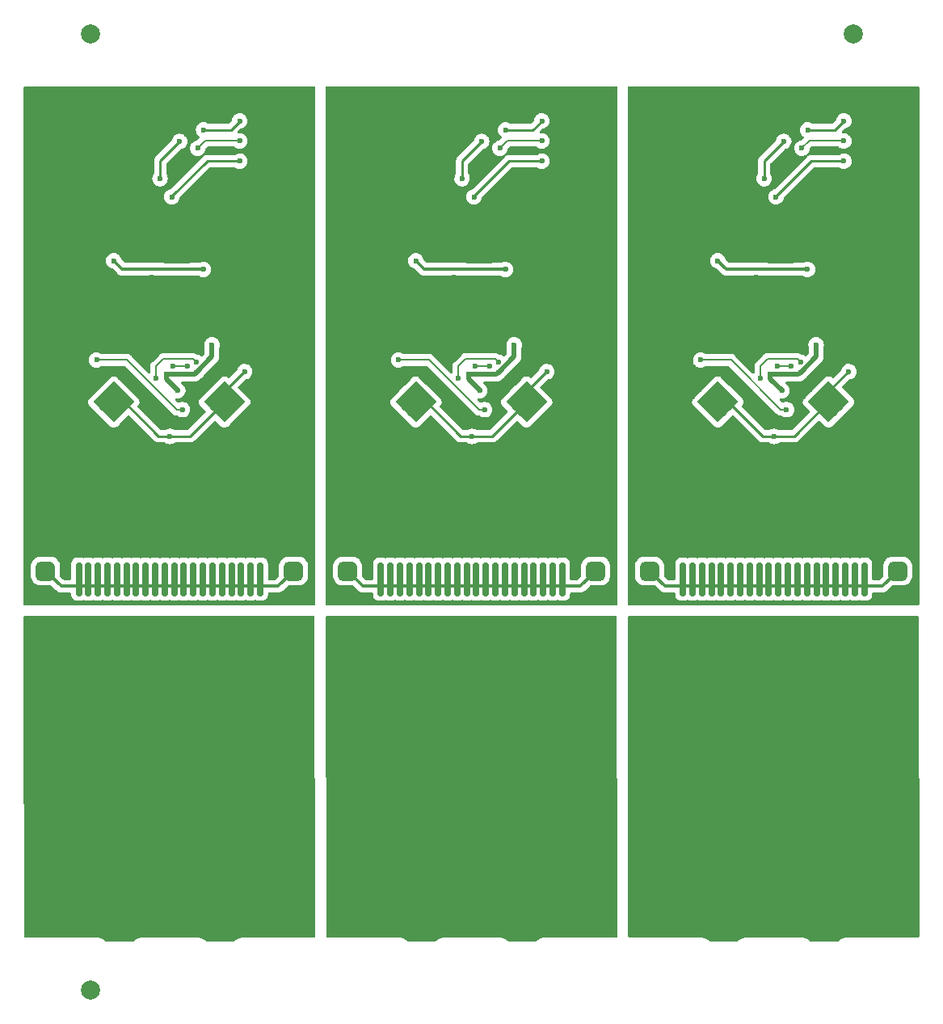
<source format=gbr>
%TF.GenerationSoftware,KiCad,Pcbnew,(6.0.5)*%
%TF.CreationDate,2022-11-09T23:01:59+01:00*%
%TF.ProjectId,piezo_driver_panel,7069657a-6f5f-4647-9269-7665725f7061,rev?*%
%TF.SameCoordinates,PXe4e1c0PYe4e1c0*%
%TF.FileFunction,Copper,L2,Bot*%
%TF.FilePolarity,Positive*%
%FSLAX46Y46*%
G04 Gerber Fmt 4.6, Leading zero omitted, Abs format (unit mm)*
G04 Created by KiCad (PCBNEW (6.0.5)) date 2022-11-09 23:01:59*
%MOMM*%
%LPD*%
G01*
G04 APERTURE LIST*
G04 Aperture macros list*
%AMRoundRect*
0 Rectangle with rounded corners*
0 $1 Rounding radius*
0 $2 $3 $4 $5 $6 $7 $8 $9 X,Y pos of 4 corners*
0 Add a 4 corners polygon primitive as box body*
4,1,4,$2,$3,$4,$5,$6,$7,$8,$9,$2,$3,0*
0 Add four circle primitives for the rounded corners*
1,1,$1+$1,$2,$3*
1,1,$1+$1,$4,$5*
1,1,$1+$1,$6,$7*
1,1,$1+$1,$8,$9*
0 Add four rect primitives between the rounded corners*
20,1,$1+$1,$2,$3,$4,$5,0*
20,1,$1+$1,$4,$5,$6,$7,0*
20,1,$1+$1,$6,$7,$8,$9,0*
20,1,$1+$1,$8,$9,$2,$3,0*%
%AMRotRect*
0 Rectangle, with rotation*
0 The origin of the aperture is its center*
0 $1 length*
0 $2 width*
0 $3 Rotation angle, in degrees counterclockwise*
0 Add horizontal line*
21,1,$1,$2,0,0,$3*%
G04 Aperture macros list end*
%TA.AperFunction,ComponentPad*%
%ADD10C,0.500000*%
%TD*%
%TA.AperFunction,SMDPad,CuDef*%
%ADD11RotRect,3.100000X3.100000X135.000000*%
%TD*%
%TA.AperFunction,SMDPad,CuDef*%
%ADD12R,2.700000X2.700000*%
%TD*%
%TA.AperFunction,SMDPad,CuDef*%
%ADD13RotRect,3.100000X3.100000X45.000000*%
%TD*%
%TA.AperFunction,ComponentPad*%
%ADD14RoundRect,0.500000X-0.500000X-0.500000X0.500000X-0.500000X0.500000X0.500000X-0.500000X0.500000X0*%
%TD*%
%TA.AperFunction,ComponentPad*%
%ADD15RoundRect,0.150000X-0.150000X-1.600000X0.150000X-1.600000X0.150000X1.600000X-0.150000X1.600000X0*%
%TD*%
%TA.AperFunction,ComponentPad*%
%ADD16RoundRect,0.250000X-0.250000X-2.000000X0.250000X-2.000000X0.250000X2.000000X-0.250000X2.000000X0*%
%TD*%
%TA.AperFunction,SMDPad,CuDef*%
%ADD17C,2.000000*%
%TD*%
%TA.AperFunction,ViaPad*%
%ADD18C,0.600000*%
%TD*%
%TA.AperFunction,Conductor*%
%ADD19C,0.200000*%
%TD*%
%TA.AperFunction,Conductor*%
%ADD20C,0.250000*%
%TD*%
%TA.AperFunction,Conductor*%
%ADD21C,0.300000*%
%TD*%
%TA.AperFunction,Conductor*%
%ADD22C,0.500000*%
%TD*%
G04 APERTURE END LIST*
D10*
%TO.P,U2,33,VPP*%
%TO.N,Board_2-/VPP*%
X84850000Y-42938478D03*
X84237175Y-41100000D03*
X86075652Y-40487174D03*
X84237174Y-39874348D03*
X83624348Y-41712826D03*
X84850000Y-41712825D03*
X83624348Y-40487174D03*
X83011522Y-41100000D03*
X85462826Y-42325652D03*
X85462825Y-41100000D03*
X85462826Y-39874348D03*
X84850000Y-39261522D03*
D11*
X84850000Y-41100000D03*
D10*
X86688478Y-41100000D03*
X84850000Y-40487175D03*
X84237174Y-42325652D03*
X86075652Y-41712826D03*
%TD*%
%TO.P,U3,21,GND*%
%TO.N,Board_0-GND*%
X16550000Y-25200000D03*
X17650000Y-25200000D03*
X17650000Y-24100000D03*
X17650000Y-26300000D03*
X16550000Y-24100000D03*
X15450000Y-24100000D03*
D12*
X16550000Y-25200000D03*
D10*
X16550000Y-26300000D03*
X15450000Y-25200000D03*
X15450000Y-26300000D03*
%TD*%
%TO.P,U2,33,VPP*%
%TO.N,Board_0-/VPP*%
X20324348Y-41712826D03*
X21550000Y-40487175D03*
X20937175Y-41100000D03*
X21550000Y-39261522D03*
X20324348Y-40487174D03*
X19711522Y-41100000D03*
X21550000Y-42938478D03*
X23388478Y-41100000D03*
X22775652Y-41712826D03*
X22775652Y-40487174D03*
X22162826Y-39874348D03*
X22162825Y-41100000D03*
X22162826Y-42325652D03*
X20937174Y-42325652D03*
X20937174Y-39874348D03*
X21550000Y-41712825D03*
D11*
X21550000Y-41100000D03*
%TD*%
D10*
%TO.P,U2,33,VPP*%
%TO.N,Board_1-/VPP*%
X51974348Y-40487174D03*
X53812826Y-42325652D03*
D11*
X53200000Y-41100000D03*
D10*
X53812826Y-39874348D03*
X53200000Y-39261522D03*
X53200000Y-41712825D03*
X54425652Y-40487174D03*
X52587174Y-42325652D03*
X53200000Y-40487175D03*
X53200000Y-42938478D03*
X55038478Y-41100000D03*
X51361522Y-41100000D03*
X52587174Y-39874348D03*
X52587175Y-41100000D03*
X53812825Y-41100000D03*
X51974348Y-41712826D03*
X54425652Y-41712826D03*
%TD*%
%TO.P,U1,33,VPP*%
%TO.N,Board_1-/VPP*%
X40987174Y-39874348D03*
X42825652Y-41712826D03*
X41600000Y-39261522D03*
X41600000Y-40487175D03*
X40374348Y-40487174D03*
X42825652Y-40487174D03*
X40374348Y-41712826D03*
X41600000Y-42938478D03*
X42212826Y-42325652D03*
X43438478Y-41100000D03*
X40987174Y-42325652D03*
X42212826Y-39874348D03*
X40987175Y-41100000D03*
X42212825Y-41100000D03*
D13*
X41600000Y-41100000D03*
D10*
X41600000Y-41712825D03*
X39761522Y-41100000D03*
%TD*%
%TO.P,U3,21,GND*%
%TO.N,Board_1-GND*%
X49300000Y-26300000D03*
X48200000Y-24100000D03*
X47100000Y-25200000D03*
D12*
X48200000Y-25200000D03*
D10*
X48200000Y-26300000D03*
X49300000Y-24100000D03*
X49300000Y-25200000D03*
X47100000Y-24100000D03*
X48200000Y-25200000D03*
X47100000Y-26300000D03*
%TD*%
%TO.P,U1,33,VPP*%
%TO.N,Board_0-/VPP*%
X9950000Y-40487175D03*
X10562826Y-42325652D03*
X10562825Y-41100000D03*
X8724348Y-41712826D03*
X9337174Y-39874348D03*
X11788478Y-41100000D03*
X11175652Y-41712826D03*
X8111522Y-41100000D03*
X9337175Y-41100000D03*
X9950000Y-42938478D03*
X9950000Y-41712825D03*
X8724348Y-40487174D03*
X9337174Y-42325652D03*
X9950000Y-39261522D03*
D13*
X9950000Y-41100000D03*
D10*
X10562826Y-39874348D03*
X11175652Y-40487174D03*
%TD*%
D14*
%TO.P,piezo1,21,Pin_21*%
%TO.N,Board_1-/PZT_Common*%
X60440000Y-58800000D03*
D15*
X53940000Y-59650000D03*
X42940000Y-59650000D03*
X38940000Y-59650000D03*
X47940000Y-59650000D03*
X50940000Y-59650000D03*
X43940000Y-59650000D03*
X39940000Y-59650000D03*
X55940000Y-59650000D03*
X49940000Y-59650000D03*
D14*
X34440000Y-58800000D03*
D15*
X37940000Y-59650000D03*
X41940000Y-59650000D03*
X45940000Y-59650000D03*
X52940000Y-59650000D03*
X46940000Y-59650000D03*
X40940000Y-59650000D03*
X54940000Y-59650000D03*
X56940000Y-59650000D03*
X51940000Y-59650000D03*
X48940000Y-59650000D03*
X44940000Y-59650000D03*
D16*
%TO.P,piezo1,22,Pin_22*%
%TO.N,Board_1-/fill*%
X52940000Y-74000000D03*
X43940000Y-87850000D03*
X54940000Y-92500000D03*
X46940000Y-92500000D03*
X47940000Y-78600000D03*
X44940000Y-83250000D03*
X46940000Y-83250000D03*
X48940000Y-83250000D03*
X45940000Y-87850000D03*
X55940000Y-69350000D03*
X55940000Y-78600000D03*
X50940000Y-92500000D03*
X52940000Y-92500000D03*
X47940000Y-69350000D03*
X40940000Y-92500000D03*
X51940000Y-87850000D03*
X39940000Y-78600000D03*
X50940000Y-83250000D03*
X40940000Y-74000000D03*
X56940000Y-83250000D03*
X54940000Y-83250000D03*
X38940000Y-92500000D03*
X38940000Y-83250000D03*
X41940000Y-78600000D03*
X42940000Y-74000000D03*
X42940000Y-92500000D03*
X54940000Y-74000000D03*
X40940000Y-83250000D03*
X50940000Y-74000000D03*
X41940000Y-69350000D03*
X47940000Y-87850000D03*
X49940000Y-87850000D03*
X43940000Y-78600000D03*
X38940000Y-74000000D03*
X53940000Y-69350000D03*
X44940000Y-92500000D03*
X53940000Y-87850000D03*
X45940000Y-78600000D03*
X48940000Y-74000000D03*
X52940000Y-83250000D03*
X46940000Y-74000000D03*
X48940000Y-92500000D03*
X56940000Y-74000000D03*
X45940000Y-69350000D03*
X37940000Y-78600000D03*
X37940000Y-87850000D03*
X43940000Y-69350000D03*
X42940000Y-83250000D03*
X51940000Y-69350000D03*
X39940000Y-87850000D03*
X56940000Y-92500000D03*
X49940000Y-78600000D03*
X55940000Y-87850000D03*
X37940000Y-69350000D03*
X49940000Y-69350000D03*
X51940000Y-78600000D03*
X53940000Y-78600000D03*
X44940000Y-74000000D03*
X41940000Y-87850000D03*
X39940000Y-69350000D03*
%TD*%
D15*
%TO.P,piezo1,21,Pin_21*%
%TO.N,Board_2-/PZT_Common*%
X87590000Y-59650000D03*
X85590000Y-59650000D03*
X71590000Y-59650000D03*
X81590000Y-59650000D03*
X86590000Y-59650000D03*
X80590000Y-59650000D03*
X82590000Y-59650000D03*
D14*
X92090000Y-58800000D03*
D15*
X70590000Y-59650000D03*
X79590000Y-59650000D03*
X73590000Y-59650000D03*
X83590000Y-59650000D03*
X76590000Y-59650000D03*
X75590000Y-59650000D03*
D14*
X66090000Y-58800000D03*
D15*
X78590000Y-59650000D03*
X69590000Y-59650000D03*
X77590000Y-59650000D03*
X74590000Y-59650000D03*
X72590000Y-59650000D03*
X88590000Y-59650000D03*
X84590000Y-59650000D03*
D16*
%TO.P,piezo1,22,Pin_22*%
%TO.N,Board_2-/fill*%
X84590000Y-83250000D03*
X87590000Y-78600000D03*
X74590000Y-92500000D03*
X80590000Y-92500000D03*
X84590000Y-92500000D03*
X71590000Y-78600000D03*
X77590000Y-69350000D03*
X74590000Y-83250000D03*
X85590000Y-87850000D03*
X69590000Y-87850000D03*
X69590000Y-69350000D03*
X87590000Y-69350000D03*
X78590000Y-83250000D03*
X75590000Y-87850000D03*
X81590000Y-78600000D03*
X72590000Y-83250000D03*
X73590000Y-69350000D03*
X75590000Y-69350000D03*
X70590000Y-83250000D03*
X76590000Y-92500000D03*
X79590000Y-78600000D03*
X83590000Y-69350000D03*
X76590000Y-83250000D03*
X88590000Y-92500000D03*
X72590000Y-92500000D03*
X86590000Y-83250000D03*
X75590000Y-78600000D03*
X82590000Y-74000000D03*
X70590000Y-92500000D03*
X78590000Y-92500000D03*
X79590000Y-87850000D03*
X76590000Y-74000000D03*
X86590000Y-74000000D03*
X83590000Y-78600000D03*
X73590000Y-87850000D03*
X72590000Y-74000000D03*
X77590000Y-87850000D03*
X82590000Y-92500000D03*
X88590000Y-74000000D03*
X81590000Y-69350000D03*
X74590000Y-74000000D03*
X80590000Y-83250000D03*
X78590000Y-74000000D03*
X80590000Y-74000000D03*
X69590000Y-78600000D03*
X87590000Y-87850000D03*
X85590000Y-78600000D03*
X71590000Y-87850000D03*
X84590000Y-74000000D03*
X81590000Y-87850000D03*
X77590000Y-78600000D03*
X82590000Y-83250000D03*
X83590000Y-87850000D03*
X71590000Y-69350000D03*
X73590000Y-78600000D03*
X86590000Y-92500000D03*
X70590000Y-74000000D03*
X88590000Y-83250000D03*
X79590000Y-69350000D03*
X85590000Y-69350000D03*
%TD*%
D10*
%TO.P,U3,21,GND*%
%TO.N,Board_2-GND*%
X79850000Y-25200000D03*
X79850000Y-24100000D03*
X78750000Y-25200000D03*
X80950000Y-24100000D03*
D12*
X79850000Y-25200000D03*
D10*
X80950000Y-26300000D03*
X78750000Y-24100000D03*
X79850000Y-26300000D03*
X78750000Y-26300000D03*
X80950000Y-25200000D03*
%TD*%
D15*
%TO.P,piezo1,21,Pin_21*%
%TO.N,Board_0-/PZT_Common*%
X25290000Y-59650000D03*
D14*
X2790000Y-58800000D03*
D15*
X22290000Y-59650000D03*
X13290000Y-59650000D03*
X15290000Y-59650000D03*
X12290000Y-59650000D03*
X11290000Y-59650000D03*
X23290000Y-59650000D03*
D14*
X28790000Y-58800000D03*
D15*
X7290000Y-59650000D03*
X6290000Y-59650000D03*
X10290000Y-59650000D03*
X20290000Y-59650000D03*
X14290000Y-59650000D03*
X8290000Y-59650000D03*
X17290000Y-59650000D03*
X9290000Y-59650000D03*
X24290000Y-59650000D03*
X18290000Y-59650000D03*
X19290000Y-59650000D03*
X16290000Y-59650000D03*
X21290000Y-59650000D03*
D16*
%TO.P,piezo1,22,Pin_22*%
%TO.N,Board_0-/fill*%
X15290000Y-74000000D03*
X22290000Y-69350000D03*
X21290000Y-83250000D03*
X25290000Y-92500000D03*
X6290000Y-78600000D03*
X22290000Y-87850000D03*
X8290000Y-78600000D03*
X22290000Y-78600000D03*
X7290000Y-74000000D03*
X12290000Y-78600000D03*
X6290000Y-69350000D03*
X10290000Y-87850000D03*
X17290000Y-83250000D03*
X7290000Y-83250000D03*
X20290000Y-78600000D03*
X12290000Y-87850000D03*
X17290000Y-74000000D03*
X21290000Y-74000000D03*
X16290000Y-78600000D03*
X19290000Y-83250000D03*
X24290000Y-69350000D03*
X12290000Y-69350000D03*
X14290000Y-78600000D03*
X8290000Y-87850000D03*
X10290000Y-69350000D03*
X14290000Y-87850000D03*
X8290000Y-69350000D03*
X11290000Y-74000000D03*
X23290000Y-83250000D03*
X9290000Y-74000000D03*
X15290000Y-83250000D03*
X17290000Y-92500000D03*
X19290000Y-74000000D03*
X18290000Y-87850000D03*
X21290000Y-92500000D03*
X23290000Y-92500000D03*
X15290000Y-92500000D03*
X6290000Y-87850000D03*
X19290000Y-92500000D03*
X13290000Y-83250000D03*
X25290000Y-83250000D03*
X14290000Y-69350000D03*
X7290000Y-92500000D03*
X16290000Y-69350000D03*
X13290000Y-92500000D03*
X24290000Y-78600000D03*
X11290000Y-83250000D03*
X18290000Y-78600000D03*
X25290000Y-74000000D03*
X10290000Y-78600000D03*
X11290000Y-92500000D03*
X18290000Y-69350000D03*
X9290000Y-92500000D03*
X13290000Y-74000000D03*
X24290000Y-87850000D03*
X23290000Y-74000000D03*
X20290000Y-87850000D03*
X16290000Y-87850000D03*
X20290000Y-69350000D03*
X9290000Y-83250000D03*
%TD*%
D10*
%TO.P,U1,33,VPP*%
%TO.N,Board_2-/VPP*%
X72024348Y-41712826D03*
X73250000Y-41712825D03*
X73250000Y-39261522D03*
X71411522Y-41100000D03*
X74475652Y-40487174D03*
X73250000Y-40487175D03*
X73862826Y-42325652D03*
D13*
X73250000Y-41100000D03*
D10*
X72637175Y-41100000D03*
X73862825Y-41100000D03*
X72637174Y-42325652D03*
X73250000Y-42938478D03*
X72024348Y-40487174D03*
X72637174Y-39874348D03*
X74475652Y-41712826D03*
X73862826Y-39874348D03*
X75088478Y-41100000D03*
%TD*%
D17*
%TO.P,REF\u002A\u002A,*%
%TO.N,*%
X7500000Y-2500000D03*
%TD*%
%TO.P,REF\u002A\u002A,*%
%TO.N,*%
X87450000Y-2500000D03*
%TD*%
%TO.P,REF\u002A\u002A,*%
%TO.N,*%
X7500000Y-102700000D03*
%TD*%
D18*
%TO.N,Board_0-/CLK*%
X18610707Y-36923939D03*
X14408482Y-38600000D03*
%TO.N,Board_0-/EN*%
X23150000Y-15849998D03*
X16050000Y-19600000D03*
%TO.N,Board_0-/POL*%
X16150000Y-37300000D03*
X17649500Y-37300000D03*
%TO.N,Board_0-/REG*%
X16850000Y-13800000D03*
X14800000Y-17700000D03*
%TO.N,Board_0-/SCL*%
X19358411Y-12591589D03*
X23150000Y-11649998D03*
%TO.N,Board_0-/SDA*%
X18750480Y-14499520D03*
X23150000Y-13750002D03*
%TO.N,Board_0-/VBIAS*%
X8150000Y-36700000D03*
X17150000Y-41900000D03*
%TO.N,Board_0-/VBST*%
X19350000Y-27200000D03*
X9950000Y-26300000D03*
%TO.N,Board_0-/VDD*%
X20250000Y-35100000D03*
X15450000Y-38200000D03*
X18610222Y-37984378D03*
X16650000Y-39900000D03*
%TO.N,Board_0-/VPP*%
X15850000Y-44700000D03*
X23669670Y-37919670D03*
%TO.N,Board_0-GND*%
X17450000Y-43400000D03*
X23149998Y-17950001D03*
X19250000Y-22300000D03*
X9950000Y-24800000D03*
X7150000Y-38352013D03*
X11618540Y-19968540D03*
X9950000Y-22900000D03*
X11150000Y-14000000D03*
X20550000Y-29600000D03*
X13950000Y-28000000D03*
X3291665Y-22300000D03*
X22950000Y-37150000D03*
X14050000Y-42600000D03*
%TO.N,Board_1-/CLK*%
X50260707Y-36923939D03*
X46058482Y-38600000D03*
%TO.N,Board_1-/EN*%
X54800000Y-15849998D03*
X47700000Y-19600000D03*
%TO.N,Board_1-/POL*%
X47800000Y-37300000D03*
X49299500Y-37300000D03*
%TO.N,Board_1-/REG*%
X48500000Y-13800000D03*
X46450000Y-17700000D03*
%TO.N,Board_1-/SCL*%
X51008411Y-12591589D03*
X54800000Y-11649998D03*
%TO.N,Board_1-/SDA*%
X50400480Y-14499520D03*
X54800000Y-13750002D03*
%TO.N,Board_1-/VBIAS*%
X39800000Y-36700000D03*
X48800000Y-41900000D03*
%TO.N,Board_1-/VBST*%
X51000000Y-27200000D03*
X41600000Y-26300000D03*
%TO.N,Board_1-/VDD*%
X51900000Y-35100000D03*
X47100000Y-38200000D03*
X50260222Y-37984378D03*
X48300000Y-39900000D03*
%TO.N,Board_1-/VPP*%
X47500000Y-44700000D03*
X55319670Y-37919670D03*
%TO.N,Board_1-GND*%
X49100000Y-43400000D03*
X54799998Y-17950001D03*
X50900000Y-22300000D03*
X41600000Y-24800000D03*
X38800000Y-38352013D03*
X43268540Y-19968540D03*
X41600000Y-22900000D03*
X42800000Y-14000000D03*
X52200000Y-29600000D03*
X45600000Y-28000000D03*
X34941665Y-22300000D03*
X54600000Y-37150000D03*
X45700000Y-42600000D03*
%TO.N,Board_2-/CLK*%
X81910707Y-36923939D03*
X77708482Y-38600000D03*
%TO.N,Board_2-/EN*%
X86450000Y-15849998D03*
X79350000Y-19600000D03*
%TO.N,Board_2-/POL*%
X79450000Y-37300000D03*
X80949500Y-37300000D03*
%TO.N,Board_2-/REG*%
X80150000Y-13800000D03*
X78100000Y-17700000D03*
%TO.N,Board_2-/SCL*%
X82658411Y-12591589D03*
X86450000Y-11649998D03*
%TO.N,Board_2-/SDA*%
X82050480Y-14499520D03*
X86450000Y-13750002D03*
%TO.N,Board_2-/VBIAS*%
X71450000Y-36700000D03*
X80450000Y-41900000D03*
%TO.N,Board_2-/VBST*%
X82650000Y-27200000D03*
X73250000Y-26300000D03*
%TO.N,Board_2-/VDD*%
X83550000Y-35100000D03*
X78750000Y-38200000D03*
X81910222Y-37984378D03*
X79950000Y-39900000D03*
%TO.N,Board_2-/VPP*%
X79150000Y-44700000D03*
X86969670Y-37919670D03*
%TO.N,Board_2-GND*%
X80750000Y-43400000D03*
X86449998Y-17950001D03*
X82550000Y-22300000D03*
X73250000Y-24800000D03*
X70450000Y-38352013D03*
X74918540Y-19968540D03*
X73250000Y-22900000D03*
X74450000Y-14000000D03*
X83850000Y-29600000D03*
X77250000Y-28000000D03*
X66591665Y-22300000D03*
X86250000Y-37150000D03*
X77350000Y-42600000D03*
%TD*%
D19*
%TO.N,Board_0-/CLK*%
X18610707Y-36923939D02*
X18287737Y-36600969D01*
X18287737Y-36600969D02*
X15149031Y-36600969D01*
X15149031Y-36600969D02*
X14408482Y-37341518D01*
X14408482Y-37341518D02*
X14408482Y-38600000D01*
D20*
%TO.N,Board_0-/EN*%
X19750002Y-15849998D02*
X16100000Y-19500000D01*
X23150000Y-15849998D02*
X19750002Y-15849998D01*
X16100000Y-19500000D02*
X16050000Y-19500000D01*
D19*
%TO.N,Board_0-/POL*%
X16150000Y-37300000D02*
X17649500Y-37300000D01*
D21*
%TO.N,Board_0-/PZT_Common*%
X2830000Y-58800000D02*
X4430000Y-60400000D01*
X4430000Y-60400000D02*
X6290000Y-60400000D01*
X6270000Y-60400000D02*
X27170000Y-60400000D01*
X27170000Y-60400000D02*
X28770000Y-58800000D01*
D20*
%TO.N,Board_0-/REG*%
X14800000Y-15850000D02*
X14800000Y-17700000D01*
X16850000Y-13800000D02*
X14800000Y-15850000D01*
%TO.N,Board_0-/SCL*%
X22208409Y-12591589D02*
X19358411Y-12591589D01*
X23150000Y-11649998D02*
X22208409Y-12591589D01*
D19*
%TO.N,Board_0-/SDA*%
X18750480Y-14499520D02*
X19550000Y-13700000D01*
X19550000Y-13700000D02*
X23150000Y-13700000D01*
%TO.N,Board_0-/VBIAS*%
X11350000Y-36700000D02*
X16550000Y-41900000D01*
X8150000Y-36700000D02*
X11350000Y-36700000D01*
X16550000Y-41900000D02*
X17150000Y-41900000D01*
D21*
%TO.N,Board_0-/VBST*%
X9950000Y-26300000D02*
X10850000Y-27200000D01*
X10850000Y-27200000D02*
X19350000Y-27200000D01*
D22*
%TO.N,Board_0-/VDD*%
X15450000Y-38200000D02*
X15450000Y-38700000D01*
X18394600Y-38200000D02*
X18610222Y-37984378D01*
X15450000Y-38200000D02*
X18394600Y-38200000D01*
X20250000Y-35100000D02*
X20250000Y-36344600D01*
X20250000Y-36344600D02*
X18610222Y-37984378D01*
X15450000Y-38700000D02*
X16650000Y-39900000D01*
D20*
%TO.N,Board_0-/VPP*%
X14650000Y-44700000D02*
X15850000Y-44700000D01*
X21550002Y-41100000D02*
X17950002Y-44700000D01*
X21550000Y-40000000D02*
X23630330Y-37919670D01*
X23630330Y-37919670D02*
X23669670Y-37919670D01*
X17950002Y-44700000D02*
X15850000Y-44700000D01*
X21550000Y-41100000D02*
X21550000Y-40000000D01*
X11050000Y-41100000D02*
X14650000Y-44700000D01*
X9750000Y-41100000D02*
X11050000Y-41100000D01*
D19*
%TO.N,Board_1-/CLK*%
X50260707Y-36923939D02*
X49937737Y-36600969D01*
X49937737Y-36600969D02*
X46799031Y-36600969D01*
X46799031Y-36600969D02*
X46058482Y-37341518D01*
X46058482Y-37341518D02*
X46058482Y-38600000D01*
D20*
%TO.N,Board_1-/EN*%
X51400002Y-15849998D02*
X47750000Y-19500000D01*
X54800000Y-15849998D02*
X51400002Y-15849998D01*
X47750000Y-19500000D02*
X47700000Y-19500000D01*
D19*
%TO.N,Board_1-/POL*%
X47800000Y-37300000D02*
X49299500Y-37300000D01*
D21*
%TO.N,Board_1-/PZT_Common*%
X34480000Y-58800000D02*
X36080000Y-60400000D01*
X36080000Y-60400000D02*
X37940000Y-60400000D01*
X37920000Y-60400000D02*
X58820000Y-60400000D01*
X58820000Y-60400000D02*
X60420000Y-58800000D01*
D20*
%TO.N,Board_1-/REG*%
X46450000Y-15850000D02*
X46450000Y-17700000D01*
X48500000Y-13800000D02*
X46450000Y-15850000D01*
%TO.N,Board_1-/SCL*%
X53858409Y-12591589D02*
X51008411Y-12591589D01*
X54800000Y-11649998D02*
X53858409Y-12591589D01*
D19*
%TO.N,Board_1-/SDA*%
X50400480Y-14499520D02*
X51200000Y-13700000D01*
X51200000Y-13700000D02*
X54800000Y-13700000D01*
%TO.N,Board_1-/VBIAS*%
X43000000Y-36700000D02*
X48200000Y-41900000D01*
X39800000Y-36700000D02*
X43000000Y-36700000D01*
X48200000Y-41900000D02*
X48800000Y-41900000D01*
D21*
%TO.N,Board_1-/VBST*%
X41600000Y-26300000D02*
X42500000Y-27200000D01*
X42500000Y-27200000D02*
X51000000Y-27200000D01*
D22*
%TO.N,Board_1-/VDD*%
X47100000Y-38200000D02*
X47100000Y-38700000D01*
X50044600Y-38200000D02*
X50260222Y-37984378D01*
X47100000Y-38200000D02*
X50044600Y-38200000D01*
X51900000Y-35100000D02*
X51900000Y-36344600D01*
X51900000Y-36344600D02*
X50260222Y-37984378D01*
X47100000Y-38700000D02*
X48300000Y-39900000D01*
D20*
%TO.N,Board_1-/VPP*%
X46300000Y-44700000D02*
X47500000Y-44700000D01*
X53200002Y-41100000D02*
X49600002Y-44700000D01*
X53200000Y-40000000D02*
X55280330Y-37919670D01*
X55280330Y-37919670D02*
X55319670Y-37919670D01*
X49600002Y-44700000D02*
X47500000Y-44700000D01*
X53200000Y-41100000D02*
X53200000Y-40000000D01*
X42700000Y-41100000D02*
X46300000Y-44700000D01*
X41400000Y-41100000D02*
X42700000Y-41100000D01*
D19*
%TO.N,Board_2-/CLK*%
X81910707Y-36923939D02*
X81587737Y-36600969D01*
X81587737Y-36600969D02*
X78449031Y-36600969D01*
X78449031Y-36600969D02*
X77708482Y-37341518D01*
X77708482Y-37341518D02*
X77708482Y-38600000D01*
D20*
%TO.N,Board_2-/EN*%
X83050002Y-15849998D02*
X79400000Y-19500000D01*
X86450000Y-15849998D02*
X83050002Y-15849998D01*
X79400000Y-19500000D02*
X79350000Y-19500000D01*
D19*
%TO.N,Board_2-/POL*%
X79450000Y-37300000D02*
X80949500Y-37300000D01*
D21*
%TO.N,Board_2-/PZT_Common*%
X66130000Y-58800000D02*
X67730000Y-60400000D01*
X67730000Y-60400000D02*
X69590000Y-60400000D01*
X69570000Y-60400000D02*
X90470000Y-60400000D01*
X90470000Y-60400000D02*
X92070000Y-58800000D01*
D20*
%TO.N,Board_2-/REG*%
X78100000Y-15850000D02*
X78100000Y-17700000D01*
X80150000Y-13800000D02*
X78100000Y-15850000D01*
%TO.N,Board_2-/SCL*%
X85508409Y-12591589D02*
X82658411Y-12591589D01*
X86450000Y-11649998D02*
X85508409Y-12591589D01*
D19*
%TO.N,Board_2-/SDA*%
X82050480Y-14499520D02*
X82850000Y-13700000D01*
X82850000Y-13700000D02*
X86450000Y-13700000D01*
%TO.N,Board_2-/VBIAS*%
X74650000Y-36700000D02*
X79850000Y-41900000D01*
X71450000Y-36700000D02*
X74650000Y-36700000D01*
X79850000Y-41900000D02*
X80450000Y-41900000D01*
D21*
%TO.N,Board_2-/VBST*%
X73250000Y-26300000D02*
X74150000Y-27200000D01*
X74150000Y-27200000D02*
X82650000Y-27200000D01*
D22*
%TO.N,Board_2-/VDD*%
X78750000Y-38200000D02*
X78750000Y-38700000D01*
X81694600Y-38200000D02*
X81910222Y-37984378D01*
X78750000Y-38200000D02*
X81694600Y-38200000D01*
X83550000Y-35100000D02*
X83550000Y-36344600D01*
X83550000Y-36344600D02*
X81910222Y-37984378D01*
X78750000Y-38700000D02*
X79950000Y-39900000D01*
D20*
%TO.N,Board_2-/VPP*%
X77950000Y-44700000D02*
X79150000Y-44700000D01*
X84850002Y-41100000D02*
X81250002Y-44700000D01*
X84850000Y-40000000D02*
X86930330Y-37919670D01*
X86930330Y-37919670D02*
X86969670Y-37919670D01*
X81250002Y-44700000D02*
X79150000Y-44700000D01*
X84850000Y-41100000D02*
X84850000Y-40000000D01*
X74350000Y-41100000D02*
X77950000Y-44700000D01*
X73050000Y-41100000D02*
X74350000Y-41100000D01*
%TD*%
%TA.AperFunction,Conductor*%
%TO.N,Board_1-/fill*%
G36*
X62523924Y-63500882D02*
G01*
X62592044Y-63520888D01*
X62638534Y-63574546D01*
X62649917Y-63626696D01*
X62699212Y-97065314D01*
X62679310Y-97133464D01*
X62625723Y-97180036D01*
X62573212Y-97191500D01*
X55278967Y-97191500D01*
X55272331Y-97191325D01*
X55272075Y-97191312D01*
X55267250Y-97190681D01*
X55262390Y-97190800D01*
X55262385Y-97190800D01*
X55235428Y-97191462D01*
X55232337Y-97191500D01*
X55203609Y-97191500D01*
X55203437Y-97191525D01*
X55202232Y-97191565D01*
X55198363Y-97191551D01*
X55193518Y-97191159D01*
X55169548Y-97192928D01*
X55163383Y-97193231D01*
X55152926Y-97193487D01*
X55146928Y-97193634D01*
X55146926Y-97193634D01*
X55142447Y-97193744D01*
X55138029Y-97194488D01*
X55134943Y-97194784D01*
X55128633Y-97195230D01*
X55124900Y-97195400D01*
X55120034Y-97195245D01*
X55115206Y-97195840D01*
X55115193Y-97195841D01*
X55096164Y-97198188D01*
X55090054Y-97198791D01*
X55069137Y-97200334D01*
X55064760Y-97201294D01*
X55061683Y-97201742D01*
X55055419Y-97202495D01*
X55051703Y-97202848D01*
X55046836Y-97202932D01*
X55023134Y-97207045D01*
X55017042Y-97207948D01*
X55010338Y-97208775D01*
X55000696Y-97209964D01*
X55000694Y-97209964D01*
X54996254Y-97210512D01*
X54991935Y-97211684D01*
X54988914Y-97212277D01*
X54982680Y-97213339D01*
X54978960Y-97213877D01*
X54974105Y-97214200D01*
X54950621Y-97219473D01*
X54944585Y-97220673D01*
X54928372Y-97223486D01*
X54928367Y-97223487D01*
X54923954Y-97224253D01*
X54919691Y-97225637D01*
X54916711Y-97226376D01*
X54910541Y-97227742D01*
X54906836Y-97228465D01*
X54902004Y-97229026D01*
X54897315Y-97230324D01*
X54897313Y-97230324D01*
X54878855Y-97235432D01*
X54872857Y-97236934D01*
X54856792Y-97240541D01*
X54856774Y-97240546D01*
X54852416Y-97241525D01*
X54848234Y-97243114D01*
X54845267Y-97244006D01*
X54839171Y-97245673D01*
X54835521Y-97246573D01*
X54830720Y-97247371D01*
X54807870Y-97254920D01*
X54801970Y-97256709D01*
X54786127Y-97261093D01*
X54786119Y-97261096D01*
X54781804Y-97262290D01*
X54777698Y-97264085D01*
X54774806Y-97265112D01*
X54768801Y-97267076D01*
X54765189Y-97268158D01*
X54760433Y-97269190D01*
X54755886Y-97270944D01*
X54737997Y-97277844D01*
X54732192Y-97279922D01*
X54712296Y-97286495D01*
X54708282Y-97288491D01*
X54705429Y-97289664D01*
X54699518Y-97291923D01*
X54695998Y-97293168D01*
X54691298Y-97294432D01*
X54686853Y-97296402D01*
X54686848Y-97296404D01*
X54684367Y-97297504D01*
X54669315Y-97304176D01*
X54663635Y-97306529D01*
X54652448Y-97310845D01*
X54648244Y-97312466D01*
X54648241Y-97312468D01*
X54644071Y-97314076D01*
X54640166Y-97316263D01*
X54637367Y-97317578D01*
X54631571Y-97320126D01*
X54628115Y-97321543D01*
X54623480Y-97323037D01*
X54619131Y-97325226D01*
X54602023Y-97333837D01*
X54596430Y-97336482D01*
X54581384Y-97343151D01*
X54581373Y-97343157D01*
X54577278Y-97344972D01*
X54573481Y-97347350D01*
X54570748Y-97348802D01*
X54565093Y-97351627D01*
X54561702Y-97353216D01*
X54557145Y-97354936D01*
X54550545Y-97358675D01*
X54536227Y-97366786D01*
X54530784Y-97369695D01*
X54512078Y-97379111D01*
X54508398Y-97381675D01*
X54505743Y-97383257D01*
X54500243Y-97386351D01*
X54496929Y-97388107D01*
X54492460Y-97390050D01*
X54488341Y-97392658D01*
X54488338Y-97392660D01*
X54472156Y-97402908D01*
X54466869Y-97406077D01*
X54448629Y-97416410D01*
X54445080Y-97419151D01*
X54442519Y-97420853D01*
X54437166Y-97424220D01*
X54433948Y-97426133D01*
X54429581Y-97428292D01*
X54410570Y-97441681D01*
X54409915Y-97442142D01*
X54404785Y-97445570D01*
X54387092Y-97456774D01*
X54383686Y-97459682D01*
X54381218Y-97461503D01*
X54376044Y-97465123D01*
X54372891Y-97467213D01*
X54368644Y-97469579D01*
X54364811Y-97472571D01*
X54364807Y-97472573D01*
X54349704Y-97484360D01*
X54344734Y-97488046D01*
X54327612Y-97500105D01*
X54324352Y-97503178D01*
X54321951Y-97505138D01*
X54316961Y-97509008D01*
X54313940Y-97511232D01*
X54309808Y-97513807D01*
X54293978Y-97527461D01*
X54291618Y-97529497D01*
X54286843Y-97533415D01*
X54273859Y-97543548D01*
X54273846Y-97543560D01*
X54270322Y-97546310D01*
X54267215Y-97549540D01*
X54264926Y-97551605D01*
X54260120Y-97555725D01*
X54257213Y-97558093D01*
X54253214Y-97560867D01*
X54249694Y-97564219D01*
X54249686Y-97564225D01*
X54248602Y-97565257D01*
X54248105Y-97565513D01*
X54245910Y-97567301D01*
X54245532Y-97566837D01*
X54185473Y-97597741D01*
X54161722Y-97600000D01*
X51338275Y-97600000D01*
X51270154Y-97579998D01*
X51255874Y-97568776D01*
X51255733Y-97568947D01*
X51252275Y-97566094D01*
X51249030Y-97563005D01*
X51245380Y-97560407D01*
X51243008Y-97558450D01*
X51238237Y-97554309D01*
X51235454Y-97551769D01*
X51232122Y-97548218D01*
X51213155Y-97533416D01*
X51208392Y-97529507D01*
X51195934Y-97518760D01*
X51195929Y-97518756D01*
X51192539Y-97515832D01*
X51188763Y-97513414D01*
X51186296Y-97511575D01*
X51181326Y-97507672D01*
X51178426Y-97505275D01*
X51174923Y-97501891D01*
X51168721Y-97497523D01*
X51167558Y-97496705D01*
X51155263Y-97488046D01*
X51150310Y-97484373D01*
X51137332Y-97474244D01*
X51137328Y-97474241D01*
X51133800Y-97471488D01*
X51129913Y-97469261D01*
X51127361Y-97467546D01*
X51122208Y-97463893D01*
X51119181Y-97461631D01*
X51115527Y-97458433D01*
X51095193Y-97445557D01*
X51090084Y-97442143D01*
X51089341Y-97441620D01*
X51072953Y-97430078D01*
X51068958Y-97428042D01*
X51066336Y-97426461D01*
X51061012Y-97423067D01*
X51057882Y-97420960D01*
X51054068Y-97417939D01*
X51033126Y-97406075D01*
X51027875Y-97402927D01*
X51010159Y-97391709D01*
X51006070Y-97389872D01*
X51003365Y-97388417D01*
X50997881Y-97385289D01*
X50994652Y-97383338D01*
X50990690Y-97380505D01*
X50974561Y-97372386D01*
X50969215Y-97369695D01*
X50963765Y-97366782D01*
X50949453Y-97358675D01*
X50945552Y-97356465D01*
X50941381Y-97354832D01*
X50938590Y-97353503D01*
X50932958Y-97350646D01*
X50929649Y-97348862D01*
X50925556Y-97346229D01*
X50903566Y-97336482D01*
X50897994Y-97333847D01*
X50879289Y-97324431D01*
X50875034Y-97323001D01*
X50872195Y-97321817D01*
X50866426Y-97319239D01*
X50863045Y-97317625D01*
X50858821Y-97315192D01*
X50836379Y-97306535D01*
X50830690Y-97304179D01*
X50811536Y-97295689D01*
X50807225Y-97294472D01*
X50804331Y-97293429D01*
X50798436Y-97291134D01*
X50794979Y-97289687D01*
X50790648Y-97287468D01*
X50786033Y-97285943D01*
X50786025Y-97285940D01*
X50767817Y-97279925D01*
X50761995Y-97277842D01*
X50742459Y-97270306D01*
X50738090Y-97269302D01*
X50735151Y-97268402D01*
X50729160Y-97266403D01*
X50725620Y-97265122D01*
X50721183Y-97263117D01*
X50698026Y-97256709D01*
X50692125Y-97254919D01*
X50672224Y-97248344D01*
X50667814Y-97247556D01*
X50664798Y-97246792D01*
X50658715Y-97245089D01*
X50655145Y-97243992D01*
X50650609Y-97242205D01*
X50645856Y-97241138D01*
X50645854Y-97241137D01*
X50627155Y-97236938D01*
X50621174Y-97235440D01*
X50600983Y-97229853D01*
X50596542Y-97229283D01*
X50593507Y-97228671D01*
X50587347Y-97227268D01*
X50583712Y-97226344D01*
X50579100Y-97224783D01*
X50560409Y-97221540D01*
X50555403Y-97220671D01*
X50549359Y-97219469D01*
X50528920Y-97214880D01*
X50524450Y-97214528D01*
X50521415Y-97214070D01*
X50515186Y-97212969D01*
X50511500Y-97212222D01*
X50506822Y-97210891D01*
X50482952Y-97207947D01*
X50476859Y-97207044D01*
X50456218Y-97203462D01*
X50451738Y-97203330D01*
X50448681Y-97203021D01*
X50442401Y-97202227D01*
X50438694Y-97201664D01*
X50433954Y-97200563D01*
X50429099Y-97200205D01*
X50429093Y-97200204D01*
X50409961Y-97198792D01*
X50403826Y-97198189D01*
X50383042Y-97195625D01*
X50378562Y-97195713D01*
X50375491Y-97195554D01*
X50369184Y-97195070D01*
X50365453Y-97194689D01*
X50360652Y-97193820D01*
X50355781Y-97193700D01*
X50355777Y-97193700D01*
X50336628Y-97193230D01*
X50330454Y-97192927D01*
X50324038Y-97192454D01*
X50309573Y-97191387D01*
X50305102Y-97191694D01*
X50301567Y-97191685D01*
X50300374Y-97191637D01*
X50299491Y-97191500D01*
X50267666Y-97191500D01*
X50264575Y-97191462D01*
X50261519Y-97191387D01*
X50235849Y-97190757D01*
X50231400Y-97191283D01*
X50229687Y-97191363D01*
X50223819Y-97191500D01*
X44728967Y-97191500D01*
X44722331Y-97191325D01*
X44722075Y-97191312D01*
X44717250Y-97190681D01*
X44712390Y-97190800D01*
X44712385Y-97190800D01*
X44685428Y-97191462D01*
X44682337Y-97191500D01*
X44653609Y-97191500D01*
X44653437Y-97191525D01*
X44652232Y-97191565D01*
X44648363Y-97191551D01*
X44643518Y-97191159D01*
X44619548Y-97192928D01*
X44613383Y-97193231D01*
X44602926Y-97193487D01*
X44596928Y-97193634D01*
X44596926Y-97193634D01*
X44592447Y-97193744D01*
X44588029Y-97194488D01*
X44584943Y-97194784D01*
X44578633Y-97195230D01*
X44574900Y-97195400D01*
X44570034Y-97195245D01*
X44565206Y-97195840D01*
X44565193Y-97195841D01*
X44546164Y-97198188D01*
X44540054Y-97198791D01*
X44519137Y-97200334D01*
X44514760Y-97201294D01*
X44511683Y-97201742D01*
X44505419Y-97202495D01*
X44501703Y-97202848D01*
X44496836Y-97202932D01*
X44473134Y-97207045D01*
X44467042Y-97207948D01*
X44460338Y-97208775D01*
X44450696Y-97209964D01*
X44450694Y-97209964D01*
X44446254Y-97210512D01*
X44441935Y-97211684D01*
X44438914Y-97212277D01*
X44432680Y-97213339D01*
X44428960Y-97213877D01*
X44424105Y-97214200D01*
X44400621Y-97219473D01*
X44394585Y-97220673D01*
X44378372Y-97223486D01*
X44378367Y-97223487D01*
X44373954Y-97224253D01*
X44369691Y-97225637D01*
X44366711Y-97226376D01*
X44360541Y-97227742D01*
X44356836Y-97228465D01*
X44352004Y-97229026D01*
X44347315Y-97230324D01*
X44347313Y-97230324D01*
X44328855Y-97235432D01*
X44322857Y-97236934D01*
X44306792Y-97240541D01*
X44306774Y-97240546D01*
X44302416Y-97241525D01*
X44298234Y-97243114D01*
X44295267Y-97244006D01*
X44289171Y-97245673D01*
X44285521Y-97246573D01*
X44280720Y-97247371D01*
X44257870Y-97254920D01*
X44251970Y-97256709D01*
X44236127Y-97261093D01*
X44236119Y-97261096D01*
X44231804Y-97262290D01*
X44227698Y-97264085D01*
X44224806Y-97265112D01*
X44218801Y-97267076D01*
X44215189Y-97268158D01*
X44210433Y-97269190D01*
X44205886Y-97270944D01*
X44187997Y-97277844D01*
X44182192Y-97279922D01*
X44162296Y-97286495D01*
X44158282Y-97288491D01*
X44155429Y-97289664D01*
X44149518Y-97291923D01*
X44145998Y-97293168D01*
X44141298Y-97294432D01*
X44136853Y-97296402D01*
X44136848Y-97296404D01*
X44134367Y-97297504D01*
X44119315Y-97304176D01*
X44113635Y-97306529D01*
X44102448Y-97310845D01*
X44098244Y-97312466D01*
X44098241Y-97312468D01*
X44094071Y-97314076D01*
X44090166Y-97316263D01*
X44087367Y-97317578D01*
X44081571Y-97320126D01*
X44078115Y-97321543D01*
X44073480Y-97323037D01*
X44069131Y-97325226D01*
X44052023Y-97333837D01*
X44046430Y-97336482D01*
X44031384Y-97343151D01*
X44031373Y-97343157D01*
X44027278Y-97344972D01*
X44023481Y-97347350D01*
X44020748Y-97348802D01*
X44015093Y-97351627D01*
X44011702Y-97353216D01*
X44007145Y-97354936D01*
X44000545Y-97358675D01*
X43986227Y-97366786D01*
X43980784Y-97369695D01*
X43962078Y-97379111D01*
X43958398Y-97381675D01*
X43955743Y-97383257D01*
X43950243Y-97386351D01*
X43946929Y-97388107D01*
X43942460Y-97390050D01*
X43938341Y-97392658D01*
X43938338Y-97392660D01*
X43922156Y-97402908D01*
X43916869Y-97406077D01*
X43898629Y-97416410D01*
X43895080Y-97419151D01*
X43892519Y-97420853D01*
X43887166Y-97424220D01*
X43883948Y-97426133D01*
X43879581Y-97428292D01*
X43860570Y-97441681D01*
X43859915Y-97442142D01*
X43854785Y-97445570D01*
X43837092Y-97456774D01*
X43833686Y-97459682D01*
X43831218Y-97461503D01*
X43826044Y-97465123D01*
X43822891Y-97467213D01*
X43818644Y-97469579D01*
X43814811Y-97472571D01*
X43814807Y-97472573D01*
X43799704Y-97484360D01*
X43794734Y-97488046D01*
X43777612Y-97500105D01*
X43774352Y-97503178D01*
X43771951Y-97505138D01*
X43766961Y-97509008D01*
X43763940Y-97511232D01*
X43759808Y-97513807D01*
X43743978Y-97527461D01*
X43741618Y-97529497D01*
X43736843Y-97533415D01*
X43723859Y-97543548D01*
X43723846Y-97543560D01*
X43720322Y-97546310D01*
X43717215Y-97549540D01*
X43714926Y-97551605D01*
X43710120Y-97555725D01*
X43707213Y-97558093D01*
X43703214Y-97560867D01*
X43699694Y-97564219D01*
X43699686Y-97564225D01*
X43698602Y-97565257D01*
X43698105Y-97565513D01*
X43695910Y-97567301D01*
X43695532Y-97566837D01*
X43635473Y-97597741D01*
X43611722Y-97600000D01*
X40788275Y-97600000D01*
X40720154Y-97579998D01*
X40705874Y-97568776D01*
X40705733Y-97568947D01*
X40702275Y-97566094D01*
X40699030Y-97563005D01*
X40695380Y-97560407D01*
X40693008Y-97558450D01*
X40688237Y-97554309D01*
X40685454Y-97551769D01*
X40682122Y-97548218D01*
X40663155Y-97533416D01*
X40658392Y-97529507D01*
X40645934Y-97518760D01*
X40645929Y-97518756D01*
X40642539Y-97515832D01*
X40638763Y-97513414D01*
X40636296Y-97511575D01*
X40631326Y-97507672D01*
X40628426Y-97505275D01*
X40624923Y-97501891D01*
X40618721Y-97497523D01*
X40617558Y-97496705D01*
X40605263Y-97488046D01*
X40600310Y-97484373D01*
X40587332Y-97474244D01*
X40587328Y-97474241D01*
X40583800Y-97471488D01*
X40579913Y-97469261D01*
X40577361Y-97467546D01*
X40572208Y-97463893D01*
X40569181Y-97461631D01*
X40565527Y-97458433D01*
X40545193Y-97445557D01*
X40540084Y-97442143D01*
X40539341Y-97441620D01*
X40522953Y-97430078D01*
X40518958Y-97428042D01*
X40516336Y-97426461D01*
X40511012Y-97423067D01*
X40507882Y-97420960D01*
X40504068Y-97417939D01*
X40483126Y-97406075D01*
X40477875Y-97402927D01*
X40460159Y-97391709D01*
X40456070Y-97389872D01*
X40453365Y-97388417D01*
X40447881Y-97385289D01*
X40444652Y-97383338D01*
X40440690Y-97380505D01*
X40424561Y-97372386D01*
X40419215Y-97369695D01*
X40413765Y-97366782D01*
X40399453Y-97358675D01*
X40395552Y-97356465D01*
X40391381Y-97354832D01*
X40388590Y-97353503D01*
X40382958Y-97350646D01*
X40379649Y-97348862D01*
X40375556Y-97346229D01*
X40353566Y-97336482D01*
X40347994Y-97333847D01*
X40329289Y-97324431D01*
X40325034Y-97323001D01*
X40322195Y-97321817D01*
X40316426Y-97319239D01*
X40313045Y-97317625D01*
X40308821Y-97315192D01*
X40286379Y-97306535D01*
X40280690Y-97304179D01*
X40261536Y-97295689D01*
X40257225Y-97294472D01*
X40254331Y-97293429D01*
X40248436Y-97291134D01*
X40244979Y-97289687D01*
X40240648Y-97287468D01*
X40236033Y-97285943D01*
X40236025Y-97285940D01*
X40217817Y-97279925D01*
X40211995Y-97277842D01*
X40192459Y-97270306D01*
X40188090Y-97269302D01*
X40185151Y-97268402D01*
X40179160Y-97266403D01*
X40175620Y-97265122D01*
X40171183Y-97263117D01*
X40148026Y-97256709D01*
X40142125Y-97254919D01*
X40122224Y-97248344D01*
X40117814Y-97247556D01*
X40114798Y-97246792D01*
X40108715Y-97245089D01*
X40105145Y-97243992D01*
X40100609Y-97242205D01*
X40095856Y-97241138D01*
X40095854Y-97241137D01*
X40077155Y-97236938D01*
X40071174Y-97235440D01*
X40050983Y-97229853D01*
X40046542Y-97229283D01*
X40043507Y-97228671D01*
X40037347Y-97227268D01*
X40033712Y-97226344D01*
X40029100Y-97224783D01*
X40010409Y-97221540D01*
X40005403Y-97220671D01*
X39999359Y-97219469D01*
X39978920Y-97214880D01*
X39974450Y-97214528D01*
X39971415Y-97214070D01*
X39965186Y-97212969D01*
X39961500Y-97212222D01*
X39956822Y-97210891D01*
X39932952Y-97207947D01*
X39926859Y-97207044D01*
X39906218Y-97203462D01*
X39901738Y-97203330D01*
X39898681Y-97203021D01*
X39892401Y-97202227D01*
X39888694Y-97201664D01*
X39883954Y-97200563D01*
X39879099Y-97200205D01*
X39879093Y-97200204D01*
X39859961Y-97198792D01*
X39853826Y-97198189D01*
X39833042Y-97195625D01*
X39828562Y-97195713D01*
X39825491Y-97195554D01*
X39819184Y-97195070D01*
X39815453Y-97194689D01*
X39810652Y-97193820D01*
X39805781Y-97193700D01*
X39805777Y-97193700D01*
X39786628Y-97193230D01*
X39780454Y-97192927D01*
X39774038Y-97192454D01*
X39759573Y-97191387D01*
X39755102Y-97191694D01*
X39751567Y-97191685D01*
X39750374Y-97191637D01*
X39749491Y-97191500D01*
X39717666Y-97191500D01*
X39714575Y-97191462D01*
X39711519Y-97191387D01*
X39685849Y-97190757D01*
X39681400Y-97191283D01*
X39679687Y-97191363D01*
X39673819Y-97191500D01*
X32325217Y-97191500D01*
X32257096Y-97171498D01*
X32210603Y-97117842D01*
X32199217Y-97065685D01*
X32150185Y-63625388D01*
X32170087Y-63557238D01*
X32223675Y-63510666D01*
X32276192Y-63499203D01*
X62523924Y-63500882D01*
G37*
%TD.AperFunction*%
%TD*%
%TA.AperFunction,Conductor*%
%TO.N,Board_2-/fill*%
G36*
X94173924Y-63500882D02*
G01*
X94242044Y-63520888D01*
X94288534Y-63574546D01*
X94299917Y-63626696D01*
X94349212Y-97065314D01*
X94329310Y-97133464D01*
X94275723Y-97180036D01*
X94223212Y-97191500D01*
X86928967Y-97191500D01*
X86922331Y-97191325D01*
X86922075Y-97191312D01*
X86917250Y-97190681D01*
X86912390Y-97190800D01*
X86912385Y-97190800D01*
X86885428Y-97191462D01*
X86882337Y-97191500D01*
X86853609Y-97191500D01*
X86853437Y-97191525D01*
X86852232Y-97191565D01*
X86848363Y-97191551D01*
X86843518Y-97191159D01*
X86819548Y-97192928D01*
X86813383Y-97193231D01*
X86802926Y-97193487D01*
X86796928Y-97193634D01*
X86796926Y-97193634D01*
X86792447Y-97193744D01*
X86788029Y-97194488D01*
X86784943Y-97194784D01*
X86778633Y-97195230D01*
X86774900Y-97195400D01*
X86770034Y-97195245D01*
X86765206Y-97195840D01*
X86765193Y-97195841D01*
X86746164Y-97198188D01*
X86740054Y-97198791D01*
X86719137Y-97200334D01*
X86714760Y-97201294D01*
X86711683Y-97201742D01*
X86705419Y-97202495D01*
X86701703Y-97202848D01*
X86696836Y-97202932D01*
X86673134Y-97207045D01*
X86667042Y-97207948D01*
X86660338Y-97208775D01*
X86650696Y-97209964D01*
X86650694Y-97209964D01*
X86646254Y-97210512D01*
X86641935Y-97211684D01*
X86638914Y-97212277D01*
X86632680Y-97213339D01*
X86628960Y-97213877D01*
X86624105Y-97214200D01*
X86600621Y-97219473D01*
X86594585Y-97220673D01*
X86578372Y-97223486D01*
X86578367Y-97223487D01*
X86573954Y-97224253D01*
X86569691Y-97225637D01*
X86566711Y-97226376D01*
X86560541Y-97227742D01*
X86556836Y-97228465D01*
X86552004Y-97229026D01*
X86547315Y-97230324D01*
X86547313Y-97230324D01*
X86528855Y-97235432D01*
X86522857Y-97236934D01*
X86506792Y-97240541D01*
X86506774Y-97240546D01*
X86502416Y-97241525D01*
X86498234Y-97243114D01*
X86495267Y-97244006D01*
X86489171Y-97245673D01*
X86485521Y-97246573D01*
X86480720Y-97247371D01*
X86457870Y-97254920D01*
X86451970Y-97256709D01*
X86436127Y-97261093D01*
X86436119Y-97261096D01*
X86431804Y-97262290D01*
X86427698Y-97264085D01*
X86424806Y-97265112D01*
X86418801Y-97267076D01*
X86415189Y-97268158D01*
X86410433Y-97269190D01*
X86405886Y-97270944D01*
X86387997Y-97277844D01*
X86382192Y-97279922D01*
X86362296Y-97286495D01*
X86358282Y-97288491D01*
X86355429Y-97289664D01*
X86349518Y-97291923D01*
X86345998Y-97293168D01*
X86341298Y-97294432D01*
X86336853Y-97296402D01*
X86336848Y-97296404D01*
X86334367Y-97297504D01*
X86319315Y-97304176D01*
X86313635Y-97306529D01*
X86302448Y-97310845D01*
X86298244Y-97312466D01*
X86298241Y-97312468D01*
X86294071Y-97314076D01*
X86290166Y-97316263D01*
X86287367Y-97317578D01*
X86281571Y-97320126D01*
X86278115Y-97321543D01*
X86273480Y-97323037D01*
X86269131Y-97325226D01*
X86252023Y-97333837D01*
X86246430Y-97336482D01*
X86231384Y-97343151D01*
X86231373Y-97343157D01*
X86227278Y-97344972D01*
X86223481Y-97347350D01*
X86220748Y-97348802D01*
X86215093Y-97351627D01*
X86211702Y-97353216D01*
X86207145Y-97354936D01*
X86200545Y-97358675D01*
X86186227Y-97366786D01*
X86180784Y-97369695D01*
X86162078Y-97379111D01*
X86158398Y-97381675D01*
X86155743Y-97383257D01*
X86150243Y-97386351D01*
X86146929Y-97388107D01*
X86142460Y-97390050D01*
X86138341Y-97392658D01*
X86138338Y-97392660D01*
X86122156Y-97402908D01*
X86116869Y-97406077D01*
X86098629Y-97416410D01*
X86095080Y-97419151D01*
X86092519Y-97420853D01*
X86087166Y-97424220D01*
X86083948Y-97426133D01*
X86079581Y-97428292D01*
X86060570Y-97441681D01*
X86059915Y-97442142D01*
X86054785Y-97445570D01*
X86037092Y-97456774D01*
X86033686Y-97459682D01*
X86031218Y-97461503D01*
X86026044Y-97465123D01*
X86022891Y-97467213D01*
X86018644Y-97469579D01*
X86014811Y-97472571D01*
X86014807Y-97472573D01*
X85999704Y-97484360D01*
X85994734Y-97488046D01*
X85977612Y-97500105D01*
X85974352Y-97503178D01*
X85971951Y-97505138D01*
X85966961Y-97509008D01*
X85963940Y-97511232D01*
X85959808Y-97513807D01*
X85943978Y-97527461D01*
X85941618Y-97529497D01*
X85936843Y-97533415D01*
X85923859Y-97543548D01*
X85923846Y-97543560D01*
X85920322Y-97546310D01*
X85917215Y-97549540D01*
X85914926Y-97551605D01*
X85910120Y-97555725D01*
X85907213Y-97558093D01*
X85903214Y-97560867D01*
X85899694Y-97564219D01*
X85899686Y-97564225D01*
X85898602Y-97565257D01*
X85898105Y-97565513D01*
X85895910Y-97567301D01*
X85895532Y-97566837D01*
X85835473Y-97597741D01*
X85811722Y-97600000D01*
X82988275Y-97600000D01*
X82920154Y-97579998D01*
X82905874Y-97568776D01*
X82905733Y-97568947D01*
X82902275Y-97566094D01*
X82899030Y-97563005D01*
X82895380Y-97560407D01*
X82893008Y-97558450D01*
X82888237Y-97554309D01*
X82885454Y-97551769D01*
X82882122Y-97548218D01*
X82863155Y-97533416D01*
X82858392Y-97529507D01*
X82845934Y-97518760D01*
X82845929Y-97518756D01*
X82842539Y-97515832D01*
X82838763Y-97513414D01*
X82836296Y-97511575D01*
X82831326Y-97507672D01*
X82828426Y-97505275D01*
X82824923Y-97501891D01*
X82818721Y-97497523D01*
X82817558Y-97496705D01*
X82805263Y-97488046D01*
X82800310Y-97484373D01*
X82787332Y-97474244D01*
X82787328Y-97474241D01*
X82783800Y-97471488D01*
X82779913Y-97469261D01*
X82777361Y-97467546D01*
X82772208Y-97463893D01*
X82769181Y-97461631D01*
X82765527Y-97458433D01*
X82745193Y-97445557D01*
X82740084Y-97442143D01*
X82739341Y-97441620D01*
X82722953Y-97430078D01*
X82718958Y-97428042D01*
X82716336Y-97426461D01*
X82711012Y-97423067D01*
X82707882Y-97420960D01*
X82704068Y-97417939D01*
X82683126Y-97406075D01*
X82677875Y-97402927D01*
X82660159Y-97391709D01*
X82656070Y-97389872D01*
X82653365Y-97388417D01*
X82647881Y-97385289D01*
X82644652Y-97383338D01*
X82640690Y-97380505D01*
X82624561Y-97372386D01*
X82619215Y-97369695D01*
X82613765Y-97366782D01*
X82599453Y-97358675D01*
X82595552Y-97356465D01*
X82591381Y-97354832D01*
X82588590Y-97353503D01*
X82582958Y-97350646D01*
X82579649Y-97348862D01*
X82575556Y-97346229D01*
X82553566Y-97336482D01*
X82547994Y-97333847D01*
X82529289Y-97324431D01*
X82525034Y-97323001D01*
X82522195Y-97321817D01*
X82516426Y-97319239D01*
X82513045Y-97317625D01*
X82508821Y-97315192D01*
X82486379Y-97306535D01*
X82480690Y-97304179D01*
X82461536Y-97295689D01*
X82457225Y-97294472D01*
X82454331Y-97293429D01*
X82448436Y-97291134D01*
X82444979Y-97289687D01*
X82440648Y-97287468D01*
X82436033Y-97285943D01*
X82436025Y-97285940D01*
X82417817Y-97279925D01*
X82411995Y-97277842D01*
X82392459Y-97270306D01*
X82388090Y-97269302D01*
X82385151Y-97268402D01*
X82379160Y-97266403D01*
X82375620Y-97265122D01*
X82371183Y-97263117D01*
X82348026Y-97256709D01*
X82342125Y-97254919D01*
X82322224Y-97248344D01*
X82317814Y-97247556D01*
X82314798Y-97246792D01*
X82308715Y-97245089D01*
X82305145Y-97243992D01*
X82300609Y-97242205D01*
X82295856Y-97241138D01*
X82295854Y-97241137D01*
X82277155Y-97236938D01*
X82271174Y-97235440D01*
X82250983Y-97229853D01*
X82246542Y-97229283D01*
X82243507Y-97228671D01*
X82237347Y-97227268D01*
X82233712Y-97226344D01*
X82229100Y-97224783D01*
X82210409Y-97221540D01*
X82205403Y-97220671D01*
X82199359Y-97219469D01*
X82178920Y-97214880D01*
X82174450Y-97214528D01*
X82171415Y-97214070D01*
X82165186Y-97212969D01*
X82161500Y-97212222D01*
X82156822Y-97210891D01*
X82132952Y-97207947D01*
X82126859Y-97207044D01*
X82106218Y-97203462D01*
X82101738Y-97203330D01*
X82098681Y-97203021D01*
X82092401Y-97202227D01*
X82088694Y-97201664D01*
X82083954Y-97200563D01*
X82079099Y-97200205D01*
X82079093Y-97200204D01*
X82059961Y-97198792D01*
X82053826Y-97198189D01*
X82033042Y-97195625D01*
X82028562Y-97195713D01*
X82025491Y-97195554D01*
X82019184Y-97195070D01*
X82015453Y-97194689D01*
X82010652Y-97193820D01*
X82005781Y-97193700D01*
X82005777Y-97193700D01*
X81986628Y-97193230D01*
X81980454Y-97192927D01*
X81974038Y-97192454D01*
X81959573Y-97191387D01*
X81955102Y-97191694D01*
X81951567Y-97191685D01*
X81950374Y-97191637D01*
X81949491Y-97191500D01*
X81917666Y-97191500D01*
X81914575Y-97191462D01*
X81911519Y-97191387D01*
X81885849Y-97190757D01*
X81881400Y-97191283D01*
X81879687Y-97191363D01*
X81873819Y-97191500D01*
X76378967Y-97191500D01*
X76372331Y-97191325D01*
X76372075Y-97191312D01*
X76367250Y-97190681D01*
X76362390Y-97190800D01*
X76362385Y-97190800D01*
X76335428Y-97191462D01*
X76332337Y-97191500D01*
X76303609Y-97191500D01*
X76303437Y-97191525D01*
X76302232Y-97191565D01*
X76298363Y-97191551D01*
X76293518Y-97191159D01*
X76269548Y-97192928D01*
X76263383Y-97193231D01*
X76252926Y-97193487D01*
X76246928Y-97193634D01*
X76246926Y-97193634D01*
X76242447Y-97193744D01*
X76238029Y-97194488D01*
X76234943Y-97194784D01*
X76228633Y-97195230D01*
X76224900Y-97195400D01*
X76220034Y-97195245D01*
X76215206Y-97195840D01*
X76215193Y-97195841D01*
X76196164Y-97198188D01*
X76190054Y-97198791D01*
X76169137Y-97200334D01*
X76164760Y-97201294D01*
X76161683Y-97201742D01*
X76155419Y-97202495D01*
X76151703Y-97202848D01*
X76146836Y-97202932D01*
X76123134Y-97207045D01*
X76117042Y-97207948D01*
X76110338Y-97208775D01*
X76100696Y-97209964D01*
X76100694Y-97209964D01*
X76096254Y-97210512D01*
X76091935Y-97211684D01*
X76088914Y-97212277D01*
X76082680Y-97213339D01*
X76078960Y-97213877D01*
X76074105Y-97214200D01*
X76050621Y-97219473D01*
X76044585Y-97220673D01*
X76028372Y-97223486D01*
X76028367Y-97223487D01*
X76023954Y-97224253D01*
X76019691Y-97225637D01*
X76016711Y-97226376D01*
X76010541Y-97227742D01*
X76006836Y-97228465D01*
X76002004Y-97229026D01*
X75997315Y-97230324D01*
X75997313Y-97230324D01*
X75978855Y-97235432D01*
X75972857Y-97236934D01*
X75956792Y-97240541D01*
X75956774Y-97240546D01*
X75952416Y-97241525D01*
X75948234Y-97243114D01*
X75945267Y-97244006D01*
X75939171Y-97245673D01*
X75935521Y-97246573D01*
X75930720Y-97247371D01*
X75907870Y-97254920D01*
X75901970Y-97256709D01*
X75886127Y-97261093D01*
X75886119Y-97261096D01*
X75881804Y-97262290D01*
X75877698Y-97264085D01*
X75874806Y-97265112D01*
X75868801Y-97267076D01*
X75865189Y-97268158D01*
X75860433Y-97269190D01*
X75855886Y-97270944D01*
X75837997Y-97277844D01*
X75832192Y-97279922D01*
X75812296Y-97286495D01*
X75808282Y-97288491D01*
X75805429Y-97289664D01*
X75799518Y-97291923D01*
X75795998Y-97293168D01*
X75791298Y-97294432D01*
X75786853Y-97296402D01*
X75786848Y-97296404D01*
X75784367Y-97297504D01*
X75769315Y-97304176D01*
X75763635Y-97306529D01*
X75752448Y-97310845D01*
X75748244Y-97312466D01*
X75748241Y-97312468D01*
X75744071Y-97314076D01*
X75740166Y-97316263D01*
X75737367Y-97317578D01*
X75731571Y-97320126D01*
X75728115Y-97321543D01*
X75723480Y-97323037D01*
X75719131Y-97325226D01*
X75702023Y-97333837D01*
X75696430Y-97336482D01*
X75681384Y-97343151D01*
X75681373Y-97343157D01*
X75677278Y-97344972D01*
X75673481Y-97347350D01*
X75670748Y-97348802D01*
X75665093Y-97351627D01*
X75661702Y-97353216D01*
X75657145Y-97354936D01*
X75650545Y-97358675D01*
X75636227Y-97366786D01*
X75630784Y-97369695D01*
X75612078Y-97379111D01*
X75608398Y-97381675D01*
X75605743Y-97383257D01*
X75600243Y-97386351D01*
X75596929Y-97388107D01*
X75592460Y-97390050D01*
X75588341Y-97392658D01*
X75588338Y-97392660D01*
X75572156Y-97402908D01*
X75566869Y-97406077D01*
X75548629Y-97416410D01*
X75545080Y-97419151D01*
X75542519Y-97420853D01*
X75537166Y-97424220D01*
X75533948Y-97426133D01*
X75529581Y-97428292D01*
X75510570Y-97441681D01*
X75509915Y-97442142D01*
X75504785Y-97445570D01*
X75487092Y-97456774D01*
X75483686Y-97459682D01*
X75481218Y-97461503D01*
X75476044Y-97465123D01*
X75472891Y-97467213D01*
X75468644Y-97469579D01*
X75464811Y-97472571D01*
X75464807Y-97472573D01*
X75449704Y-97484360D01*
X75444734Y-97488046D01*
X75427612Y-97500105D01*
X75424352Y-97503178D01*
X75421951Y-97505138D01*
X75416961Y-97509008D01*
X75413940Y-97511232D01*
X75409808Y-97513807D01*
X75393978Y-97527461D01*
X75391618Y-97529497D01*
X75386843Y-97533415D01*
X75373859Y-97543548D01*
X75373846Y-97543560D01*
X75370322Y-97546310D01*
X75367215Y-97549540D01*
X75364926Y-97551605D01*
X75360120Y-97555725D01*
X75357213Y-97558093D01*
X75353214Y-97560867D01*
X75349694Y-97564219D01*
X75349686Y-97564225D01*
X75348602Y-97565257D01*
X75348105Y-97565513D01*
X75345910Y-97567301D01*
X75345532Y-97566837D01*
X75285473Y-97597741D01*
X75261722Y-97600000D01*
X72438275Y-97600000D01*
X72370154Y-97579998D01*
X72355874Y-97568776D01*
X72355733Y-97568947D01*
X72352275Y-97566094D01*
X72349030Y-97563005D01*
X72345380Y-97560407D01*
X72343008Y-97558450D01*
X72338237Y-97554309D01*
X72335454Y-97551769D01*
X72332122Y-97548218D01*
X72313155Y-97533416D01*
X72308392Y-97529507D01*
X72295934Y-97518760D01*
X72295929Y-97518756D01*
X72292539Y-97515832D01*
X72288763Y-97513414D01*
X72286296Y-97511575D01*
X72281326Y-97507672D01*
X72278426Y-97505275D01*
X72274923Y-97501891D01*
X72268721Y-97497523D01*
X72267558Y-97496705D01*
X72255263Y-97488046D01*
X72250310Y-97484373D01*
X72237332Y-97474244D01*
X72237328Y-97474241D01*
X72233800Y-97471488D01*
X72229913Y-97469261D01*
X72227361Y-97467546D01*
X72222208Y-97463893D01*
X72219181Y-97461631D01*
X72215527Y-97458433D01*
X72195193Y-97445557D01*
X72190084Y-97442143D01*
X72189341Y-97441620D01*
X72172953Y-97430078D01*
X72168958Y-97428042D01*
X72166336Y-97426461D01*
X72161012Y-97423067D01*
X72157882Y-97420960D01*
X72154068Y-97417939D01*
X72133126Y-97406075D01*
X72127875Y-97402927D01*
X72110159Y-97391709D01*
X72106070Y-97389872D01*
X72103365Y-97388417D01*
X72097881Y-97385289D01*
X72094652Y-97383338D01*
X72090690Y-97380505D01*
X72074561Y-97372386D01*
X72069215Y-97369695D01*
X72063765Y-97366782D01*
X72049453Y-97358675D01*
X72045552Y-97356465D01*
X72041381Y-97354832D01*
X72038590Y-97353503D01*
X72032958Y-97350646D01*
X72029649Y-97348862D01*
X72025556Y-97346229D01*
X72003566Y-97336482D01*
X71997994Y-97333847D01*
X71979289Y-97324431D01*
X71975034Y-97323001D01*
X71972195Y-97321817D01*
X71966426Y-97319239D01*
X71963045Y-97317625D01*
X71958821Y-97315192D01*
X71936379Y-97306535D01*
X71930690Y-97304179D01*
X71911536Y-97295689D01*
X71907225Y-97294472D01*
X71904331Y-97293429D01*
X71898436Y-97291134D01*
X71894979Y-97289687D01*
X71890648Y-97287468D01*
X71886033Y-97285943D01*
X71886025Y-97285940D01*
X71867817Y-97279925D01*
X71861995Y-97277842D01*
X71842459Y-97270306D01*
X71838090Y-97269302D01*
X71835151Y-97268402D01*
X71829160Y-97266403D01*
X71825620Y-97265122D01*
X71821183Y-97263117D01*
X71798026Y-97256709D01*
X71792125Y-97254919D01*
X71772224Y-97248344D01*
X71767814Y-97247556D01*
X71764798Y-97246792D01*
X71758715Y-97245089D01*
X71755145Y-97243992D01*
X71750609Y-97242205D01*
X71745856Y-97241138D01*
X71745854Y-97241137D01*
X71727155Y-97236938D01*
X71721174Y-97235440D01*
X71700983Y-97229853D01*
X71696542Y-97229283D01*
X71693507Y-97228671D01*
X71687347Y-97227268D01*
X71683712Y-97226344D01*
X71679100Y-97224783D01*
X71660409Y-97221540D01*
X71655403Y-97220671D01*
X71649359Y-97219469D01*
X71628920Y-97214880D01*
X71624450Y-97214528D01*
X71621415Y-97214070D01*
X71615186Y-97212969D01*
X71611500Y-97212222D01*
X71606822Y-97210891D01*
X71582952Y-97207947D01*
X71576859Y-97207044D01*
X71556218Y-97203462D01*
X71551738Y-97203330D01*
X71548681Y-97203021D01*
X71542401Y-97202227D01*
X71538694Y-97201664D01*
X71533954Y-97200563D01*
X71529099Y-97200205D01*
X71529093Y-97200204D01*
X71509961Y-97198792D01*
X71503826Y-97198189D01*
X71483042Y-97195625D01*
X71478562Y-97195713D01*
X71475491Y-97195554D01*
X71469184Y-97195070D01*
X71465453Y-97194689D01*
X71460652Y-97193820D01*
X71455781Y-97193700D01*
X71455777Y-97193700D01*
X71436628Y-97193230D01*
X71430454Y-97192927D01*
X71424038Y-97192454D01*
X71409573Y-97191387D01*
X71405102Y-97191694D01*
X71401567Y-97191685D01*
X71400374Y-97191637D01*
X71399491Y-97191500D01*
X71367666Y-97191500D01*
X71364575Y-97191462D01*
X71361519Y-97191387D01*
X71335849Y-97190757D01*
X71331400Y-97191283D01*
X71329687Y-97191363D01*
X71323819Y-97191500D01*
X63975217Y-97191500D01*
X63907096Y-97171498D01*
X63860603Y-97117842D01*
X63849217Y-97065685D01*
X63800185Y-63625388D01*
X63820087Y-63557238D01*
X63873675Y-63510666D01*
X63926192Y-63499203D01*
X94173924Y-63500882D01*
G37*
%TD.AperFunction*%
%TD*%
%TA.AperFunction,Conductor*%
%TO.N,Board_0-/fill*%
G36*
X30873924Y-63500882D02*
G01*
X30942044Y-63520888D01*
X30988534Y-63574546D01*
X30999917Y-63626696D01*
X31049212Y-97065314D01*
X31029310Y-97133464D01*
X30975723Y-97180036D01*
X30923212Y-97191500D01*
X23628967Y-97191500D01*
X23622331Y-97191325D01*
X23622075Y-97191312D01*
X23617250Y-97190681D01*
X23612390Y-97190800D01*
X23612385Y-97190800D01*
X23585428Y-97191462D01*
X23582337Y-97191500D01*
X23553609Y-97191500D01*
X23553437Y-97191525D01*
X23552232Y-97191565D01*
X23548363Y-97191551D01*
X23543518Y-97191159D01*
X23519548Y-97192928D01*
X23513383Y-97193231D01*
X23502926Y-97193487D01*
X23496928Y-97193634D01*
X23496926Y-97193634D01*
X23492447Y-97193744D01*
X23488029Y-97194488D01*
X23484943Y-97194784D01*
X23478633Y-97195230D01*
X23474900Y-97195400D01*
X23470034Y-97195245D01*
X23465206Y-97195840D01*
X23465193Y-97195841D01*
X23446164Y-97198188D01*
X23440054Y-97198791D01*
X23419137Y-97200334D01*
X23414760Y-97201294D01*
X23411683Y-97201742D01*
X23405419Y-97202495D01*
X23401703Y-97202848D01*
X23396836Y-97202932D01*
X23373134Y-97207045D01*
X23367042Y-97207948D01*
X23360338Y-97208775D01*
X23350696Y-97209964D01*
X23350694Y-97209964D01*
X23346254Y-97210512D01*
X23341935Y-97211684D01*
X23338914Y-97212277D01*
X23332680Y-97213339D01*
X23328960Y-97213877D01*
X23324105Y-97214200D01*
X23300621Y-97219473D01*
X23294585Y-97220673D01*
X23278372Y-97223486D01*
X23278367Y-97223487D01*
X23273954Y-97224253D01*
X23269691Y-97225637D01*
X23266711Y-97226376D01*
X23260541Y-97227742D01*
X23256836Y-97228465D01*
X23252004Y-97229026D01*
X23247315Y-97230324D01*
X23247313Y-97230324D01*
X23228855Y-97235432D01*
X23222857Y-97236934D01*
X23206792Y-97240541D01*
X23206774Y-97240546D01*
X23202416Y-97241525D01*
X23198234Y-97243114D01*
X23195267Y-97244006D01*
X23189171Y-97245673D01*
X23185521Y-97246573D01*
X23180720Y-97247371D01*
X23157870Y-97254920D01*
X23151970Y-97256709D01*
X23136127Y-97261093D01*
X23136119Y-97261096D01*
X23131804Y-97262290D01*
X23127698Y-97264085D01*
X23124806Y-97265112D01*
X23118801Y-97267076D01*
X23115189Y-97268158D01*
X23110433Y-97269190D01*
X23105886Y-97270944D01*
X23087997Y-97277844D01*
X23082192Y-97279922D01*
X23062296Y-97286495D01*
X23058282Y-97288491D01*
X23055429Y-97289664D01*
X23049518Y-97291923D01*
X23045998Y-97293168D01*
X23041298Y-97294432D01*
X23036853Y-97296402D01*
X23036848Y-97296404D01*
X23034367Y-97297504D01*
X23019315Y-97304176D01*
X23013635Y-97306529D01*
X23002448Y-97310845D01*
X22998244Y-97312466D01*
X22998241Y-97312468D01*
X22994071Y-97314076D01*
X22990166Y-97316263D01*
X22987367Y-97317578D01*
X22981571Y-97320126D01*
X22978115Y-97321543D01*
X22973480Y-97323037D01*
X22969131Y-97325226D01*
X22952023Y-97333837D01*
X22946430Y-97336482D01*
X22931384Y-97343151D01*
X22931373Y-97343157D01*
X22927278Y-97344972D01*
X22923481Y-97347350D01*
X22920748Y-97348802D01*
X22915093Y-97351627D01*
X22911702Y-97353216D01*
X22907145Y-97354936D01*
X22900545Y-97358675D01*
X22886227Y-97366786D01*
X22880784Y-97369695D01*
X22862078Y-97379111D01*
X22858398Y-97381675D01*
X22855743Y-97383257D01*
X22850243Y-97386351D01*
X22846929Y-97388107D01*
X22842460Y-97390050D01*
X22838341Y-97392658D01*
X22838338Y-97392660D01*
X22822156Y-97402908D01*
X22816869Y-97406077D01*
X22798629Y-97416410D01*
X22795080Y-97419151D01*
X22792519Y-97420853D01*
X22787166Y-97424220D01*
X22783948Y-97426133D01*
X22779581Y-97428292D01*
X22760570Y-97441681D01*
X22759915Y-97442142D01*
X22754785Y-97445570D01*
X22737092Y-97456774D01*
X22733686Y-97459682D01*
X22731218Y-97461503D01*
X22726044Y-97465123D01*
X22722891Y-97467213D01*
X22718644Y-97469579D01*
X22714811Y-97472571D01*
X22714807Y-97472573D01*
X22699704Y-97484360D01*
X22694734Y-97488046D01*
X22677612Y-97500105D01*
X22674352Y-97503178D01*
X22671951Y-97505138D01*
X22666961Y-97509008D01*
X22663940Y-97511232D01*
X22659808Y-97513807D01*
X22643978Y-97527461D01*
X22641618Y-97529497D01*
X22636843Y-97533415D01*
X22623859Y-97543548D01*
X22623846Y-97543560D01*
X22620322Y-97546310D01*
X22617215Y-97549540D01*
X22614926Y-97551605D01*
X22610120Y-97555725D01*
X22607213Y-97558093D01*
X22603214Y-97560867D01*
X22599694Y-97564219D01*
X22599686Y-97564225D01*
X22598602Y-97565257D01*
X22598105Y-97565513D01*
X22595910Y-97567301D01*
X22595532Y-97566837D01*
X22535473Y-97597741D01*
X22511722Y-97600000D01*
X19688275Y-97600000D01*
X19620154Y-97579998D01*
X19605874Y-97568776D01*
X19605733Y-97568947D01*
X19602275Y-97566094D01*
X19599030Y-97563005D01*
X19595380Y-97560407D01*
X19593008Y-97558450D01*
X19588237Y-97554309D01*
X19585454Y-97551769D01*
X19582122Y-97548218D01*
X19563155Y-97533416D01*
X19558392Y-97529507D01*
X19545934Y-97518760D01*
X19545929Y-97518756D01*
X19542539Y-97515832D01*
X19538763Y-97513414D01*
X19536296Y-97511575D01*
X19531326Y-97507672D01*
X19528426Y-97505275D01*
X19524923Y-97501891D01*
X19518721Y-97497523D01*
X19517558Y-97496705D01*
X19505263Y-97488046D01*
X19500310Y-97484373D01*
X19487332Y-97474244D01*
X19487328Y-97474241D01*
X19483800Y-97471488D01*
X19479913Y-97469261D01*
X19477361Y-97467546D01*
X19472208Y-97463893D01*
X19469181Y-97461631D01*
X19465527Y-97458433D01*
X19445193Y-97445557D01*
X19440084Y-97442143D01*
X19439341Y-97441620D01*
X19422953Y-97430078D01*
X19418958Y-97428042D01*
X19416336Y-97426461D01*
X19411012Y-97423067D01*
X19407882Y-97420960D01*
X19404068Y-97417939D01*
X19383126Y-97406075D01*
X19377875Y-97402927D01*
X19360159Y-97391709D01*
X19356070Y-97389872D01*
X19353365Y-97388417D01*
X19347881Y-97385289D01*
X19344652Y-97383338D01*
X19340690Y-97380505D01*
X19324561Y-97372386D01*
X19319215Y-97369695D01*
X19313765Y-97366782D01*
X19299453Y-97358675D01*
X19295552Y-97356465D01*
X19291381Y-97354832D01*
X19288590Y-97353503D01*
X19282958Y-97350646D01*
X19279649Y-97348862D01*
X19275556Y-97346229D01*
X19253566Y-97336482D01*
X19247994Y-97333847D01*
X19229289Y-97324431D01*
X19225034Y-97323001D01*
X19222195Y-97321817D01*
X19216426Y-97319239D01*
X19213045Y-97317625D01*
X19208821Y-97315192D01*
X19186379Y-97306535D01*
X19180690Y-97304179D01*
X19161536Y-97295689D01*
X19157225Y-97294472D01*
X19154331Y-97293429D01*
X19148436Y-97291134D01*
X19144979Y-97289687D01*
X19140648Y-97287468D01*
X19136033Y-97285943D01*
X19136025Y-97285940D01*
X19117817Y-97279925D01*
X19111995Y-97277842D01*
X19092459Y-97270306D01*
X19088090Y-97269302D01*
X19085151Y-97268402D01*
X19079160Y-97266403D01*
X19075620Y-97265122D01*
X19071183Y-97263117D01*
X19048026Y-97256709D01*
X19042125Y-97254919D01*
X19022224Y-97248344D01*
X19017814Y-97247556D01*
X19014798Y-97246792D01*
X19008715Y-97245089D01*
X19005145Y-97243992D01*
X19000609Y-97242205D01*
X18995856Y-97241138D01*
X18995854Y-97241137D01*
X18977155Y-97236938D01*
X18971174Y-97235440D01*
X18950983Y-97229853D01*
X18946542Y-97229283D01*
X18943507Y-97228671D01*
X18937347Y-97227268D01*
X18933712Y-97226344D01*
X18929100Y-97224783D01*
X18910409Y-97221540D01*
X18905403Y-97220671D01*
X18899359Y-97219469D01*
X18878920Y-97214880D01*
X18874450Y-97214528D01*
X18871415Y-97214070D01*
X18865186Y-97212969D01*
X18861500Y-97212222D01*
X18856822Y-97210891D01*
X18832952Y-97207947D01*
X18826859Y-97207044D01*
X18806218Y-97203462D01*
X18801738Y-97203330D01*
X18798681Y-97203021D01*
X18792401Y-97202227D01*
X18788694Y-97201664D01*
X18783954Y-97200563D01*
X18779099Y-97200205D01*
X18779093Y-97200204D01*
X18759961Y-97198792D01*
X18753826Y-97198189D01*
X18733042Y-97195625D01*
X18728562Y-97195713D01*
X18725491Y-97195554D01*
X18719184Y-97195070D01*
X18715453Y-97194689D01*
X18710652Y-97193820D01*
X18705781Y-97193700D01*
X18705777Y-97193700D01*
X18686628Y-97193230D01*
X18680454Y-97192927D01*
X18674038Y-97192454D01*
X18659573Y-97191387D01*
X18655102Y-97191694D01*
X18651567Y-97191685D01*
X18650374Y-97191637D01*
X18649491Y-97191500D01*
X18617666Y-97191500D01*
X18614575Y-97191462D01*
X18611519Y-97191387D01*
X18585849Y-97190757D01*
X18581400Y-97191283D01*
X18579687Y-97191363D01*
X18573819Y-97191500D01*
X13078967Y-97191500D01*
X13072331Y-97191325D01*
X13072075Y-97191312D01*
X13067250Y-97190681D01*
X13062390Y-97190800D01*
X13062385Y-97190800D01*
X13035428Y-97191462D01*
X13032337Y-97191500D01*
X13003609Y-97191500D01*
X13003437Y-97191525D01*
X13002232Y-97191565D01*
X12998363Y-97191551D01*
X12993518Y-97191159D01*
X12969548Y-97192928D01*
X12963383Y-97193231D01*
X12952926Y-97193487D01*
X12946928Y-97193634D01*
X12946926Y-97193634D01*
X12942447Y-97193744D01*
X12938029Y-97194488D01*
X12934943Y-97194784D01*
X12928633Y-97195230D01*
X12924900Y-97195400D01*
X12920034Y-97195245D01*
X12915206Y-97195840D01*
X12915193Y-97195841D01*
X12896164Y-97198188D01*
X12890054Y-97198791D01*
X12869137Y-97200334D01*
X12864760Y-97201294D01*
X12861683Y-97201742D01*
X12855419Y-97202495D01*
X12851703Y-97202848D01*
X12846836Y-97202932D01*
X12823134Y-97207045D01*
X12817042Y-97207948D01*
X12810338Y-97208775D01*
X12800696Y-97209964D01*
X12800694Y-97209964D01*
X12796254Y-97210512D01*
X12791935Y-97211684D01*
X12788914Y-97212277D01*
X12782680Y-97213339D01*
X12778960Y-97213877D01*
X12774105Y-97214200D01*
X12750621Y-97219473D01*
X12744585Y-97220673D01*
X12728372Y-97223486D01*
X12728367Y-97223487D01*
X12723954Y-97224253D01*
X12719691Y-97225637D01*
X12716711Y-97226376D01*
X12710541Y-97227742D01*
X12706836Y-97228465D01*
X12702004Y-97229026D01*
X12697315Y-97230324D01*
X12697313Y-97230324D01*
X12678855Y-97235432D01*
X12672857Y-97236934D01*
X12656792Y-97240541D01*
X12656774Y-97240546D01*
X12652416Y-97241525D01*
X12648234Y-97243114D01*
X12645267Y-97244006D01*
X12639171Y-97245673D01*
X12635521Y-97246573D01*
X12630720Y-97247371D01*
X12607870Y-97254920D01*
X12601970Y-97256709D01*
X12586127Y-97261093D01*
X12586119Y-97261096D01*
X12581804Y-97262290D01*
X12577698Y-97264085D01*
X12574806Y-97265112D01*
X12568801Y-97267076D01*
X12565189Y-97268158D01*
X12560433Y-97269190D01*
X12555886Y-97270944D01*
X12537997Y-97277844D01*
X12532192Y-97279922D01*
X12512296Y-97286495D01*
X12508282Y-97288491D01*
X12505429Y-97289664D01*
X12499518Y-97291923D01*
X12495998Y-97293168D01*
X12491298Y-97294432D01*
X12486853Y-97296402D01*
X12486848Y-97296404D01*
X12484367Y-97297504D01*
X12469315Y-97304176D01*
X12463635Y-97306529D01*
X12452448Y-97310845D01*
X12448244Y-97312466D01*
X12448241Y-97312468D01*
X12444071Y-97314076D01*
X12440166Y-97316263D01*
X12437367Y-97317578D01*
X12431571Y-97320126D01*
X12428115Y-97321543D01*
X12423480Y-97323037D01*
X12419131Y-97325226D01*
X12402023Y-97333837D01*
X12396430Y-97336482D01*
X12381384Y-97343151D01*
X12381373Y-97343157D01*
X12377278Y-97344972D01*
X12373481Y-97347350D01*
X12370748Y-97348802D01*
X12365093Y-97351627D01*
X12361702Y-97353216D01*
X12357145Y-97354936D01*
X12350545Y-97358675D01*
X12336227Y-97366786D01*
X12330784Y-97369695D01*
X12312078Y-97379111D01*
X12308398Y-97381675D01*
X12305743Y-97383257D01*
X12300243Y-97386351D01*
X12296929Y-97388107D01*
X12292460Y-97390050D01*
X12288341Y-97392658D01*
X12288338Y-97392660D01*
X12272156Y-97402908D01*
X12266869Y-97406077D01*
X12248629Y-97416410D01*
X12245080Y-97419151D01*
X12242519Y-97420853D01*
X12237166Y-97424220D01*
X12233948Y-97426133D01*
X12229581Y-97428292D01*
X12210570Y-97441681D01*
X12209915Y-97442142D01*
X12204785Y-97445570D01*
X12187092Y-97456774D01*
X12183686Y-97459682D01*
X12181218Y-97461503D01*
X12176044Y-97465123D01*
X12172891Y-97467213D01*
X12168644Y-97469579D01*
X12164811Y-97472571D01*
X12164807Y-97472573D01*
X12149704Y-97484360D01*
X12144734Y-97488046D01*
X12127612Y-97500105D01*
X12124352Y-97503178D01*
X12121951Y-97505138D01*
X12116961Y-97509008D01*
X12113940Y-97511232D01*
X12109808Y-97513807D01*
X12093978Y-97527461D01*
X12091618Y-97529497D01*
X12086843Y-97533415D01*
X12073859Y-97543548D01*
X12073846Y-97543560D01*
X12070322Y-97546310D01*
X12067215Y-97549540D01*
X12064926Y-97551605D01*
X12060120Y-97555725D01*
X12057213Y-97558093D01*
X12053214Y-97560867D01*
X12049694Y-97564219D01*
X12049686Y-97564225D01*
X12048602Y-97565257D01*
X12048105Y-97565513D01*
X12045910Y-97567301D01*
X12045532Y-97566837D01*
X11985473Y-97597741D01*
X11961722Y-97600000D01*
X9138275Y-97600000D01*
X9070154Y-97579998D01*
X9055874Y-97568776D01*
X9055733Y-97568947D01*
X9052275Y-97566094D01*
X9049030Y-97563005D01*
X9045380Y-97560407D01*
X9043008Y-97558450D01*
X9038237Y-97554309D01*
X9035454Y-97551769D01*
X9032122Y-97548218D01*
X9013155Y-97533416D01*
X9008392Y-97529507D01*
X8995934Y-97518760D01*
X8995929Y-97518756D01*
X8992539Y-97515832D01*
X8988763Y-97513414D01*
X8986296Y-97511575D01*
X8981326Y-97507672D01*
X8978426Y-97505275D01*
X8974923Y-97501891D01*
X8968721Y-97497523D01*
X8967558Y-97496705D01*
X8955263Y-97488046D01*
X8950310Y-97484373D01*
X8937332Y-97474244D01*
X8937328Y-97474241D01*
X8933800Y-97471488D01*
X8929913Y-97469261D01*
X8927361Y-97467546D01*
X8922208Y-97463893D01*
X8919181Y-97461631D01*
X8915527Y-97458433D01*
X8895193Y-97445557D01*
X8890084Y-97442143D01*
X8889341Y-97441620D01*
X8872953Y-97430078D01*
X8868958Y-97428042D01*
X8866336Y-97426461D01*
X8861012Y-97423067D01*
X8857882Y-97420960D01*
X8854068Y-97417939D01*
X8833126Y-97406075D01*
X8827875Y-97402927D01*
X8810159Y-97391709D01*
X8806070Y-97389872D01*
X8803365Y-97388417D01*
X8797881Y-97385289D01*
X8794652Y-97383338D01*
X8790690Y-97380505D01*
X8774561Y-97372386D01*
X8769215Y-97369695D01*
X8763765Y-97366782D01*
X8749453Y-97358675D01*
X8745552Y-97356465D01*
X8741381Y-97354832D01*
X8738590Y-97353503D01*
X8732958Y-97350646D01*
X8729649Y-97348862D01*
X8725556Y-97346229D01*
X8703566Y-97336482D01*
X8697994Y-97333847D01*
X8679289Y-97324431D01*
X8675034Y-97323001D01*
X8672195Y-97321817D01*
X8666426Y-97319239D01*
X8663045Y-97317625D01*
X8658821Y-97315192D01*
X8636379Y-97306535D01*
X8630690Y-97304179D01*
X8611536Y-97295689D01*
X8607225Y-97294472D01*
X8604331Y-97293429D01*
X8598436Y-97291134D01*
X8594979Y-97289687D01*
X8590648Y-97287468D01*
X8586033Y-97285943D01*
X8586025Y-97285940D01*
X8567817Y-97279925D01*
X8561995Y-97277842D01*
X8542459Y-97270306D01*
X8538090Y-97269302D01*
X8535151Y-97268402D01*
X8529160Y-97266403D01*
X8525620Y-97265122D01*
X8521183Y-97263117D01*
X8498026Y-97256709D01*
X8492125Y-97254919D01*
X8472224Y-97248344D01*
X8467814Y-97247556D01*
X8464798Y-97246792D01*
X8458715Y-97245089D01*
X8455145Y-97243992D01*
X8450609Y-97242205D01*
X8445856Y-97241138D01*
X8445854Y-97241137D01*
X8427155Y-97236938D01*
X8421174Y-97235440D01*
X8400983Y-97229853D01*
X8396542Y-97229283D01*
X8393507Y-97228671D01*
X8387347Y-97227268D01*
X8383712Y-97226344D01*
X8379100Y-97224783D01*
X8360409Y-97221540D01*
X8355403Y-97220671D01*
X8349359Y-97219469D01*
X8328920Y-97214880D01*
X8324450Y-97214528D01*
X8321415Y-97214070D01*
X8315186Y-97212969D01*
X8311500Y-97212222D01*
X8306822Y-97210891D01*
X8282952Y-97207947D01*
X8276859Y-97207044D01*
X8256218Y-97203462D01*
X8251738Y-97203330D01*
X8248681Y-97203021D01*
X8242401Y-97202227D01*
X8238694Y-97201664D01*
X8233954Y-97200563D01*
X8229099Y-97200205D01*
X8229093Y-97200204D01*
X8209961Y-97198792D01*
X8203826Y-97198189D01*
X8183042Y-97195625D01*
X8178562Y-97195713D01*
X8175491Y-97195554D01*
X8169184Y-97195070D01*
X8165453Y-97194689D01*
X8160652Y-97193820D01*
X8155781Y-97193700D01*
X8155777Y-97193700D01*
X8136628Y-97193230D01*
X8130454Y-97192927D01*
X8124038Y-97192454D01*
X8109573Y-97191387D01*
X8105102Y-97191694D01*
X8101567Y-97191685D01*
X8100374Y-97191637D01*
X8099491Y-97191500D01*
X8067666Y-97191500D01*
X8064575Y-97191462D01*
X8061519Y-97191387D01*
X8035849Y-97190757D01*
X8031400Y-97191283D01*
X8029687Y-97191363D01*
X8023819Y-97191500D01*
X675217Y-97191500D01*
X607096Y-97171498D01*
X560603Y-97117842D01*
X549217Y-97065685D01*
X508500Y-69296518D01*
X508500Y-63625203D01*
X528502Y-63557082D01*
X582158Y-63510589D01*
X634505Y-63499203D01*
X30873924Y-63500882D01*
G37*
%TD.AperFunction*%
%TD*%
%TA.AperFunction,Conductor*%
%TO.N,Board_1-GND*%
G36*
X50561100Y-27879068D02*
G01*
X50593088Y-27900000D01*
X50633159Y-27926222D01*
X50639763Y-27928678D01*
X50639765Y-27928679D01*
X50796558Y-27986990D01*
X50796560Y-27986990D01*
X50800000Y-27988270D01*
X50800000Y-28000000D01*
X45600000Y-27900000D01*
X45600000Y-27858500D01*
X50492107Y-27858500D01*
X50561100Y-27879068D01*
G37*
%TD.AperFunction*%
%TA.AperFunction,Conductor*%
G36*
X50800000Y-26413973D02*
G01*
X50732972Y-26436791D01*
X50660249Y-26461547D01*
X50660246Y-26461548D01*
X50653579Y-26463818D01*
X50647581Y-26467508D01*
X50647579Y-26467509D01*
X50557676Y-26522818D01*
X50491654Y-26541500D01*
X45600000Y-26541500D01*
X45600000Y-22600000D01*
X50800000Y-22600000D01*
X50800000Y-26413973D01*
G37*
%TD.AperFunction*%
%TD*%
%TA.AperFunction,Conductor*%
%TO.N,Board_2-GND*%
G36*
X82211100Y-27879068D02*
G01*
X82243088Y-27900000D01*
X82283159Y-27926222D01*
X82289763Y-27928678D01*
X82289765Y-27928679D01*
X82446558Y-27986990D01*
X82446560Y-27986990D01*
X82450000Y-27988270D01*
X82450000Y-28000000D01*
X77250000Y-27900000D01*
X77250000Y-27858500D01*
X82142107Y-27858500D01*
X82211100Y-27879068D01*
G37*
%TD.AperFunction*%
%TA.AperFunction,Conductor*%
G36*
X82450000Y-26413973D02*
G01*
X82382972Y-26436791D01*
X82310249Y-26461547D01*
X82310246Y-26461548D01*
X82303579Y-26463818D01*
X82297581Y-26467508D01*
X82297579Y-26467509D01*
X82207676Y-26522818D01*
X82141654Y-26541500D01*
X77250000Y-26541500D01*
X77250000Y-22600000D01*
X82450000Y-22600000D01*
X82450000Y-26413973D01*
G37*
%TD.AperFunction*%
%TD*%
%TA.AperFunction,Conductor*%
%TO.N,Board_0-GND*%
G36*
X18911100Y-27879068D02*
G01*
X18943088Y-27900000D01*
X18983159Y-27926222D01*
X18989763Y-27928678D01*
X18989765Y-27928679D01*
X19146558Y-27986990D01*
X19146560Y-27986990D01*
X19150000Y-27988270D01*
X19150000Y-28000000D01*
X13950000Y-27900000D01*
X13950000Y-27858500D01*
X18842107Y-27858500D01*
X18911100Y-27879068D01*
G37*
%TD.AperFunction*%
%TA.AperFunction,Conductor*%
G36*
X19150000Y-26413973D02*
G01*
X19082972Y-26436791D01*
X19010249Y-26461547D01*
X19010246Y-26461548D01*
X19003579Y-26463818D01*
X18997581Y-26467508D01*
X18997579Y-26467509D01*
X18907676Y-26522818D01*
X18841654Y-26541500D01*
X13950000Y-26541500D01*
X13950000Y-22600000D01*
X19150000Y-22600000D01*
X19150000Y-26413973D01*
G37*
%TD.AperFunction*%
%TD*%
%TA.AperFunction,Conductor*%
%TO.N,Board_2-GND*%
G36*
X76178317Y-8000342D02*
G01*
X76190039Y-8001207D01*
X76196168Y-8001810D01*
X76216956Y-8004374D01*
X76221433Y-8004286D01*
X76224503Y-8004445D01*
X76230802Y-8004929D01*
X76234548Y-8005311D01*
X76239336Y-8006178D01*
X76263384Y-8006768D01*
X76269546Y-8007071D01*
X76278227Y-8007712D01*
X76285950Y-8008282D01*
X76285954Y-8008282D01*
X76290426Y-8008612D01*
X76294894Y-8008305D01*
X76298425Y-8008314D01*
X76299620Y-8008362D01*
X76300508Y-8008500D01*
X76332340Y-8008500D01*
X76335434Y-8008538D01*
X76364140Y-8009243D01*
X76368592Y-8008717D01*
X76370300Y-8008637D01*
X76376168Y-8008500D01*
X81871044Y-8008500D01*
X81877680Y-8008675D01*
X81877931Y-8008688D01*
X81882759Y-8009319D01*
X81887619Y-8009200D01*
X81887625Y-8009200D01*
X81914561Y-8008538D01*
X81917654Y-8008500D01*
X81946390Y-8008500D01*
X81946565Y-8008475D01*
X81947787Y-8008434D01*
X81951641Y-8008448D01*
X81956481Y-8008840D01*
X81961321Y-8008483D01*
X81961327Y-8008483D01*
X81980464Y-8007071D01*
X81986639Y-8006768D01*
X81993605Y-8006597D01*
X82007563Y-8006254D01*
X82011986Y-8005509D01*
X82015062Y-8005214D01*
X82021373Y-8004768D01*
X82025088Y-8004599D01*
X82029965Y-8004754D01*
X82053818Y-8001812D01*
X82059956Y-8001208D01*
X82071691Y-8000342D01*
X82080964Y-8000000D01*
X86719044Y-8000000D01*
X86728317Y-8000342D01*
X86740039Y-8001207D01*
X86746168Y-8001810D01*
X86766956Y-8004374D01*
X86771433Y-8004286D01*
X86774503Y-8004445D01*
X86780802Y-8004929D01*
X86784548Y-8005311D01*
X86789336Y-8006178D01*
X86813384Y-8006768D01*
X86819546Y-8007071D01*
X86828227Y-8007712D01*
X86835950Y-8008282D01*
X86835954Y-8008282D01*
X86840426Y-8008612D01*
X86844894Y-8008305D01*
X86848425Y-8008314D01*
X86849620Y-8008362D01*
X86850508Y-8008500D01*
X86882340Y-8008500D01*
X86885434Y-8008538D01*
X86914140Y-8009243D01*
X86918592Y-8008717D01*
X86920300Y-8008637D01*
X86926168Y-8008500D01*
X94224000Y-8008500D01*
X94292121Y-8028502D01*
X94338614Y-8082158D01*
X94350000Y-8134500D01*
X94350000Y-62274000D01*
X94329998Y-62342121D01*
X94276342Y-62388614D01*
X94224000Y-62400000D01*
X63926000Y-62400000D01*
X63857879Y-62379998D01*
X63811386Y-62326342D01*
X63800000Y-62274000D01*
X63800000Y-59396328D01*
X64581500Y-59396328D01*
X64581808Y-59402408D01*
X64620900Y-59596284D01*
X64696905Y-59778873D01*
X64700332Y-59783992D01*
X64700334Y-59783996D01*
X64803496Y-59938099D01*
X64803500Y-59938104D01*
X64806927Y-59943223D01*
X64946777Y-60083073D01*
X64951896Y-60086500D01*
X64951901Y-60086504D01*
X65106004Y-60189666D01*
X65106008Y-60189668D01*
X65111127Y-60193095D01*
X65293716Y-60269100D01*
X65299752Y-60270317D01*
X65299755Y-60270318D01*
X65483004Y-60307267D01*
X65487592Y-60308192D01*
X65493672Y-60308500D01*
X66655050Y-60308500D01*
X66723171Y-60328502D01*
X66744145Y-60345405D01*
X67206345Y-60807605D01*
X67214335Y-60816385D01*
X67218584Y-60823080D01*
X67224362Y-60828506D01*
X67224363Y-60828507D01*
X67270257Y-60871604D01*
X67273099Y-60874359D01*
X67293667Y-60894927D01*
X67297170Y-60897644D01*
X67306195Y-60905352D01*
X67339867Y-60936972D01*
X67346818Y-60940793D01*
X67346819Y-60940794D01*
X67358658Y-60947303D01*
X67375182Y-60958157D01*
X67385271Y-60965982D01*
X67392132Y-60971304D01*
X67399404Y-60974451D01*
X67399406Y-60974452D01*
X67434535Y-60989654D01*
X67445195Y-60994876D01*
X67475168Y-61011354D01*
X67485663Y-61017124D01*
X67506441Y-61022459D01*
X67525131Y-61028858D01*
X67544824Y-61037380D01*
X67579563Y-61042882D01*
X67590448Y-61044606D01*
X67602071Y-61047013D01*
X67626754Y-61053350D01*
X67646812Y-61058500D01*
X67668259Y-61058500D01*
X67687969Y-61060051D01*
X67709152Y-61063406D01*
X67755141Y-61059059D01*
X67766996Y-61058500D01*
X68655500Y-61058500D01*
X68723621Y-61078502D01*
X68770114Y-61132158D01*
X68781500Y-61184500D01*
X68781500Y-61316502D01*
X68784438Y-61353831D01*
X68830855Y-61513601D01*
X68834892Y-61520427D01*
X68911509Y-61649980D01*
X68911511Y-61649983D01*
X68915547Y-61656807D01*
X69033193Y-61774453D01*
X69040017Y-61778489D01*
X69040020Y-61778491D01*
X69124618Y-61828522D01*
X69176399Y-61859145D01*
X69184010Y-61861356D01*
X69184012Y-61861357D01*
X69236231Y-61876528D01*
X69336169Y-61905562D01*
X69342574Y-61906066D01*
X69342579Y-61906067D01*
X69371042Y-61908307D01*
X69371050Y-61908307D01*
X69373498Y-61908500D01*
X69806502Y-61908500D01*
X69808950Y-61908307D01*
X69808958Y-61908307D01*
X69837421Y-61906067D01*
X69837426Y-61906066D01*
X69843831Y-61905562D01*
X69943769Y-61876528D01*
X69995988Y-61861357D01*
X69995990Y-61861356D01*
X70003601Y-61859145D01*
X70010426Y-61855109D01*
X70025863Y-61845980D01*
X70094679Y-61828522D01*
X70154137Y-61845980D01*
X70169574Y-61855109D01*
X70176399Y-61859145D01*
X70184010Y-61861356D01*
X70184012Y-61861357D01*
X70236231Y-61876528D01*
X70336169Y-61905562D01*
X70342574Y-61906066D01*
X70342579Y-61906067D01*
X70371042Y-61908307D01*
X70371050Y-61908307D01*
X70373498Y-61908500D01*
X70806502Y-61908500D01*
X70808950Y-61908307D01*
X70808958Y-61908307D01*
X70837421Y-61906067D01*
X70837426Y-61906066D01*
X70843831Y-61905562D01*
X70943769Y-61876528D01*
X70995988Y-61861357D01*
X70995990Y-61861356D01*
X71003601Y-61859145D01*
X71010426Y-61855109D01*
X71025863Y-61845980D01*
X71094679Y-61828522D01*
X71154137Y-61845980D01*
X71169574Y-61855109D01*
X71176399Y-61859145D01*
X71184010Y-61861356D01*
X71184012Y-61861357D01*
X71236231Y-61876528D01*
X71336169Y-61905562D01*
X71342574Y-61906066D01*
X71342579Y-61906067D01*
X71371042Y-61908307D01*
X71371050Y-61908307D01*
X71373498Y-61908500D01*
X71806502Y-61908500D01*
X71808950Y-61908307D01*
X71808958Y-61908307D01*
X71837421Y-61906067D01*
X71837426Y-61906066D01*
X71843831Y-61905562D01*
X71943769Y-61876528D01*
X71995988Y-61861357D01*
X71995990Y-61861356D01*
X72003601Y-61859145D01*
X72010426Y-61855109D01*
X72025863Y-61845980D01*
X72094679Y-61828522D01*
X72154137Y-61845980D01*
X72169574Y-61855109D01*
X72176399Y-61859145D01*
X72184010Y-61861356D01*
X72184012Y-61861357D01*
X72236231Y-61876528D01*
X72336169Y-61905562D01*
X72342574Y-61906066D01*
X72342579Y-61906067D01*
X72371042Y-61908307D01*
X72371050Y-61908307D01*
X72373498Y-61908500D01*
X72806502Y-61908500D01*
X72808950Y-61908307D01*
X72808958Y-61908307D01*
X72837421Y-61906067D01*
X72837426Y-61906066D01*
X72843831Y-61905562D01*
X72943769Y-61876528D01*
X72995988Y-61861357D01*
X72995990Y-61861356D01*
X73003601Y-61859145D01*
X73010426Y-61855109D01*
X73025863Y-61845980D01*
X73094679Y-61828522D01*
X73154137Y-61845980D01*
X73169574Y-61855109D01*
X73176399Y-61859145D01*
X73184010Y-61861356D01*
X73184012Y-61861357D01*
X73236231Y-61876528D01*
X73336169Y-61905562D01*
X73342574Y-61906066D01*
X73342579Y-61906067D01*
X73371042Y-61908307D01*
X73371050Y-61908307D01*
X73373498Y-61908500D01*
X73806502Y-61908500D01*
X73808950Y-61908307D01*
X73808958Y-61908307D01*
X73837421Y-61906067D01*
X73837426Y-61906066D01*
X73843831Y-61905562D01*
X73943769Y-61876528D01*
X73995988Y-61861357D01*
X73995990Y-61861356D01*
X74003601Y-61859145D01*
X74010426Y-61855109D01*
X74025863Y-61845980D01*
X74094679Y-61828522D01*
X74154137Y-61845980D01*
X74169574Y-61855109D01*
X74176399Y-61859145D01*
X74184010Y-61861356D01*
X74184012Y-61861357D01*
X74236231Y-61876528D01*
X74336169Y-61905562D01*
X74342574Y-61906066D01*
X74342579Y-61906067D01*
X74371042Y-61908307D01*
X74371050Y-61908307D01*
X74373498Y-61908500D01*
X74806502Y-61908500D01*
X74808950Y-61908307D01*
X74808958Y-61908307D01*
X74837421Y-61906067D01*
X74837426Y-61906066D01*
X74843831Y-61905562D01*
X74943769Y-61876528D01*
X74995988Y-61861357D01*
X74995990Y-61861356D01*
X75003601Y-61859145D01*
X75010426Y-61855109D01*
X75025863Y-61845980D01*
X75094679Y-61828522D01*
X75154137Y-61845980D01*
X75169574Y-61855109D01*
X75176399Y-61859145D01*
X75184010Y-61861356D01*
X75184012Y-61861357D01*
X75236231Y-61876528D01*
X75336169Y-61905562D01*
X75342574Y-61906066D01*
X75342579Y-61906067D01*
X75371042Y-61908307D01*
X75371050Y-61908307D01*
X75373498Y-61908500D01*
X75806502Y-61908500D01*
X75808950Y-61908307D01*
X75808958Y-61908307D01*
X75837421Y-61906067D01*
X75837426Y-61906066D01*
X75843831Y-61905562D01*
X75943769Y-61876528D01*
X75995988Y-61861357D01*
X75995990Y-61861356D01*
X76003601Y-61859145D01*
X76010426Y-61855109D01*
X76025863Y-61845980D01*
X76094679Y-61828522D01*
X76154137Y-61845980D01*
X76169574Y-61855109D01*
X76176399Y-61859145D01*
X76184010Y-61861356D01*
X76184012Y-61861357D01*
X76236231Y-61876528D01*
X76336169Y-61905562D01*
X76342574Y-61906066D01*
X76342579Y-61906067D01*
X76371042Y-61908307D01*
X76371050Y-61908307D01*
X76373498Y-61908500D01*
X76806502Y-61908500D01*
X76808950Y-61908307D01*
X76808958Y-61908307D01*
X76837421Y-61906067D01*
X76837426Y-61906066D01*
X76843831Y-61905562D01*
X76943769Y-61876528D01*
X76995988Y-61861357D01*
X76995990Y-61861356D01*
X77003601Y-61859145D01*
X77010426Y-61855109D01*
X77025863Y-61845980D01*
X77094679Y-61828522D01*
X77154137Y-61845980D01*
X77169574Y-61855109D01*
X77176399Y-61859145D01*
X77184010Y-61861356D01*
X77184012Y-61861357D01*
X77236231Y-61876528D01*
X77336169Y-61905562D01*
X77342574Y-61906066D01*
X77342579Y-61906067D01*
X77371042Y-61908307D01*
X77371050Y-61908307D01*
X77373498Y-61908500D01*
X77806502Y-61908500D01*
X77808950Y-61908307D01*
X77808958Y-61908307D01*
X77837421Y-61906067D01*
X77837426Y-61906066D01*
X77843831Y-61905562D01*
X77943769Y-61876528D01*
X77995988Y-61861357D01*
X77995990Y-61861356D01*
X78003601Y-61859145D01*
X78010426Y-61855109D01*
X78025863Y-61845980D01*
X78094679Y-61828522D01*
X78154137Y-61845980D01*
X78169574Y-61855109D01*
X78176399Y-61859145D01*
X78184010Y-61861356D01*
X78184012Y-61861357D01*
X78236231Y-61876528D01*
X78336169Y-61905562D01*
X78342574Y-61906066D01*
X78342579Y-61906067D01*
X78371042Y-61908307D01*
X78371050Y-61908307D01*
X78373498Y-61908500D01*
X78806502Y-61908500D01*
X78808950Y-61908307D01*
X78808958Y-61908307D01*
X78837421Y-61906067D01*
X78837426Y-61906066D01*
X78843831Y-61905562D01*
X78943769Y-61876528D01*
X78995988Y-61861357D01*
X78995990Y-61861356D01*
X79003601Y-61859145D01*
X79010426Y-61855109D01*
X79025863Y-61845980D01*
X79094679Y-61828522D01*
X79154137Y-61845980D01*
X79169574Y-61855109D01*
X79176399Y-61859145D01*
X79184010Y-61861356D01*
X79184012Y-61861357D01*
X79236231Y-61876528D01*
X79336169Y-61905562D01*
X79342574Y-61906066D01*
X79342579Y-61906067D01*
X79371042Y-61908307D01*
X79371050Y-61908307D01*
X79373498Y-61908500D01*
X79806502Y-61908500D01*
X79808950Y-61908307D01*
X79808958Y-61908307D01*
X79837421Y-61906067D01*
X79837426Y-61906066D01*
X79843831Y-61905562D01*
X79943769Y-61876528D01*
X79995988Y-61861357D01*
X79995990Y-61861356D01*
X80003601Y-61859145D01*
X80010426Y-61855109D01*
X80025863Y-61845980D01*
X80094679Y-61828522D01*
X80154137Y-61845980D01*
X80169574Y-61855109D01*
X80176399Y-61859145D01*
X80184010Y-61861356D01*
X80184012Y-61861357D01*
X80236231Y-61876528D01*
X80336169Y-61905562D01*
X80342574Y-61906066D01*
X80342579Y-61906067D01*
X80371042Y-61908307D01*
X80371050Y-61908307D01*
X80373498Y-61908500D01*
X80806502Y-61908500D01*
X80808950Y-61908307D01*
X80808958Y-61908307D01*
X80837421Y-61906067D01*
X80837426Y-61906066D01*
X80843831Y-61905562D01*
X80943769Y-61876528D01*
X80995988Y-61861357D01*
X80995990Y-61861356D01*
X81003601Y-61859145D01*
X81010426Y-61855109D01*
X81025863Y-61845980D01*
X81094679Y-61828522D01*
X81154137Y-61845980D01*
X81169574Y-61855109D01*
X81176399Y-61859145D01*
X81184010Y-61861356D01*
X81184012Y-61861357D01*
X81236231Y-61876528D01*
X81336169Y-61905562D01*
X81342574Y-61906066D01*
X81342579Y-61906067D01*
X81371042Y-61908307D01*
X81371050Y-61908307D01*
X81373498Y-61908500D01*
X81806502Y-61908500D01*
X81808950Y-61908307D01*
X81808958Y-61908307D01*
X81837421Y-61906067D01*
X81837426Y-61906066D01*
X81843831Y-61905562D01*
X81943769Y-61876528D01*
X81995988Y-61861357D01*
X81995990Y-61861356D01*
X82003601Y-61859145D01*
X82010426Y-61855109D01*
X82025863Y-61845980D01*
X82094679Y-61828522D01*
X82154137Y-61845980D01*
X82169574Y-61855109D01*
X82176399Y-61859145D01*
X82184010Y-61861356D01*
X82184012Y-61861357D01*
X82236231Y-61876528D01*
X82336169Y-61905562D01*
X82342574Y-61906066D01*
X82342579Y-61906067D01*
X82371042Y-61908307D01*
X82371050Y-61908307D01*
X82373498Y-61908500D01*
X82806502Y-61908500D01*
X82808950Y-61908307D01*
X82808958Y-61908307D01*
X82837421Y-61906067D01*
X82837426Y-61906066D01*
X82843831Y-61905562D01*
X82943769Y-61876528D01*
X82995988Y-61861357D01*
X82995990Y-61861356D01*
X83003601Y-61859145D01*
X83010426Y-61855109D01*
X83025863Y-61845980D01*
X83094679Y-61828522D01*
X83154137Y-61845980D01*
X83169574Y-61855109D01*
X83176399Y-61859145D01*
X83184010Y-61861356D01*
X83184012Y-61861357D01*
X83236231Y-61876528D01*
X83336169Y-61905562D01*
X83342574Y-61906066D01*
X83342579Y-61906067D01*
X83371042Y-61908307D01*
X83371050Y-61908307D01*
X83373498Y-61908500D01*
X83806502Y-61908500D01*
X83808950Y-61908307D01*
X83808958Y-61908307D01*
X83837421Y-61906067D01*
X83837426Y-61906066D01*
X83843831Y-61905562D01*
X83943769Y-61876528D01*
X83995988Y-61861357D01*
X83995990Y-61861356D01*
X84003601Y-61859145D01*
X84010426Y-61855109D01*
X84025863Y-61845980D01*
X84094679Y-61828522D01*
X84154137Y-61845980D01*
X84169574Y-61855109D01*
X84176399Y-61859145D01*
X84184010Y-61861356D01*
X84184012Y-61861357D01*
X84236231Y-61876528D01*
X84336169Y-61905562D01*
X84342574Y-61906066D01*
X84342579Y-61906067D01*
X84371042Y-61908307D01*
X84371050Y-61908307D01*
X84373498Y-61908500D01*
X84806502Y-61908500D01*
X84808950Y-61908307D01*
X84808958Y-61908307D01*
X84837421Y-61906067D01*
X84837426Y-61906066D01*
X84843831Y-61905562D01*
X84943769Y-61876528D01*
X84995988Y-61861357D01*
X84995990Y-61861356D01*
X85003601Y-61859145D01*
X85010426Y-61855109D01*
X85025863Y-61845980D01*
X85094679Y-61828522D01*
X85154137Y-61845980D01*
X85169574Y-61855109D01*
X85176399Y-61859145D01*
X85184010Y-61861356D01*
X85184012Y-61861357D01*
X85236231Y-61876528D01*
X85336169Y-61905562D01*
X85342574Y-61906066D01*
X85342579Y-61906067D01*
X85371042Y-61908307D01*
X85371050Y-61908307D01*
X85373498Y-61908500D01*
X85806502Y-61908500D01*
X85808950Y-61908307D01*
X85808958Y-61908307D01*
X85837421Y-61906067D01*
X85837426Y-61906066D01*
X85843831Y-61905562D01*
X85943769Y-61876528D01*
X85995988Y-61861357D01*
X85995990Y-61861356D01*
X86003601Y-61859145D01*
X86010426Y-61855109D01*
X86025863Y-61845980D01*
X86094679Y-61828522D01*
X86154137Y-61845980D01*
X86169574Y-61855109D01*
X86176399Y-61859145D01*
X86184010Y-61861356D01*
X86184012Y-61861357D01*
X86236231Y-61876528D01*
X86336169Y-61905562D01*
X86342574Y-61906066D01*
X86342579Y-61906067D01*
X86371042Y-61908307D01*
X86371050Y-61908307D01*
X86373498Y-61908500D01*
X86806502Y-61908500D01*
X86808950Y-61908307D01*
X86808958Y-61908307D01*
X86837421Y-61906067D01*
X86837426Y-61906066D01*
X86843831Y-61905562D01*
X86943769Y-61876528D01*
X86995988Y-61861357D01*
X86995990Y-61861356D01*
X87003601Y-61859145D01*
X87010426Y-61855109D01*
X87025863Y-61845980D01*
X87094679Y-61828522D01*
X87154137Y-61845980D01*
X87169574Y-61855109D01*
X87176399Y-61859145D01*
X87184010Y-61861356D01*
X87184012Y-61861357D01*
X87236231Y-61876528D01*
X87336169Y-61905562D01*
X87342574Y-61906066D01*
X87342579Y-61906067D01*
X87371042Y-61908307D01*
X87371050Y-61908307D01*
X87373498Y-61908500D01*
X87806502Y-61908500D01*
X87808950Y-61908307D01*
X87808958Y-61908307D01*
X87837421Y-61906067D01*
X87837426Y-61906066D01*
X87843831Y-61905562D01*
X87943769Y-61876528D01*
X87995988Y-61861357D01*
X87995990Y-61861356D01*
X88003601Y-61859145D01*
X88010426Y-61855109D01*
X88025863Y-61845980D01*
X88094679Y-61828522D01*
X88154137Y-61845980D01*
X88169574Y-61855109D01*
X88176399Y-61859145D01*
X88184010Y-61861356D01*
X88184012Y-61861357D01*
X88236231Y-61876528D01*
X88336169Y-61905562D01*
X88342574Y-61906066D01*
X88342579Y-61906067D01*
X88371042Y-61908307D01*
X88371050Y-61908307D01*
X88373498Y-61908500D01*
X88806502Y-61908500D01*
X88808950Y-61908307D01*
X88808958Y-61908307D01*
X88837421Y-61906067D01*
X88837426Y-61906066D01*
X88843831Y-61905562D01*
X88943769Y-61876528D01*
X88995988Y-61861357D01*
X88995990Y-61861356D01*
X89003601Y-61859145D01*
X89055382Y-61828522D01*
X89139980Y-61778491D01*
X89139983Y-61778489D01*
X89146807Y-61774453D01*
X89264453Y-61656807D01*
X89268489Y-61649983D01*
X89268491Y-61649980D01*
X89345108Y-61520427D01*
X89349145Y-61513601D01*
X89395562Y-61353831D01*
X89398500Y-61316502D01*
X89398500Y-61184500D01*
X89418502Y-61116379D01*
X89472158Y-61069886D01*
X89524500Y-61058500D01*
X90387944Y-61058500D01*
X90399800Y-61059059D01*
X90399803Y-61059059D01*
X90407537Y-61060788D01*
X90478369Y-61058562D01*
X90482327Y-61058500D01*
X90511432Y-61058500D01*
X90515832Y-61057944D01*
X90527664Y-61057012D01*
X90573831Y-61055562D01*
X90594421Y-61049580D01*
X90613782Y-61045570D01*
X90621416Y-61044606D01*
X90627204Y-61043875D01*
X90627205Y-61043875D01*
X90635064Y-61042882D01*
X90642429Y-61039966D01*
X90642433Y-61039965D01*
X90678021Y-61025874D01*
X90689231Y-61022035D01*
X90733600Y-61009145D01*
X90752065Y-60998225D01*
X90769805Y-60989534D01*
X90789756Y-60981635D01*
X90827129Y-60954482D01*
X90837048Y-60947967D01*
X90869977Y-60928493D01*
X90869981Y-60928490D01*
X90876807Y-60924453D01*
X90891971Y-60909289D01*
X90907005Y-60896448D01*
X90924357Y-60883841D01*
X90953803Y-60848247D01*
X90961792Y-60839468D01*
X91455855Y-60345405D01*
X91518167Y-60311379D01*
X91544950Y-60308500D01*
X92686328Y-60308500D01*
X92692408Y-60308192D01*
X92696996Y-60307267D01*
X92880245Y-60270318D01*
X92880248Y-60270317D01*
X92886284Y-60269100D01*
X93068873Y-60193095D01*
X93073992Y-60189668D01*
X93073996Y-60189666D01*
X93228099Y-60086504D01*
X93228104Y-60086500D01*
X93233223Y-60083073D01*
X93373073Y-59943223D01*
X93376500Y-59938104D01*
X93376504Y-59938099D01*
X93479666Y-59783996D01*
X93479668Y-59783992D01*
X93483095Y-59778873D01*
X93559100Y-59596284D01*
X93598192Y-59402408D01*
X93598500Y-59396328D01*
X93598500Y-58203672D01*
X93598192Y-58197592D01*
X93559100Y-58003716D01*
X93483095Y-57821127D01*
X93479668Y-57816008D01*
X93479666Y-57816004D01*
X93376504Y-57661901D01*
X93376500Y-57661896D01*
X93373073Y-57656777D01*
X93233223Y-57516927D01*
X93228104Y-57513500D01*
X93228099Y-57513496D01*
X93073996Y-57410334D01*
X93073992Y-57410332D01*
X93068873Y-57406905D01*
X92886284Y-57330900D01*
X92880248Y-57329683D01*
X92880245Y-57329682D01*
X92696996Y-57292733D01*
X92696995Y-57292733D01*
X92692408Y-57291808D01*
X92686328Y-57291500D01*
X91493672Y-57291500D01*
X91487592Y-57291808D01*
X91483005Y-57292733D01*
X91483004Y-57292733D01*
X91299755Y-57329682D01*
X91299752Y-57329683D01*
X91293716Y-57330900D01*
X91111127Y-57406905D01*
X91106008Y-57410332D01*
X91106004Y-57410334D01*
X90951901Y-57513496D01*
X90951896Y-57513500D01*
X90946777Y-57516927D01*
X90806927Y-57656777D01*
X90803500Y-57661896D01*
X90803496Y-57661901D01*
X90700334Y-57816004D01*
X90700332Y-57816008D01*
X90696905Y-57821127D01*
X90620900Y-58003716D01*
X90581808Y-58197592D01*
X90581500Y-58203672D01*
X90581500Y-59305050D01*
X90561498Y-59373171D01*
X90544595Y-59394145D01*
X90234145Y-59704595D01*
X90171833Y-59738621D01*
X90145050Y-59741500D01*
X89524500Y-59741500D01*
X89456379Y-59721498D01*
X89409886Y-59667842D01*
X89398500Y-59615500D01*
X89398500Y-57983498D01*
X89395562Y-57946169D01*
X89349145Y-57786399D01*
X89269907Y-57652415D01*
X89268491Y-57650020D01*
X89268489Y-57650017D01*
X89264453Y-57643193D01*
X89146807Y-57525547D01*
X89139983Y-57521511D01*
X89139980Y-57521509D01*
X89010427Y-57444892D01*
X89010425Y-57444891D01*
X89003601Y-57440855D01*
X88995990Y-57438644D01*
X88995988Y-57438643D01*
X88943769Y-57423472D01*
X88843831Y-57394438D01*
X88837426Y-57393934D01*
X88837421Y-57393933D01*
X88808958Y-57391693D01*
X88808950Y-57391693D01*
X88806502Y-57391500D01*
X88373498Y-57391500D01*
X88371050Y-57391693D01*
X88371042Y-57391693D01*
X88342579Y-57393933D01*
X88342574Y-57393934D01*
X88336169Y-57394438D01*
X88236231Y-57423472D01*
X88184012Y-57438643D01*
X88184010Y-57438644D01*
X88176399Y-57440855D01*
X88169576Y-57444890D01*
X88169574Y-57444891D01*
X88154137Y-57454020D01*
X88085321Y-57471478D01*
X88025863Y-57454020D01*
X88010426Y-57444891D01*
X88010424Y-57444890D01*
X88003601Y-57440855D01*
X87995990Y-57438644D01*
X87995988Y-57438643D01*
X87943769Y-57423472D01*
X87843831Y-57394438D01*
X87837426Y-57393934D01*
X87837421Y-57393933D01*
X87808958Y-57391693D01*
X87808950Y-57391693D01*
X87806502Y-57391500D01*
X87373498Y-57391500D01*
X87371050Y-57391693D01*
X87371042Y-57391693D01*
X87342579Y-57393933D01*
X87342574Y-57393934D01*
X87336169Y-57394438D01*
X87236231Y-57423472D01*
X87184012Y-57438643D01*
X87184010Y-57438644D01*
X87176399Y-57440855D01*
X87169576Y-57444890D01*
X87169574Y-57444891D01*
X87154137Y-57454020D01*
X87085321Y-57471478D01*
X87025863Y-57454020D01*
X87010426Y-57444891D01*
X87010424Y-57444890D01*
X87003601Y-57440855D01*
X86995990Y-57438644D01*
X86995988Y-57438643D01*
X86943769Y-57423472D01*
X86843831Y-57394438D01*
X86837426Y-57393934D01*
X86837421Y-57393933D01*
X86808958Y-57391693D01*
X86808950Y-57391693D01*
X86806502Y-57391500D01*
X86373498Y-57391500D01*
X86371050Y-57391693D01*
X86371042Y-57391693D01*
X86342579Y-57393933D01*
X86342574Y-57393934D01*
X86336169Y-57394438D01*
X86236231Y-57423472D01*
X86184012Y-57438643D01*
X86184010Y-57438644D01*
X86176399Y-57440855D01*
X86169576Y-57444890D01*
X86169574Y-57444891D01*
X86154137Y-57454020D01*
X86085321Y-57471478D01*
X86025863Y-57454020D01*
X86010426Y-57444891D01*
X86010424Y-57444890D01*
X86003601Y-57440855D01*
X85995990Y-57438644D01*
X85995988Y-57438643D01*
X85943769Y-57423472D01*
X85843831Y-57394438D01*
X85837426Y-57393934D01*
X85837421Y-57393933D01*
X85808958Y-57391693D01*
X85808950Y-57391693D01*
X85806502Y-57391500D01*
X85373498Y-57391500D01*
X85371050Y-57391693D01*
X85371042Y-57391693D01*
X85342579Y-57393933D01*
X85342574Y-57393934D01*
X85336169Y-57394438D01*
X85236231Y-57423472D01*
X85184012Y-57438643D01*
X85184010Y-57438644D01*
X85176399Y-57440855D01*
X85169576Y-57444890D01*
X85169574Y-57444891D01*
X85154137Y-57454020D01*
X85085321Y-57471478D01*
X85025863Y-57454020D01*
X85010426Y-57444891D01*
X85010424Y-57444890D01*
X85003601Y-57440855D01*
X84995990Y-57438644D01*
X84995988Y-57438643D01*
X84943769Y-57423472D01*
X84843831Y-57394438D01*
X84837426Y-57393934D01*
X84837421Y-57393933D01*
X84808958Y-57391693D01*
X84808950Y-57391693D01*
X84806502Y-57391500D01*
X84373498Y-57391500D01*
X84371050Y-57391693D01*
X84371042Y-57391693D01*
X84342579Y-57393933D01*
X84342574Y-57393934D01*
X84336169Y-57394438D01*
X84236231Y-57423472D01*
X84184012Y-57438643D01*
X84184010Y-57438644D01*
X84176399Y-57440855D01*
X84169576Y-57444890D01*
X84169574Y-57444891D01*
X84154137Y-57454020D01*
X84085321Y-57471478D01*
X84025863Y-57454020D01*
X84010426Y-57444891D01*
X84010424Y-57444890D01*
X84003601Y-57440855D01*
X83995990Y-57438644D01*
X83995988Y-57438643D01*
X83943769Y-57423472D01*
X83843831Y-57394438D01*
X83837426Y-57393934D01*
X83837421Y-57393933D01*
X83808958Y-57391693D01*
X83808950Y-57391693D01*
X83806502Y-57391500D01*
X83373498Y-57391500D01*
X83371050Y-57391693D01*
X83371042Y-57391693D01*
X83342579Y-57393933D01*
X83342574Y-57393934D01*
X83336169Y-57394438D01*
X83236231Y-57423472D01*
X83184012Y-57438643D01*
X83184010Y-57438644D01*
X83176399Y-57440855D01*
X83169576Y-57444890D01*
X83169574Y-57444891D01*
X83154137Y-57454020D01*
X83085321Y-57471478D01*
X83025863Y-57454020D01*
X83010426Y-57444891D01*
X83010424Y-57444890D01*
X83003601Y-57440855D01*
X82995990Y-57438644D01*
X82995988Y-57438643D01*
X82943769Y-57423472D01*
X82843831Y-57394438D01*
X82837426Y-57393934D01*
X82837421Y-57393933D01*
X82808958Y-57391693D01*
X82808950Y-57391693D01*
X82806502Y-57391500D01*
X82373498Y-57391500D01*
X82371050Y-57391693D01*
X82371042Y-57391693D01*
X82342579Y-57393933D01*
X82342574Y-57393934D01*
X82336169Y-57394438D01*
X82236231Y-57423472D01*
X82184012Y-57438643D01*
X82184010Y-57438644D01*
X82176399Y-57440855D01*
X82169576Y-57444890D01*
X82169574Y-57444891D01*
X82154137Y-57454020D01*
X82085321Y-57471478D01*
X82025863Y-57454020D01*
X82010426Y-57444891D01*
X82010424Y-57444890D01*
X82003601Y-57440855D01*
X81995990Y-57438644D01*
X81995988Y-57438643D01*
X81943769Y-57423472D01*
X81843831Y-57394438D01*
X81837426Y-57393934D01*
X81837421Y-57393933D01*
X81808958Y-57391693D01*
X81808950Y-57391693D01*
X81806502Y-57391500D01*
X81373498Y-57391500D01*
X81371050Y-57391693D01*
X81371042Y-57391693D01*
X81342579Y-57393933D01*
X81342574Y-57393934D01*
X81336169Y-57394438D01*
X81236231Y-57423472D01*
X81184012Y-57438643D01*
X81184010Y-57438644D01*
X81176399Y-57440855D01*
X81169576Y-57444890D01*
X81169574Y-57444891D01*
X81154137Y-57454020D01*
X81085321Y-57471478D01*
X81025863Y-57454020D01*
X81010426Y-57444891D01*
X81010424Y-57444890D01*
X81003601Y-57440855D01*
X80995990Y-57438644D01*
X80995988Y-57438643D01*
X80943769Y-57423472D01*
X80843831Y-57394438D01*
X80837426Y-57393934D01*
X80837421Y-57393933D01*
X80808958Y-57391693D01*
X80808950Y-57391693D01*
X80806502Y-57391500D01*
X80373498Y-57391500D01*
X80371050Y-57391693D01*
X80371042Y-57391693D01*
X80342579Y-57393933D01*
X80342574Y-57393934D01*
X80336169Y-57394438D01*
X80236231Y-57423472D01*
X80184012Y-57438643D01*
X80184010Y-57438644D01*
X80176399Y-57440855D01*
X80169576Y-57444890D01*
X80169574Y-57444891D01*
X80154137Y-57454020D01*
X80085321Y-57471478D01*
X80025863Y-57454020D01*
X80010426Y-57444891D01*
X80010424Y-57444890D01*
X80003601Y-57440855D01*
X79995990Y-57438644D01*
X79995988Y-57438643D01*
X79943769Y-57423472D01*
X79843831Y-57394438D01*
X79837426Y-57393934D01*
X79837421Y-57393933D01*
X79808958Y-57391693D01*
X79808950Y-57391693D01*
X79806502Y-57391500D01*
X79373498Y-57391500D01*
X79371050Y-57391693D01*
X79371042Y-57391693D01*
X79342579Y-57393933D01*
X79342574Y-57393934D01*
X79336169Y-57394438D01*
X79236231Y-57423472D01*
X79184012Y-57438643D01*
X79184010Y-57438644D01*
X79176399Y-57440855D01*
X79169576Y-57444890D01*
X79169574Y-57444891D01*
X79154137Y-57454020D01*
X79085321Y-57471478D01*
X79025863Y-57454020D01*
X79010426Y-57444891D01*
X79010424Y-57444890D01*
X79003601Y-57440855D01*
X78995990Y-57438644D01*
X78995988Y-57438643D01*
X78943769Y-57423472D01*
X78843831Y-57394438D01*
X78837426Y-57393934D01*
X78837421Y-57393933D01*
X78808958Y-57391693D01*
X78808950Y-57391693D01*
X78806502Y-57391500D01*
X78373498Y-57391500D01*
X78371050Y-57391693D01*
X78371042Y-57391693D01*
X78342579Y-57393933D01*
X78342574Y-57393934D01*
X78336169Y-57394438D01*
X78236231Y-57423472D01*
X78184012Y-57438643D01*
X78184010Y-57438644D01*
X78176399Y-57440855D01*
X78169576Y-57444890D01*
X78169574Y-57444891D01*
X78154137Y-57454020D01*
X78085321Y-57471478D01*
X78025863Y-57454020D01*
X78010426Y-57444891D01*
X78010424Y-57444890D01*
X78003601Y-57440855D01*
X77995990Y-57438644D01*
X77995988Y-57438643D01*
X77943769Y-57423472D01*
X77843831Y-57394438D01*
X77837426Y-57393934D01*
X77837421Y-57393933D01*
X77808958Y-57391693D01*
X77808950Y-57391693D01*
X77806502Y-57391500D01*
X77373498Y-57391500D01*
X77371050Y-57391693D01*
X77371042Y-57391693D01*
X77342579Y-57393933D01*
X77342574Y-57393934D01*
X77336169Y-57394438D01*
X77236231Y-57423472D01*
X77184012Y-57438643D01*
X77184010Y-57438644D01*
X77176399Y-57440855D01*
X77169576Y-57444890D01*
X77169574Y-57444891D01*
X77154137Y-57454020D01*
X77085321Y-57471478D01*
X77025863Y-57454020D01*
X77010426Y-57444891D01*
X77010424Y-57444890D01*
X77003601Y-57440855D01*
X76995990Y-57438644D01*
X76995988Y-57438643D01*
X76943769Y-57423472D01*
X76843831Y-57394438D01*
X76837426Y-57393934D01*
X76837421Y-57393933D01*
X76808958Y-57391693D01*
X76808950Y-57391693D01*
X76806502Y-57391500D01*
X76373498Y-57391500D01*
X76371050Y-57391693D01*
X76371042Y-57391693D01*
X76342579Y-57393933D01*
X76342574Y-57393934D01*
X76336169Y-57394438D01*
X76236231Y-57423472D01*
X76184012Y-57438643D01*
X76184010Y-57438644D01*
X76176399Y-57440855D01*
X76169576Y-57444890D01*
X76169574Y-57444891D01*
X76154137Y-57454020D01*
X76085321Y-57471478D01*
X76025863Y-57454020D01*
X76010426Y-57444891D01*
X76010424Y-57444890D01*
X76003601Y-57440855D01*
X75995990Y-57438644D01*
X75995988Y-57438643D01*
X75943769Y-57423472D01*
X75843831Y-57394438D01*
X75837426Y-57393934D01*
X75837421Y-57393933D01*
X75808958Y-57391693D01*
X75808950Y-57391693D01*
X75806502Y-57391500D01*
X75373498Y-57391500D01*
X75371050Y-57391693D01*
X75371042Y-57391693D01*
X75342579Y-57393933D01*
X75342574Y-57393934D01*
X75336169Y-57394438D01*
X75236231Y-57423472D01*
X75184012Y-57438643D01*
X75184010Y-57438644D01*
X75176399Y-57440855D01*
X75169576Y-57444890D01*
X75169574Y-57444891D01*
X75154137Y-57454020D01*
X75085321Y-57471478D01*
X75025863Y-57454020D01*
X75010426Y-57444891D01*
X75010424Y-57444890D01*
X75003601Y-57440855D01*
X74995990Y-57438644D01*
X74995988Y-57438643D01*
X74943769Y-57423472D01*
X74843831Y-57394438D01*
X74837426Y-57393934D01*
X74837421Y-57393933D01*
X74808958Y-57391693D01*
X74808950Y-57391693D01*
X74806502Y-57391500D01*
X74373498Y-57391500D01*
X74371050Y-57391693D01*
X74371042Y-57391693D01*
X74342579Y-57393933D01*
X74342574Y-57393934D01*
X74336169Y-57394438D01*
X74236231Y-57423472D01*
X74184012Y-57438643D01*
X74184010Y-57438644D01*
X74176399Y-57440855D01*
X74169576Y-57444890D01*
X74169574Y-57444891D01*
X74154137Y-57454020D01*
X74085321Y-57471478D01*
X74025863Y-57454020D01*
X74010426Y-57444891D01*
X74010424Y-57444890D01*
X74003601Y-57440855D01*
X73995990Y-57438644D01*
X73995988Y-57438643D01*
X73943769Y-57423472D01*
X73843831Y-57394438D01*
X73837426Y-57393934D01*
X73837421Y-57393933D01*
X73808958Y-57391693D01*
X73808950Y-57391693D01*
X73806502Y-57391500D01*
X73373498Y-57391500D01*
X73371050Y-57391693D01*
X73371042Y-57391693D01*
X73342579Y-57393933D01*
X73342574Y-57393934D01*
X73336169Y-57394438D01*
X73236231Y-57423472D01*
X73184012Y-57438643D01*
X73184010Y-57438644D01*
X73176399Y-57440855D01*
X73169576Y-57444890D01*
X73169574Y-57444891D01*
X73154137Y-57454020D01*
X73085321Y-57471478D01*
X73025863Y-57454020D01*
X73010426Y-57444891D01*
X73010424Y-57444890D01*
X73003601Y-57440855D01*
X72995990Y-57438644D01*
X72995988Y-57438643D01*
X72943769Y-57423472D01*
X72843831Y-57394438D01*
X72837426Y-57393934D01*
X72837421Y-57393933D01*
X72808958Y-57391693D01*
X72808950Y-57391693D01*
X72806502Y-57391500D01*
X72373498Y-57391500D01*
X72371050Y-57391693D01*
X72371042Y-57391693D01*
X72342579Y-57393933D01*
X72342574Y-57393934D01*
X72336169Y-57394438D01*
X72236231Y-57423472D01*
X72184012Y-57438643D01*
X72184010Y-57438644D01*
X72176399Y-57440855D01*
X72169576Y-57444890D01*
X72169574Y-57444891D01*
X72154137Y-57454020D01*
X72085321Y-57471478D01*
X72025863Y-57454020D01*
X72010426Y-57444891D01*
X72010424Y-57444890D01*
X72003601Y-57440855D01*
X71995990Y-57438644D01*
X71995988Y-57438643D01*
X71943769Y-57423472D01*
X71843831Y-57394438D01*
X71837426Y-57393934D01*
X71837421Y-57393933D01*
X71808958Y-57391693D01*
X71808950Y-57391693D01*
X71806502Y-57391500D01*
X71373498Y-57391500D01*
X71371050Y-57391693D01*
X71371042Y-57391693D01*
X71342579Y-57393933D01*
X71342574Y-57393934D01*
X71336169Y-57394438D01*
X71236231Y-57423472D01*
X71184012Y-57438643D01*
X71184010Y-57438644D01*
X71176399Y-57440855D01*
X71169576Y-57444890D01*
X71169574Y-57444891D01*
X71154137Y-57454020D01*
X71085321Y-57471478D01*
X71025863Y-57454020D01*
X71010426Y-57444891D01*
X71010424Y-57444890D01*
X71003601Y-57440855D01*
X70995990Y-57438644D01*
X70995988Y-57438643D01*
X70943769Y-57423472D01*
X70843831Y-57394438D01*
X70837426Y-57393934D01*
X70837421Y-57393933D01*
X70808958Y-57391693D01*
X70808950Y-57391693D01*
X70806502Y-57391500D01*
X70373498Y-57391500D01*
X70371050Y-57391693D01*
X70371042Y-57391693D01*
X70342579Y-57393933D01*
X70342574Y-57393934D01*
X70336169Y-57394438D01*
X70236231Y-57423472D01*
X70184012Y-57438643D01*
X70184010Y-57438644D01*
X70176399Y-57440855D01*
X70169576Y-57444890D01*
X70169574Y-57444891D01*
X70154137Y-57454020D01*
X70085321Y-57471478D01*
X70025863Y-57454020D01*
X70010426Y-57444891D01*
X70010424Y-57444890D01*
X70003601Y-57440855D01*
X69995990Y-57438644D01*
X69995988Y-57438643D01*
X69943769Y-57423472D01*
X69843831Y-57394438D01*
X69837426Y-57393934D01*
X69837421Y-57393933D01*
X69808958Y-57391693D01*
X69808950Y-57391693D01*
X69806502Y-57391500D01*
X69373498Y-57391500D01*
X69371050Y-57391693D01*
X69371042Y-57391693D01*
X69342579Y-57393933D01*
X69342574Y-57393934D01*
X69336169Y-57394438D01*
X69236231Y-57423472D01*
X69184012Y-57438643D01*
X69184010Y-57438644D01*
X69176399Y-57440855D01*
X69169575Y-57444891D01*
X69169573Y-57444892D01*
X69040020Y-57521509D01*
X69040017Y-57521511D01*
X69033193Y-57525547D01*
X68915547Y-57643193D01*
X68911511Y-57650017D01*
X68911509Y-57650020D01*
X68910093Y-57652415D01*
X68830855Y-57786399D01*
X68784438Y-57946169D01*
X68781500Y-57983498D01*
X68781500Y-59615500D01*
X68761498Y-59683621D01*
X68707842Y-59730114D01*
X68655500Y-59741500D01*
X68054950Y-59741500D01*
X67986829Y-59721498D01*
X67965855Y-59704595D01*
X67635405Y-59374145D01*
X67601379Y-59311833D01*
X67598500Y-59285050D01*
X67598500Y-58203672D01*
X67598192Y-58197592D01*
X67559100Y-58003716D01*
X67483095Y-57821127D01*
X67479668Y-57816008D01*
X67479666Y-57816004D01*
X67376504Y-57661901D01*
X67376500Y-57661896D01*
X67373073Y-57656777D01*
X67233223Y-57516927D01*
X67228104Y-57513500D01*
X67228099Y-57513496D01*
X67073996Y-57410334D01*
X67073992Y-57410332D01*
X67068873Y-57406905D01*
X66886284Y-57330900D01*
X66880248Y-57329683D01*
X66880245Y-57329682D01*
X66696996Y-57292733D01*
X66696995Y-57292733D01*
X66692408Y-57291808D01*
X66686328Y-57291500D01*
X65493672Y-57291500D01*
X65487592Y-57291808D01*
X65483005Y-57292733D01*
X65483004Y-57292733D01*
X65299755Y-57329682D01*
X65299752Y-57329683D01*
X65293716Y-57330900D01*
X65111127Y-57406905D01*
X65106008Y-57410332D01*
X65106004Y-57410334D01*
X64951901Y-57513496D01*
X64951896Y-57513500D01*
X64946777Y-57516927D01*
X64806927Y-57656777D01*
X64803500Y-57661896D01*
X64803496Y-57661901D01*
X64700334Y-57816004D01*
X64700332Y-57816008D01*
X64696905Y-57821127D01*
X64620900Y-58003716D01*
X64581808Y-58197592D01*
X64581500Y-58203672D01*
X64581500Y-59396328D01*
X63800000Y-59396328D01*
X63800000Y-41100000D01*
X70544240Y-41100000D01*
X70545513Y-41108889D01*
X70560428Y-41213033D01*
X70564889Y-41244186D01*
X70625176Y-41376782D01*
X70630123Y-41382935D01*
X70630125Y-41382938D01*
X70650913Y-41408792D01*
X70664369Y-41425528D01*
X70867990Y-41629149D01*
X70869532Y-41630717D01*
X70924977Y-41688132D01*
X70929314Y-41690970D01*
X70934839Y-41695998D01*
X71480816Y-42241975D01*
X71482358Y-42243543D01*
X71537803Y-42300958D01*
X71542140Y-42303796D01*
X71547665Y-42308824D01*
X72093642Y-42854801D01*
X72095184Y-42856369D01*
X72150629Y-42913784D01*
X72154966Y-42916622D01*
X72160491Y-42921650D01*
X72706468Y-43467627D01*
X72708010Y-43469195D01*
X72763455Y-43526610D01*
X72767792Y-43529448D01*
X72773317Y-43534476D01*
X72924472Y-43685631D01*
X72927134Y-43687771D01*
X72967062Y-43719875D01*
X72967065Y-43719877D01*
X72973218Y-43724824D01*
X73105814Y-43785111D01*
X73114697Y-43786383D01*
X73114700Y-43786384D01*
X73241111Y-43804487D01*
X73250000Y-43805760D01*
X73258889Y-43804487D01*
X73385300Y-43786384D01*
X73385303Y-43786383D01*
X73394186Y-43785111D01*
X73526782Y-43724824D01*
X73532935Y-43719877D01*
X73532938Y-43719875D01*
X73572866Y-43687771D01*
X73575528Y-43685631D01*
X73777462Y-43483697D01*
X73779665Y-43481546D01*
X73829622Y-43433973D01*
X73829623Y-43433972D01*
X73834721Y-43429117D01*
X73838619Y-43423250D01*
X73838786Y-43423051D01*
X73846214Y-43414945D01*
X74390288Y-42870871D01*
X74392491Y-42868720D01*
X74442448Y-42821147D01*
X74442449Y-42821146D01*
X74447547Y-42816291D01*
X74451445Y-42810424D01*
X74451612Y-42810225D01*
X74459040Y-42802119D01*
X74718532Y-42542627D01*
X74780844Y-42508601D01*
X74851659Y-42513666D01*
X74896722Y-42542627D01*
X77446348Y-45092253D01*
X77453888Y-45100539D01*
X77458000Y-45107018D01*
X77463777Y-45112443D01*
X77507651Y-45153643D01*
X77510493Y-45156398D01*
X77530230Y-45176135D01*
X77533427Y-45178615D01*
X77542447Y-45186318D01*
X77574679Y-45216586D01*
X77581625Y-45220405D01*
X77581628Y-45220407D01*
X77592434Y-45226348D01*
X77608953Y-45237199D01*
X77624959Y-45249614D01*
X77632228Y-45252759D01*
X77632232Y-45252762D01*
X77665537Y-45267174D01*
X77676187Y-45272391D01*
X77714940Y-45293695D01*
X77722615Y-45295666D01*
X77722616Y-45295666D01*
X77734562Y-45298733D01*
X77753267Y-45305137D01*
X77771855Y-45313181D01*
X77779678Y-45314420D01*
X77779688Y-45314423D01*
X77815524Y-45320099D01*
X77827144Y-45322505D01*
X77858959Y-45330673D01*
X77869970Y-45333500D01*
X77890224Y-45333500D01*
X77909934Y-45335051D01*
X77929943Y-45338220D01*
X77937835Y-45337474D01*
X77956580Y-45335702D01*
X77973962Y-45334059D01*
X77985819Y-45333500D01*
X78603903Y-45333500D01*
X78672896Y-45354068D01*
X78783159Y-45426222D01*
X78789763Y-45428678D01*
X78789765Y-45428679D01*
X78946558Y-45486990D01*
X78946560Y-45486990D01*
X78953168Y-45489448D01*
X79036995Y-45500633D01*
X79125980Y-45512507D01*
X79125984Y-45512507D01*
X79132961Y-45513438D01*
X79139972Y-45512800D01*
X79139976Y-45512800D01*
X79282459Y-45499832D01*
X79313600Y-45496998D01*
X79320302Y-45494820D01*
X79320304Y-45494820D01*
X79479409Y-45443124D01*
X79479412Y-45443123D01*
X79486108Y-45440947D01*
X79636540Y-45351271D01*
X79701058Y-45333500D01*
X81171235Y-45333500D01*
X81182418Y-45334027D01*
X81189911Y-45335702D01*
X81197837Y-45335453D01*
X81197838Y-45335453D01*
X81257988Y-45333562D01*
X81261947Y-45333500D01*
X81289858Y-45333500D01*
X81293793Y-45333003D01*
X81293858Y-45332995D01*
X81305695Y-45332062D01*
X81337953Y-45331048D01*
X81341972Y-45330922D01*
X81349891Y-45330673D01*
X81369345Y-45325021D01*
X81388702Y-45321013D01*
X81400932Y-45319468D01*
X81400933Y-45319468D01*
X81408799Y-45318474D01*
X81416170Y-45315555D01*
X81416172Y-45315555D01*
X81449914Y-45302196D01*
X81461144Y-45298351D01*
X81495985Y-45288229D01*
X81495986Y-45288229D01*
X81503595Y-45286018D01*
X81510414Y-45281985D01*
X81510419Y-45281983D01*
X81521030Y-45275707D01*
X81538778Y-45267012D01*
X81557619Y-45259552D01*
X81593389Y-45233564D01*
X81603309Y-45227048D01*
X81634537Y-45208580D01*
X81634540Y-45208578D01*
X81641364Y-45204542D01*
X81655685Y-45190221D01*
X81670719Y-45177380D01*
X81680696Y-45170131D01*
X81687109Y-45165472D01*
X81715300Y-45131395D01*
X81723290Y-45122616D01*
X83753279Y-43092628D01*
X83815591Y-43058602D01*
X83886407Y-43063667D01*
X83931469Y-43092628D01*
X84306468Y-43467627D01*
X84308010Y-43469195D01*
X84363455Y-43526610D01*
X84367792Y-43529448D01*
X84373317Y-43534476D01*
X84524472Y-43685631D01*
X84527134Y-43687771D01*
X84567062Y-43719875D01*
X84567065Y-43719877D01*
X84573218Y-43724824D01*
X84705814Y-43785111D01*
X84714697Y-43786383D01*
X84714700Y-43786384D01*
X84841111Y-43804487D01*
X84850000Y-43805760D01*
X84858889Y-43804487D01*
X84985300Y-43786384D01*
X84985303Y-43786383D01*
X84994186Y-43785111D01*
X85126782Y-43724824D01*
X85132935Y-43719877D01*
X85132938Y-43719875D01*
X85172866Y-43687771D01*
X85175528Y-43685631D01*
X85377462Y-43483697D01*
X85379665Y-43481546D01*
X85429622Y-43433973D01*
X85429623Y-43433972D01*
X85434721Y-43429117D01*
X85438619Y-43423250D01*
X85438786Y-43423051D01*
X85446214Y-43414945D01*
X85990288Y-42870871D01*
X85992491Y-42868720D01*
X86042448Y-42821147D01*
X86042449Y-42821146D01*
X86047547Y-42816291D01*
X86051445Y-42810424D01*
X86051612Y-42810225D01*
X86059040Y-42802119D01*
X86603114Y-42258045D01*
X86605317Y-42255894D01*
X86655274Y-42208321D01*
X86655275Y-42208320D01*
X86660373Y-42203465D01*
X86664271Y-42197598D01*
X86664438Y-42197399D01*
X86671866Y-42189293D01*
X87215940Y-41645219D01*
X87218143Y-41643068D01*
X87268100Y-41595495D01*
X87268101Y-41595494D01*
X87273199Y-41590639D01*
X87277097Y-41584772D01*
X87277264Y-41584573D01*
X87284692Y-41576467D01*
X87435631Y-41425528D01*
X87449087Y-41408792D01*
X87469875Y-41382938D01*
X87469877Y-41382935D01*
X87474824Y-41376782D01*
X87535111Y-41244186D01*
X87539573Y-41213033D01*
X87554487Y-41108889D01*
X87555760Y-41100000D01*
X87535111Y-40955814D01*
X87474824Y-40823218D01*
X87469877Y-40817065D01*
X87469875Y-40817062D01*
X87437771Y-40777134D01*
X87435631Y-40774472D01*
X87234202Y-40573043D01*
X87204578Y-40543211D01*
X87169109Y-40507493D01*
X87169105Y-40507489D01*
X87166764Y-40505132D01*
X87165785Y-40504511D01*
X87164661Y-40503502D01*
X86621376Y-39960217D01*
X86556283Y-39894667D01*
X86556279Y-39894663D01*
X86553938Y-39892306D01*
X86552959Y-39891685D01*
X86551835Y-39890676D01*
X86292627Y-39631468D01*
X86258601Y-39569156D01*
X86263666Y-39498341D01*
X86292627Y-39453278D01*
X86986569Y-38759336D01*
X87048881Y-38725310D01*
X87064243Y-38722950D01*
X87133270Y-38716668D01*
X87139972Y-38714490D01*
X87139974Y-38714490D01*
X87299079Y-38662794D01*
X87299082Y-38662793D01*
X87305778Y-38660617D01*
X87461582Y-38567739D01*
X87592936Y-38442652D01*
X87693313Y-38291572D01*
X87757725Y-38122008D01*
X87782969Y-37942387D01*
X87783286Y-37919670D01*
X87763067Y-37739415D01*
X87760750Y-37732761D01*
X87705734Y-37574776D01*
X87705732Y-37574773D01*
X87703415Y-37568118D01*
X87693332Y-37551982D01*
X87611029Y-37420268D01*
X87607296Y-37414294D01*
X87590926Y-37397809D01*
X87484448Y-37290585D01*
X87484444Y-37290582D01*
X87479485Y-37285588D01*
X87468367Y-37278532D01*
X87346964Y-37201488D01*
X87326336Y-37188397D01*
X87288822Y-37175039D01*
X87162095Y-37129913D01*
X87162090Y-37129912D01*
X87155460Y-37127551D01*
X87148472Y-37126718D01*
X87148469Y-37126717D01*
X87025368Y-37112038D01*
X86975350Y-37106074D01*
X86968347Y-37106810D01*
X86968346Y-37106810D01*
X86801958Y-37124298D01*
X86801956Y-37124299D01*
X86794958Y-37125034D01*
X86623249Y-37183488D01*
X86611276Y-37190854D01*
X86474765Y-37274836D01*
X86474762Y-37274838D01*
X86468758Y-37278532D01*
X86463723Y-37283463D01*
X86463720Y-37283465D01*
X86344195Y-37400513D01*
X86339163Y-37405441D01*
X86240905Y-37557908D01*
X86238496Y-37564528D01*
X86238494Y-37564531D01*
X86181276Y-37721736D01*
X86178867Y-37728355D01*
X86177984Y-37735343D01*
X86177984Y-37735344D01*
X86177496Y-37739208D01*
X86176493Y-37741507D01*
X86176328Y-37742190D01*
X86176208Y-37742161D01*
X86149114Y-37804284D01*
X86141585Y-37812510D01*
X85396722Y-38557373D01*
X85334410Y-38591399D01*
X85263595Y-38586334D01*
X85218532Y-38557373D01*
X85175528Y-38514369D01*
X85158792Y-38500913D01*
X85132938Y-38480125D01*
X85132935Y-38480123D01*
X85126782Y-38475176D01*
X84994186Y-38414889D01*
X84985303Y-38413617D01*
X84985300Y-38413616D01*
X84858889Y-38395513D01*
X84850000Y-38394240D01*
X84841111Y-38395513D01*
X84714700Y-38413616D01*
X84714697Y-38413617D01*
X84705814Y-38414889D01*
X84573218Y-38475176D01*
X84567065Y-38480123D01*
X84567062Y-38480125D01*
X84541208Y-38500913D01*
X84524472Y-38514369D01*
X84319803Y-38719038D01*
X84318866Y-38719966D01*
X84294132Y-38744188D01*
X84258486Y-38779095D01*
X84256756Y-38781780D01*
X84253890Y-38784951D01*
X83706977Y-39331864D01*
X83706040Y-39332792D01*
X83645660Y-39391921D01*
X83643930Y-39394606D01*
X83641064Y-39397777D01*
X83094151Y-39944690D01*
X83093214Y-39945618D01*
X83032834Y-40004747D01*
X83031104Y-40007432D01*
X83028238Y-40010603D01*
X82481325Y-40557516D01*
X82480388Y-40558444D01*
X82420008Y-40617573D01*
X82418278Y-40620258D01*
X82415412Y-40623429D01*
X82264369Y-40774472D01*
X82262229Y-40777134D01*
X82230125Y-40817062D01*
X82230123Y-40817065D01*
X82225176Y-40823218D01*
X82164889Y-40955814D01*
X82144240Y-41100000D01*
X82145513Y-41108889D01*
X82160428Y-41213033D01*
X82164889Y-41244186D01*
X82225176Y-41376782D01*
X82230123Y-41382935D01*
X82230125Y-41382938D01*
X82250913Y-41408792D01*
X82264369Y-41425528D01*
X82467990Y-41629149D01*
X82469532Y-41630717D01*
X82524977Y-41688132D01*
X82529314Y-41690970D01*
X82534839Y-41695998D01*
X82857374Y-42018533D01*
X82891400Y-42080845D01*
X82886335Y-42151660D01*
X82857374Y-42196723D01*
X81024502Y-44029595D01*
X80962190Y-44063621D01*
X80935407Y-44066500D01*
X79697338Y-44066500D01*
X79629824Y-44046885D01*
X79596583Y-44025790D01*
X79506666Y-43968727D01*
X79477463Y-43958328D01*
X79342425Y-43910243D01*
X79342420Y-43910242D01*
X79335790Y-43907881D01*
X79328802Y-43907048D01*
X79328799Y-43907047D01*
X79205698Y-43892368D01*
X79155680Y-43886404D01*
X79148677Y-43887140D01*
X79148676Y-43887140D01*
X78982288Y-43904628D01*
X78982286Y-43904629D01*
X78975288Y-43905364D01*
X78803579Y-43963818D01*
X78667039Y-44047819D01*
X78601019Y-44066500D01*
X78264594Y-44066500D01*
X78196473Y-44046498D01*
X78175499Y-44029595D01*
X75792627Y-41646722D01*
X75758601Y-41584410D01*
X75763666Y-41513594D01*
X75792627Y-41468532D01*
X75835631Y-41425528D01*
X75849087Y-41408792D01*
X75869875Y-41382938D01*
X75869877Y-41382935D01*
X75874824Y-41376782D01*
X75935111Y-41244186D01*
X75939573Y-41213033D01*
X75954487Y-41108889D01*
X75955760Y-41100000D01*
X75935111Y-40955814D01*
X75874824Y-40823218D01*
X75869877Y-40817065D01*
X75869875Y-40817062D01*
X75837771Y-40777134D01*
X75835631Y-40774472D01*
X75634202Y-40573043D01*
X75604578Y-40543211D01*
X75569109Y-40507493D01*
X75569105Y-40507489D01*
X75566764Y-40505132D01*
X75565785Y-40504511D01*
X75564661Y-40503502D01*
X75021376Y-39960217D01*
X74956283Y-39894667D01*
X74956279Y-39894663D01*
X74953938Y-39892306D01*
X74952959Y-39891685D01*
X74951835Y-39890676D01*
X74408550Y-39347391D01*
X74343457Y-39281841D01*
X74343453Y-39281837D01*
X74341112Y-39279480D01*
X74340133Y-39278859D01*
X74339009Y-39277850D01*
X73795724Y-38734565D01*
X73730631Y-38669015D01*
X73730627Y-38669011D01*
X73728286Y-38666654D01*
X73727307Y-38666033D01*
X73726183Y-38665024D01*
X73575528Y-38514369D01*
X73558792Y-38500913D01*
X73532938Y-38480125D01*
X73532935Y-38480123D01*
X73526782Y-38475176D01*
X73394186Y-38414889D01*
X73385303Y-38413617D01*
X73385300Y-38413616D01*
X73258889Y-38395513D01*
X73250000Y-38394240D01*
X73241111Y-38395513D01*
X73114700Y-38413616D01*
X73114697Y-38413617D01*
X73105814Y-38414889D01*
X72973218Y-38475176D01*
X72967065Y-38480123D01*
X72967062Y-38480125D01*
X72941208Y-38500913D01*
X72924472Y-38514369D01*
X72719803Y-38719038D01*
X72718866Y-38719966D01*
X72694132Y-38744188D01*
X72658486Y-38779095D01*
X72656756Y-38781780D01*
X72653890Y-38784951D01*
X72106977Y-39331864D01*
X72106040Y-39332792D01*
X72045660Y-39391921D01*
X72043930Y-39394606D01*
X72041064Y-39397777D01*
X71494151Y-39944690D01*
X71493214Y-39945618D01*
X71432834Y-40004747D01*
X71431104Y-40007432D01*
X71428238Y-40010603D01*
X70881325Y-40557516D01*
X70880388Y-40558444D01*
X70820008Y-40617573D01*
X70818278Y-40620258D01*
X70815412Y-40623429D01*
X70664369Y-40774472D01*
X70662229Y-40777134D01*
X70630125Y-40817062D01*
X70630123Y-40817065D01*
X70625176Y-40823218D01*
X70564889Y-40955814D01*
X70544240Y-41100000D01*
X63800000Y-41100000D01*
X63800000Y-36688640D01*
X70636463Y-36688640D01*
X70654163Y-36869160D01*
X70711418Y-37041273D01*
X70715065Y-37047295D01*
X70715066Y-37047297D01*
X70800519Y-37188397D01*
X70805380Y-37196424D01*
X70931382Y-37326902D01*
X70949795Y-37338951D01*
X71051285Y-37405364D01*
X71083159Y-37426222D01*
X71089763Y-37428678D01*
X71089765Y-37428679D01*
X71246558Y-37486990D01*
X71246560Y-37486990D01*
X71253168Y-37489448D01*
X71336995Y-37500633D01*
X71425980Y-37512507D01*
X71425984Y-37512507D01*
X71432961Y-37513438D01*
X71439972Y-37512800D01*
X71439976Y-37512800D01*
X71582459Y-37499832D01*
X71613600Y-37496998D01*
X71620302Y-37494820D01*
X71620304Y-37494820D01*
X71779409Y-37443124D01*
X71779412Y-37443123D01*
X71786108Y-37440947D01*
X71941912Y-37348069D01*
X71947013Y-37343212D01*
X71952626Y-37338951D01*
X71953385Y-37339952D01*
X72010090Y-37310762D01*
X72033860Y-37308500D01*
X74345761Y-37308500D01*
X74413882Y-37328502D01*
X74434856Y-37345405D01*
X79385685Y-42296234D01*
X79396552Y-42308625D01*
X79416013Y-42333987D01*
X79422563Y-42339013D01*
X79447921Y-42358471D01*
X79447937Y-42358485D01*
X79497305Y-42396366D01*
X79543124Y-42431524D01*
X79617137Y-42462181D01*
X79683520Y-42489678D01*
X79683523Y-42489679D01*
X79691150Y-42492838D01*
X79850000Y-42513751D01*
X79858189Y-42512673D01*
X79866446Y-42512673D01*
X79866446Y-42514968D01*
X79924837Y-42524074D01*
X79940126Y-42532624D01*
X79963729Y-42548069D01*
X80083159Y-42626222D01*
X80089763Y-42628678D01*
X80089765Y-42628679D01*
X80246558Y-42686990D01*
X80246560Y-42686990D01*
X80253168Y-42689448D01*
X80336995Y-42700633D01*
X80425980Y-42712507D01*
X80425984Y-42712507D01*
X80432961Y-42713438D01*
X80439972Y-42712800D01*
X80439976Y-42712800D01*
X80582459Y-42699832D01*
X80613600Y-42696998D01*
X80620302Y-42694820D01*
X80620304Y-42694820D01*
X80779409Y-42643124D01*
X80779412Y-42643123D01*
X80786108Y-42640947D01*
X80941912Y-42548069D01*
X81073266Y-42422982D01*
X81173643Y-42271902D01*
X81238055Y-42102338D01*
X81263299Y-41922717D01*
X81263616Y-41900000D01*
X81243397Y-41719745D01*
X81241080Y-41713091D01*
X81186064Y-41555106D01*
X81186062Y-41555103D01*
X81183745Y-41548448D01*
X81133808Y-41468532D01*
X81091359Y-41400598D01*
X81087626Y-41394624D01*
X81082664Y-41389627D01*
X80964778Y-41270915D01*
X80964774Y-41270912D01*
X80959815Y-41265918D01*
X80806666Y-41168727D01*
X80734801Y-41143137D01*
X80642425Y-41110243D01*
X80642420Y-41110242D01*
X80635790Y-41107881D01*
X80628802Y-41107048D01*
X80628799Y-41107047D01*
X80505698Y-41092368D01*
X80455680Y-41086404D01*
X80448677Y-41087140D01*
X80448676Y-41087140D01*
X80282288Y-41104628D01*
X80282286Y-41104629D01*
X80275288Y-41105364D01*
X80103579Y-41163818D01*
X80097582Y-41167508D01*
X80096429Y-41168050D01*
X80026275Y-41178956D01*
X79961361Y-41150202D01*
X79953686Y-41143137D01*
X79724236Y-40913687D01*
X79690210Y-40851375D01*
X79695275Y-40780560D01*
X79737822Y-40723724D01*
X79804342Y-40698913D01*
X79829994Y-40699699D01*
X79863064Y-40704112D01*
X79925980Y-40712507D01*
X79925984Y-40712507D01*
X79932961Y-40713438D01*
X79939972Y-40712800D01*
X79939976Y-40712800D01*
X80092558Y-40698913D01*
X80113600Y-40696998D01*
X80120302Y-40694820D01*
X80120304Y-40694820D01*
X80279409Y-40643124D01*
X80279412Y-40643123D01*
X80286108Y-40640947D01*
X80441912Y-40548069D01*
X80573266Y-40422982D01*
X80673643Y-40271902D01*
X80738055Y-40102338D01*
X80739035Y-40095366D01*
X80762748Y-39926639D01*
X80762748Y-39926636D01*
X80763299Y-39922717D01*
X80763616Y-39900000D01*
X80743397Y-39719745D01*
X80712656Y-39631468D01*
X80686064Y-39555106D01*
X80686062Y-39555103D01*
X80683745Y-39548448D01*
X80587626Y-39394624D01*
X80580047Y-39386992D01*
X80464778Y-39270915D01*
X80464774Y-39270912D01*
X80459815Y-39265918D01*
X80453867Y-39262143D01*
X80341582Y-39190885D01*
X80294783Y-39137496D01*
X80284278Y-39067281D01*
X80313402Y-39002533D01*
X80372908Y-38963809D01*
X80409096Y-38958500D01*
X81627530Y-38958500D01*
X81646480Y-38959933D01*
X81660715Y-38962099D01*
X81660719Y-38962099D01*
X81667949Y-38963199D01*
X81675241Y-38962606D01*
X81675244Y-38962606D01*
X81720618Y-38958915D01*
X81730833Y-38958500D01*
X81738893Y-38958500D01*
X81752183Y-38956951D01*
X81767107Y-38955211D01*
X81771482Y-38954778D01*
X81836939Y-38949454D01*
X81836942Y-38949453D01*
X81844237Y-38948860D01*
X81851201Y-38946604D01*
X81857160Y-38945413D01*
X81863015Y-38944029D01*
X81870281Y-38943182D01*
X81938927Y-38918265D01*
X81943055Y-38916848D01*
X82005536Y-38896607D01*
X82005538Y-38896606D01*
X82012499Y-38894351D01*
X82018754Y-38890555D01*
X82024228Y-38888049D01*
X82029658Y-38885330D01*
X82036537Y-38882833D01*
X82097576Y-38842814D01*
X82101280Y-38840477D01*
X82163707Y-38802595D01*
X82172084Y-38795197D01*
X82172108Y-38795224D01*
X82175100Y-38792571D01*
X82178333Y-38789868D01*
X82184452Y-38785856D01*
X82223925Y-38744188D01*
X82250879Y-38722613D01*
X82402134Y-38632447D01*
X82533488Y-38507360D01*
X82633865Y-38356280D01*
X82636365Y-38349698D01*
X82636371Y-38349687D01*
X82638281Y-38344658D01*
X82666973Y-38300308D01*
X84038911Y-36928370D01*
X84053323Y-36915984D01*
X84064918Y-36907451D01*
X84064923Y-36907446D01*
X84070818Y-36903108D01*
X84075557Y-36897530D01*
X84075560Y-36897527D01*
X84105035Y-36862832D01*
X84111965Y-36855316D01*
X84117660Y-36849621D01*
X84135281Y-36827349D01*
X84138072Y-36823945D01*
X84180591Y-36773897D01*
X84180592Y-36773895D01*
X84185333Y-36768315D01*
X84188661Y-36761799D01*
X84192028Y-36756750D01*
X84195195Y-36751621D01*
X84199734Y-36745884D01*
X84230655Y-36679725D01*
X84232561Y-36675825D01*
X84265769Y-36610792D01*
X84267508Y-36603684D01*
X84269607Y-36598041D01*
X84271524Y-36592278D01*
X84274622Y-36585650D01*
X84289487Y-36514183D01*
X84290457Y-36509899D01*
X84306473Y-36444445D01*
X84307808Y-36438990D01*
X84308500Y-36427836D01*
X84308536Y-36427838D01*
X84308775Y-36423845D01*
X84309149Y-36419653D01*
X84310640Y-36412485D01*
X84308546Y-36335079D01*
X84308500Y-36331672D01*
X84308500Y-35403267D01*
X84316712Y-35358523D01*
X84335555Y-35308920D01*
X84335556Y-35308918D01*
X84338055Y-35302338D01*
X84363299Y-35122717D01*
X84363616Y-35100000D01*
X84343397Y-34919745D01*
X84341080Y-34913091D01*
X84286064Y-34755106D01*
X84286062Y-34755103D01*
X84283745Y-34748448D01*
X84187626Y-34594624D01*
X84173941Y-34580843D01*
X84064778Y-34470915D01*
X84064774Y-34470912D01*
X84059815Y-34465918D01*
X84048697Y-34458862D01*
X84000538Y-34428300D01*
X83906666Y-34368727D01*
X83877463Y-34358328D01*
X83742425Y-34310243D01*
X83742420Y-34310242D01*
X83735790Y-34307881D01*
X83728802Y-34307048D01*
X83728799Y-34307047D01*
X83605698Y-34292368D01*
X83555680Y-34286404D01*
X83548677Y-34287140D01*
X83548676Y-34287140D01*
X83382288Y-34304628D01*
X83382286Y-34304629D01*
X83375288Y-34305364D01*
X83203579Y-34363818D01*
X83197575Y-34367512D01*
X83055095Y-34455166D01*
X83055092Y-34455168D01*
X83049088Y-34458862D01*
X83044053Y-34463793D01*
X83044050Y-34463795D01*
X82924525Y-34580843D01*
X82919493Y-34585771D01*
X82821235Y-34738238D01*
X82818826Y-34744858D01*
X82818824Y-34744861D01*
X82761606Y-34902066D01*
X82759197Y-34908685D01*
X82736463Y-35088640D01*
X82754163Y-35269160D01*
X82756387Y-35275845D01*
X82785058Y-35362033D01*
X82791500Y-35401805D01*
X82791500Y-35978229D01*
X82771498Y-36046350D01*
X82754595Y-36067324D01*
X82560137Y-36261782D01*
X82497825Y-36295808D01*
X82427010Y-36290743D01*
X82403533Y-36279075D01*
X82267373Y-36192666D01*
X82234170Y-36180843D01*
X82103132Y-36134182D01*
X82103127Y-36134181D01*
X82096497Y-36131820D01*
X82089509Y-36130987D01*
X82089506Y-36130986D01*
X81988057Y-36118889D01*
X81926272Y-36093738D01*
X81916513Y-36086250D01*
X81894613Y-36069445D01*
X81886987Y-36066286D01*
X81886985Y-36066285D01*
X81800396Y-36030419D01*
X81746588Y-36008131D01*
X81738401Y-36007053D01*
X81738400Y-36007053D01*
X81727195Y-36005578D01*
X81695999Y-36001471D01*
X81627622Y-35992469D01*
X81627619Y-35992469D01*
X81627611Y-35992468D01*
X81595926Y-35988297D01*
X81587737Y-35987219D01*
X81556044Y-35991391D01*
X81539601Y-35992469D01*
X78497167Y-35992469D01*
X78480721Y-35991391D01*
X78457219Y-35988297D01*
X78449031Y-35987219D01*
X78440843Y-35988297D01*
X78409160Y-35992468D01*
X78409151Y-35992469D01*
X78409146Y-35992469D01*
X78290181Y-36008131D01*
X78142156Y-36069445D01*
X78142154Y-36069446D01*
X78142155Y-36069446D01*
X78046959Y-36142492D01*
X78046956Y-36142495D01*
X78015044Y-36166982D01*
X78010014Y-36173537D01*
X77995579Y-36192348D01*
X77984712Y-36204739D01*
X77312248Y-36877203D01*
X77299857Y-36888070D01*
X77274495Y-36907531D01*
X77250008Y-36939443D01*
X77250005Y-36939446D01*
X77176958Y-37034642D01*
X77115644Y-37182667D01*
X77113833Y-37196424D01*
X77099982Y-37301633D01*
X77099982Y-37301638D01*
X77094732Y-37341518D01*
X77095810Y-37349706D01*
X77098904Y-37373208D01*
X77099982Y-37389654D01*
X77099982Y-37985243D01*
X77079980Y-38053364D01*
X77026324Y-38099857D01*
X76956050Y-38109961D01*
X76891470Y-38080467D01*
X76884887Y-38074338D01*
X75114315Y-36303766D01*
X75103448Y-36291375D01*
X75089013Y-36272563D01*
X75083987Y-36266013D01*
X75052075Y-36241526D01*
X75052072Y-36241523D01*
X74996519Y-36198895D01*
X74963429Y-36173504D01*
X74963427Y-36173503D01*
X74956876Y-36168476D01*
X74808851Y-36107162D01*
X74800664Y-36106084D01*
X74800663Y-36106084D01*
X74789458Y-36104609D01*
X74758262Y-36100502D01*
X74689885Y-36091500D01*
X74689882Y-36091500D01*
X74689874Y-36091499D01*
X74658189Y-36087328D01*
X74650000Y-36086250D01*
X74618307Y-36090422D01*
X74601864Y-36091500D01*
X72034751Y-36091500D01*
X71966630Y-36071498D01*
X71962157Y-36068276D01*
X71959815Y-36065918D01*
X71948697Y-36058862D01*
X71864734Y-36005578D01*
X71806666Y-35968727D01*
X71777463Y-35958328D01*
X71642425Y-35910243D01*
X71642420Y-35910242D01*
X71635790Y-35907881D01*
X71628802Y-35907048D01*
X71628799Y-35907047D01*
X71505698Y-35892368D01*
X71455680Y-35886404D01*
X71448677Y-35887140D01*
X71448676Y-35887140D01*
X71282288Y-35904628D01*
X71282286Y-35904629D01*
X71275288Y-35905364D01*
X71103579Y-35963818D01*
X71041109Y-36002250D01*
X70955095Y-36055166D01*
X70955092Y-36055168D01*
X70949088Y-36058862D01*
X70944053Y-36063793D01*
X70944050Y-36063795D01*
X70831986Y-36173537D01*
X70819493Y-36185771D01*
X70721235Y-36338238D01*
X70718826Y-36344858D01*
X70718824Y-36344861D01*
X70661606Y-36502066D01*
X70659197Y-36508685D01*
X70636463Y-36688640D01*
X63800000Y-36688640D01*
X63800000Y-26288640D01*
X72436463Y-26288640D01*
X72454163Y-26469160D01*
X72511418Y-26641273D01*
X72605380Y-26796424D01*
X72731382Y-26926902D01*
X72737278Y-26930760D01*
X72863093Y-27013091D01*
X72883159Y-27026222D01*
X72889763Y-27028678D01*
X72889765Y-27028679D01*
X73046558Y-27086990D01*
X73046560Y-27086990D01*
X73053168Y-27089448D01*
X73060153Y-27090380D01*
X73060157Y-27090381D01*
X73072339Y-27092006D01*
X73074385Y-27092279D01*
X73139262Y-27121114D01*
X73146817Y-27128077D01*
X73626345Y-27607605D01*
X73634335Y-27616385D01*
X73638584Y-27623080D01*
X73644362Y-27628506D01*
X73644363Y-27628507D01*
X73690257Y-27671604D01*
X73693099Y-27674359D01*
X73713667Y-27694927D01*
X73717170Y-27697644D01*
X73726195Y-27705352D01*
X73759867Y-27736972D01*
X73766818Y-27740793D01*
X73766819Y-27740794D01*
X73778658Y-27747303D01*
X73795182Y-27758157D01*
X73805865Y-27766443D01*
X73812132Y-27771304D01*
X73819407Y-27774452D01*
X73854536Y-27789654D01*
X73865181Y-27794869D01*
X73905663Y-27817124D01*
X73913337Y-27819094D01*
X73913344Y-27819097D01*
X73926426Y-27822455D01*
X73945134Y-27828860D01*
X73964823Y-27837380D01*
X73972649Y-27838619D01*
X73972651Y-27838620D01*
X73997159Y-27842501D01*
X74010459Y-27844608D01*
X74022070Y-27847012D01*
X74053107Y-27854981D01*
X74059135Y-27856529D01*
X74059136Y-27856529D01*
X74066812Y-27858500D01*
X74088258Y-27858500D01*
X74107968Y-27860051D01*
X74121322Y-27862166D01*
X74121323Y-27862166D01*
X74129152Y-27863406D01*
X74175141Y-27859059D01*
X74186996Y-27858500D01*
X77250000Y-27858500D01*
X77250000Y-27900000D01*
X82450000Y-28000000D01*
X82450000Y-27988270D01*
X82453168Y-27989448D01*
X82536995Y-28000633D01*
X82625980Y-28012507D01*
X82625984Y-28012507D01*
X82632961Y-28013438D01*
X82639972Y-28012800D01*
X82639976Y-28012800D01*
X82782459Y-27999832D01*
X82813600Y-27996998D01*
X82820302Y-27994820D01*
X82820304Y-27994820D01*
X82979409Y-27943124D01*
X82979412Y-27943123D01*
X82986108Y-27940947D01*
X83116184Y-27863406D01*
X83135860Y-27851677D01*
X83135862Y-27851676D01*
X83141912Y-27848069D01*
X83273266Y-27722982D01*
X83373643Y-27571902D01*
X83438055Y-27402338D01*
X83463299Y-27222717D01*
X83463616Y-27200000D01*
X83443397Y-27019745D01*
X83383745Y-26848448D01*
X83287626Y-26694624D01*
X83282664Y-26689627D01*
X83164778Y-26570915D01*
X83164774Y-26570912D01*
X83159815Y-26565918D01*
X83120833Y-26541179D01*
X83030135Y-26483621D01*
X83006666Y-26468727D01*
X82977463Y-26458328D01*
X82842425Y-26410243D01*
X82842420Y-26410242D01*
X82835790Y-26407881D01*
X82828802Y-26407048D01*
X82828799Y-26407047D01*
X82705698Y-26392368D01*
X82655680Y-26386404D01*
X82648677Y-26387140D01*
X82648676Y-26387140D01*
X82482288Y-26404628D01*
X82482286Y-26404629D01*
X82475288Y-26405364D01*
X82450000Y-26413973D01*
X82450000Y-22600000D01*
X77250000Y-22600000D01*
X77250000Y-26541500D01*
X74474950Y-26541500D01*
X74406829Y-26521498D01*
X74385854Y-26504595D01*
X74079953Y-26198693D01*
X74045928Y-26136381D01*
X74044769Y-26129325D01*
X74044182Y-26126742D01*
X74043397Y-26119745D01*
X74002255Y-26001601D01*
X73986064Y-25955106D01*
X73986062Y-25955103D01*
X73983745Y-25948448D01*
X73977365Y-25938238D01*
X73891359Y-25800598D01*
X73887626Y-25794624D01*
X73873941Y-25780843D01*
X73764778Y-25670915D01*
X73764774Y-25670912D01*
X73759815Y-25665918D01*
X73748697Y-25658862D01*
X73700538Y-25628300D01*
X73606666Y-25568727D01*
X73577463Y-25558328D01*
X73442425Y-25510243D01*
X73442420Y-25510242D01*
X73435790Y-25507881D01*
X73428802Y-25507048D01*
X73428799Y-25507047D01*
X73305698Y-25492368D01*
X73255680Y-25486404D01*
X73248677Y-25487140D01*
X73248676Y-25487140D01*
X73082288Y-25504628D01*
X73082286Y-25504629D01*
X73075288Y-25505364D01*
X72903579Y-25563818D01*
X72897575Y-25567512D01*
X72755095Y-25655166D01*
X72755092Y-25655168D01*
X72749088Y-25658862D01*
X72744053Y-25663793D01*
X72744050Y-25663795D01*
X72657177Y-25748868D01*
X72619493Y-25785771D01*
X72521235Y-25938238D01*
X72518826Y-25944858D01*
X72518824Y-25944861D01*
X72461606Y-26102066D01*
X72459197Y-26108685D01*
X72436463Y-26288640D01*
X63800000Y-26288640D01*
X63800000Y-19588640D01*
X78536463Y-19588640D01*
X78554163Y-19769160D01*
X78611418Y-19941273D01*
X78615065Y-19947295D01*
X78615066Y-19947297D01*
X78625978Y-19965314D01*
X78705380Y-20096424D01*
X78831382Y-20226902D01*
X78983159Y-20326222D01*
X78989763Y-20328678D01*
X78989765Y-20328679D01*
X79146558Y-20386990D01*
X79146560Y-20386990D01*
X79153168Y-20389448D01*
X79236995Y-20400633D01*
X79325980Y-20412507D01*
X79325984Y-20412507D01*
X79332961Y-20413438D01*
X79339972Y-20412800D01*
X79339976Y-20412800D01*
X79482459Y-20399832D01*
X79513600Y-20396998D01*
X79520302Y-20394820D01*
X79520304Y-20394820D01*
X79679409Y-20343124D01*
X79679412Y-20343123D01*
X79686108Y-20340947D01*
X79841912Y-20248069D01*
X79973266Y-20122982D01*
X80073643Y-19971902D01*
X80138055Y-19802338D01*
X80141779Y-19775844D01*
X80155815Y-19675969D01*
X80185103Y-19611295D01*
X80191494Y-19604410D01*
X83275501Y-16520403D01*
X83337813Y-16486377D01*
X83364596Y-16483498D01*
X85903903Y-16483498D01*
X85972896Y-16504066D01*
X85997862Y-16520403D01*
X86083159Y-16576220D01*
X86089763Y-16578676D01*
X86089765Y-16578677D01*
X86246558Y-16636988D01*
X86246560Y-16636988D01*
X86253168Y-16639446D01*
X86336995Y-16650631D01*
X86425980Y-16662505D01*
X86425984Y-16662505D01*
X86432961Y-16663436D01*
X86439972Y-16662798D01*
X86439976Y-16662798D01*
X86582459Y-16649830D01*
X86613600Y-16646996D01*
X86620302Y-16644818D01*
X86620304Y-16644818D01*
X86779409Y-16593122D01*
X86779412Y-16593121D01*
X86786108Y-16590945D01*
X86941912Y-16498067D01*
X87073266Y-16372980D01*
X87173643Y-16221900D01*
X87238055Y-16052336D01*
X87239035Y-16045364D01*
X87262748Y-15876637D01*
X87262748Y-15876634D01*
X87263299Y-15872715D01*
X87263616Y-15849998D01*
X87243397Y-15669743D01*
X87224313Y-15614940D01*
X87186064Y-15505104D01*
X87186062Y-15505101D01*
X87183745Y-15498446D01*
X87148755Y-15442449D01*
X87091359Y-15350596D01*
X87087626Y-15344622D01*
X87063099Y-15319923D01*
X86964778Y-15220913D01*
X86964774Y-15220910D01*
X86959815Y-15215916D01*
X86948697Y-15208860D01*
X86900538Y-15178298D01*
X86806666Y-15118725D01*
X86777463Y-15108326D01*
X86642425Y-15060241D01*
X86642420Y-15060240D01*
X86635790Y-15057879D01*
X86628802Y-15057046D01*
X86628799Y-15057045D01*
X86505698Y-15042366D01*
X86455680Y-15036402D01*
X86448677Y-15037138D01*
X86448676Y-15037138D01*
X86282288Y-15054626D01*
X86282286Y-15054627D01*
X86275288Y-15055362D01*
X86103579Y-15113816D01*
X85967039Y-15197817D01*
X85901019Y-15216498D01*
X83128765Y-15216498D01*
X83117581Y-15215971D01*
X83110093Y-15214297D01*
X83102170Y-15214546D01*
X83042035Y-15216436D01*
X83038077Y-15216498D01*
X83010146Y-15216498D01*
X83006231Y-15216993D01*
X83006227Y-15216993D01*
X83006169Y-15217001D01*
X83006140Y-15217004D01*
X82994298Y-15217937D01*
X82950112Y-15219325D01*
X82932746Y-15224370D01*
X82930660Y-15224976D01*
X82911308Y-15228984D01*
X82904237Y-15229878D01*
X82891205Y-15231524D01*
X82883836Y-15234441D01*
X82883834Y-15234442D01*
X82850099Y-15247798D01*
X82838871Y-15251643D01*
X82796409Y-15263980D01*
X82789587Y-15268014D01*
X82789581Y-15268017D01*
X82778970Y-15274292D01*
X82761224Y-15282986D01*
X82745999Y-15289015D01*
X82675299Y-15295499D01*
X82622537Y-15268047D01*
X82630203Y-15337993D01*
X82603244Y-15396192D01*
X82584714Y-15418591D01*
X82576724Y-15427371D01*
X79230361Y-18773734D01*
X79174863Y-18804117D01*
X79175288Y-18805364D01*
X79003579Y-18863818D01*
X78997575Y-18867512D01*
X78855095Y-18955166D01*
X78855092Y-18955168D01*
X78849088Y-18958862D01*
X78844053Y-18963793D01*
X78844050Y-18963795D01*
X78724525Y-19080843D01*
X78719493Y-19085771D01*
X78621235Y-19238238D01*
X78559197Y-19408685D01*
X78536463Y-19588640D01*
X63800000Y-19588640D01*
X63800000Y-17688640D01*
X77286463Y-17688640D01*
X77304163Y-17869160D01*
X77361418Y-18041273D01*
X77365065Y-18047295D01*
X77365066Y-18047297D01*
X77375978Y-18065314D01*
X77455380Y-18196424D01*
X77581382Y-18326902D01*
X77733159Y-18426222D01*
X77739763Y-18428678D01*
X77739765Y-18428679D01*
X77896558Y-18486990D01*
X77896560Y-18486990D01*
X77903168Y-18489448D01*
X77986995Y-18500633D01*
X78075980Y-18512507D01*
X78075984Y-18512507D01*
X78082961Y-18513438D01*
X78089972Y-18512800D01*
X78089976Y-18512800D01*
X78232459Y-18499832D01*
X78263600Y-18496998D01*
X78270302Y-18494820D01*
X78270304Y-18494820D01*
X78429409Y-18443124D01*
X78429412Y-18443123D01*
X78436108Y-18440947D01*
X78591912Y-18348069D01*
X78723266Y-18222982D01*
X78823643Y-18071902D01*
X78888055Y-17902338D01*
X78889035Y-17895366D01*
X78912748Y-17726639D01*
X78912748Y-17726636D01*
X78913299Y-17722717D01*
X78913616Y-17700000D01*
X78893397Y-17519745D01*
X78891080Y-17513091D01*
X78836064Y-17355106D01*
X78836062Y-17355103D01*
X78833745Y-17348448D01*
X78752646Y-17218661D01*
X78733500Y-17151892D01*
X78733500Y-16164594D01*
X78753502Y-16096473D01*
X78770405Y-16075499D01*
X80210178Y-14635727D01*
X80272490Y-14601701D01*
X80287837Y-14599343D01*
X80313600Y-14596998D01*
X80320302Y-14594820D01*
X80320304Y-14594820D01*
X80479409Y-14543124D01*
X80479412Y-14543123D01*
X80486108Y-14540947D01*
X80574659Y-14488160D01*
X81236943Y-14488160D01*
X81254643Y-14668680D01*
X81311898Y-14840793D01*
X81315545Y-14846815D01*
X81315546Y-14846817D01*
X81326458Y-14864834D01*
X81405860Y-14995944D01*
X81531862Y-15126422D01*
X81537758Y-15130280D01*
X81677215Y-15221538D01*
X81683639Y-15225742D01*
X81690243Y-15228198D01*
X81690245Y-15228199D01*
X81847038Y-15286510D01*
X81847040Y-15286510D01*
X81853648Y-15288968D01*
X81937475Y-15300153D01*
X82026460Y-15312027D01*
X82026464Y-15312027D01*
X82033441Y-15312958D01*
X82040452Y-15312320D01*
X82040456Y-15312320D01*
X82182939Y-15299352D01*
X82214080Y-15296518D01*
X82220782Y-15294340D01*
X82220784Y-15294340D01*
X82379889Y-15242644D01*
X82379892Y-15242643D01*
X82386588Y-15240467D01*
X82441643Y-15207647D01*
X82510396Y-15189948D01*
X82577806Y-15212230D01*
X82596962Y-15235902D01*
X82577050Y-15201112D01*
X82580694Y-15130209D01*
X82612716Y-15080621D01*
X82668643Y-15027362D01*
X82668645Y-15027360D01*
X82673746Y-15022502D01*
X82774123Y-14871422D01*
X82838535Y-14701858D01*
X82842259Y-14675364D01*
X82853900Y-14592529D01*
X82883188Y-14527855D01*
X82889579Y-14520970D01*
X83065144Y-14345405D01*
X83127456Y-14311379D01*
X83154239Y-14308500D01*
X85811841Y-14308500D01*
X85879962Y-14328502D01*
X85902478Y-14346973D01*
X85931382Y-14376904D01*
X85937278Y-14380762D01*
X86040134Y-14448069D01*
X86083159Y-14476224D01*
X86089763Y-14478680D01*
X86089765Y-14478681D01*
X86246558Y-14536992D01*
X86246560Y-14536992D01*
X86253168Y-14539450D01*
X86336995Y-14550635D01*
X86425980Y-14562509D01*
X86425984Y-14562509D01*
X86432961Y-14563440D01*
X86439972Y-14562802D01*
X86439976Y-14562802D01*
X86582459Y-14549834D01*
X86613600Y-14547000D01*
X86620302Y-14544822D01*
X86620304Y-14544822D01*
X86779409Y-14493126D01*
X86779412Y-14493125D01*
X86786108Y-14490949D01*
X86941912Y-14398071D01*
X87073266Y-14272984D01*
X87173643Y-14121904D01*
X87238055Y-13952340D01*
X87251260Y-13858382D01*
X87262748Y-13776641D01*
X87262748Y-13776638D01*
X87263299Y-13772719D01*
X87263616Y-13750002D01*
X87243397Y-13569747D01*
X87241080Y-13563093D01*
X87186064Y-13405108D01*
X87186062Y-13405105D01*
X87183745Y-13398450D01*
X87118868Y-13294624D01*
X87091359Y-13250600D01*
X87087626Y-13244626D01*
X87014428Y-13170915D01*
X86964778Y-13120917D01*
X86964774Y-13120914D01*
X86959815Y-13115920D01*
X86915841Y-13088013D01*
X86877715Y-13063818D01*
X86806666Y-13018729D01*
X86718229Y-12987238D01*
X86642425Y-12960245D01*
X86642420Y-12960244D01*
X86635790Y-12957883D01*
X86628802Y-12957050D01*
X86628799Y-12957049D01*
X86505698Y-12942370D01*
X86455680Y-12936406D01*
X86448677Y-12937142D01*
X86448676Y-12937142D01*
X86432084Y-12938886D01*
X86366828Y-12945745D01*
X86296992Y-12932973D01*
X86245145Y-12884472D01*
X86227750Y-12815639D01*
X86250331Y-12748329D01*
X86264563Y-12731340D01*
X86510177Y-12485725D01*
X86572490Y-12451700D01*
X86587837Y-12449341D01*
X86613600Y-12446996D01*
X86620302Y-12444818D01*
X86620304Y-12444818D01*
X86779409Y-12393122D01*
X86779412Y-12393121D01*
X86786108Y-12390945D01*
X86941912Y-12298067D01*
X87073266Y-12172980D01*
X87173643Y-12021900D01*
X87238055Y-11852336D01*
X87263299Y-11672715D01*
X87263616Y-11649998D01*
X87243397Y-11469743D01*
X87241080Y-11463089D01*
X87186064Y-11305104D01*
X87186062Y-11305101D01*
X87183745Y-11298446D01*
X87087626Y-11144622D01*
X87073941Y-11130841D01*
X86964778Y-11020913D01*
X86964774Y-11020910D01*
X86959815Y-11015916D01*
X86948697Y-11008860D01*
X86900538Y-10978298D01*
X86806666Y-10918725D01*
X86777463Y-10908326D01*
X86642425Y-10860241D01*
X86642420Y-10860240D01*
X86635790Y-10857879D01*
X86628802Y-10857046D01*
X86628799Y-10857045D01*
X86505698Y-10842366D01*
X86455680Y-10836402D01*
X86448677Y-10837138D01*
X86448676Y-10837138D01*
X86282288Y-10854626D01*
X86282286Y-10854627D01*
X86275288Y-10855362D01*
X86103579Y-10913816D01*
X86097575Y-10917510D01*
X85955095Y-11005164D01*
X85955092Y-11005166D01*
X85949088Y-11008860D01*
X85944053Y-11013791D01*
X85944050Y-11013793D01*
X85824525Y-11130841D01*
X85819493Y-11135769D01*
X85721235Y-11288236D01*
X85718826Y-11294856D01*
X85718824Y-11294859D01*
X85661606Y-11452064D01*
X85659197Y-11458683D01*
X85652138Y-11514565D01*
X85623757Y-11579639D01*
X85616227Y-11587867D01*
X85282908Y-11921185D01*
X85220596Y-11955210D01*
X85193813Y-11958089D01*
X83205749Y-11958089D01*
X83138235Y-11938474D01*
X83104994Y-11917379D01*
X83015077Y-11860316D01*
X82973087Y-11845364D01*
X82850836Y-11801832D01*
X82850831Y-11801831D01*
X82844201Y-11799470D01*
X82837213Y-11798637D01*
X82837210Y-11798636D01*
X82714109Y-11783957D01*
X82664091Y-11777993D01*
X82657088Y-11778729D01*
X82657087Y-11778729D01*
X82490699Y-11796217D01*
X82490697Y-11796218D01*
X82483699Y-11796953D01*
X82311990Y-11855407D01*
X82305986Y-11859101D01*
X82163506Y-11946755D01*
X82163503Y-11946757D01*
X82157499Y-11950451D01*
X82152464Y-11955382D01*
X82152461Y-11955384D01*
X82032936Y-12072432D01*
X82027904Y-12077360D01*
X81929646Y-12229827D01*
X81927237Y-12236447D01*
X81927235Y-12236450D01*
X81903495Y-12301675D01*
X81867608Y-12400274D01*
X81844874Y-12580229D01*
X81862574Y-12760749D01*
X81919829Y-12932862D01*
X81923476Y-12938884D01*
X81923477Y-12938886D01*
X82005787Y-13074796D01*
X82013791Y-13088013D01*
X82018680Y-13093076D01*
X82018681Y-13093077D01*
X82045566Y-13120917D01*
X82139793Y-13218491D01*
X82145685Y-13222346D01*
X82145689Y-13222350D01*
X82210235Y-13264587D01*
X82256284Y-13318624D01*
X82265807Y-13388979D01*
X82235782Y-13453314D01*
X82230337Y-13459114D01*
X82028896Y-13660555D01*
X81966584Y-13694581D01*
X81952975Y-13696769D01*
X81931282Y-13699049D01*
X81882776Y-13704147D01*
X81882772Y-13704148D01*
X81875768Y-13704884D01*
X81704059Y-13763338D01*
X81650867Y-13796062D01*
X81555575Y-13854686D01*
X81555572Y-13854688D01*
X81549568Y-13858382D01*
X81544533Y-13863313D01*
X81544530Y-13863315D01*
X81460741Y-13945368D01*
X81419973Y-13985291D01*
X81321715Y-14137758D01*
X81319306Y-14144378D01*
X81319304Y-14144381D01*
X81274633Y-14267113D01*
X81259677Y-14308205D01*
X81236943Y-14488160D01*
X80574659Y-14488160D01*
X80594682Y-14476224D01*
X80635860Y-14451677D01*
X80635862Y-14451676D01*
X80641912Y-14448069D01*
X80773266Y-14322982D01*
X80873643Y-14171902D01*
X80938055Y-14002338D01*
X80940451Y-13985291D01*
X80962748Y-13826639D01*
X80962748Y-13826636D01*
X80963299Y-13822717D01*
X80963616Y-13800000D01*
X80943397Y-13619745D01*
X80941080Y-13613091D01*
X80886064Y-13455106D01*
X80886062Y-13455103D01*
X80883745Y-13448448D01*
X80787626Y-13294624D01*
X80757798Y-13264587D01*
X80664778Y-13170915D01*
X80664774Y-13170912D01*
X80659815Y-13165918D01*
X80648697Y-13158862D01*
X80600538Y-13128300D01*
X80506666Y-13068727D01*
X80473904Y-13057061D01*
X80342425Y-13010243D01*
X80342420Y-13010242D01*
X80335790Y-13007881D01*
X80328802Y-13007048D01*
X80328799Y-13007047D01*
X80205698Y-12992368D01*
X80155680Y-12986404D01*
X80148677Y-12987140D01*
X80148676Y-12987140D01*
X79982288Y-13004628D01*
X79982286Y-13004629D01*
X79975288Y-13005364D01*
X79803579Y-13063818D01*
X79741109Y-13102250D01*
X79655095Y-13155166D01*
X79655092Y-13155168D01*
X79649088Y-13158862D01*
X79644053Y-13163793D01*
X79644050Y-13163795D01*
X79555408Y-13250600D01*
X79519493Y-13285771D01*
X79421235Y-13438238D01*
X79418826Y-13444858D01*
X79418824Y-13444861D01*
X79375791Y-13563093D01*
X79359197Y-13608685D01*
X79352137Y-13664569D01*
X79323757Y-13729642D01*
X79316227Y-13737869D01*
X78510971Y-14543124D01*
X77707747Y-15346348D01*
X77699461Y-15353888D01*
X77692982Y-15358000D01*
X77687557Y-15363777D01*
X77646357Y-15407651D01*
X77643602Y-15410493D01*
X77623865Y-15430230D01*
X77621385Y-15433427D01*
X77613682Y-15442447D01*
X77583414Y-15474679D01*
X77579595Y-15481625D01*
X77579593Y-15481628D01*
X77573652Y-15492434D01*
X77562801Y-15508953D01*
X77550386Y-15524959D01*
X77547241Y-15532228D01*
X77547238Y-15532232D01*
X77532826Y-15565537D01*
X77527609Y-15576187D01*
X77506305Y-15614940D01*
X77504334Y-15622615D01*
X77504334Y-15622616D01*
X77501267Y-15634562D01*
X77494863Y-15653266D01*
X77486819Y-15671855D01*
X77485580Y-15679678D01*
X77485577Y-15679688D01*
X77479901Y-15715524D01*
X77477495Y-15727144D01*
X77466500Y-15769970D01*
X77466500Y-15790224D01*
X77464949Y-15809934D01*
X77461780Y-15829943D01*
X77462526Y-15837835D01*
X77465941Y-15873961D01*
X77466500Y-15885819D01*
X77466500Y-17153331D01*
X77446411Y-17221586D01*
X77375054Y-17332310D01*
X77375050Y-17332319D01*
X77371235Y-17338238D01*
X77368826Y-17344858D01*
X77368825Y-17344859D01*
X77311606Y-17502066D01*
X77309197Y-17508685D01*
X77286463Y-17688640D01*
X63800000Y-17688640D01*
X63800000Y-8134500D01*
X63820002Y-8066379D01*
X63873658Y-8019886D01*
X63926000Y-8008500D01*
X71321044Y-8008500D01*
X71327680Y-8008675D01*
X71327931Y-8008688D01*
X71332759Y-8009319D01*
X71337619Y-8009200D01*
X71337625Y-8009200D01*
X71364561Y-8008538D01*
X71367654Y-8008500D01*
X71396390Y-8008500D01*
X71396565Y-8008475D01*
X71397787Y-8008434D01*
X71401641Y-8008448D01*
X71406481Y-8008840D01*
X71411321Y-8008483D01*
X71411327Y-8008483D01*
X71430464Y-8007071D01*
X71436639Y-8006768D01*
X71443605Y-8006597D01*
X71457563Y-8006254D01*
X71461986Y-8005509D01*
X71465062Y-8005214D01*
X71471373Y-8004768D01*
X71475088Y-8004599D01*
X71479965Y-8004754D01*
X71503818Y-8001812D01*
X71509956Y-8001208D01*
X71521691Y-8000342D01*
X71530964Y-8000000D01*
X76169044Y-8000000D01*
X76178317Y-8000342D01*
G37*
%TD.AperFunction*%
%TD*%
%TA.AperFunction,Conductor*%
%TO.N,Board_0-GND*%
G36*
X12878317Y-8000342D02*
G01*
X12890039Y-8001207D01*
X12896168Y-8001810D01*
X12916956Y-8004374D01*
X12921433Y-8004286D01*
X12924503Y-8004445D01*
X12930802Y-8004929D01*
X12934548Y-8005311D01*
X12939336Y-8006178D01*
X12963384Y-8006768D01*
X12969546Y-8007071D01*
X12978227Y-8007712D01*
X12985950Y-8008282D01*
X12985954Y-8008282D01*
X12990426Y-8008612D01*
X12994894Y-8008305D01*
X12998425Y-8008314D01*
X12999620Y-8008362D01*
X13000508Y-8008500D01*
X13032340Y-8008500D01*
X13035434Y-8008538D01*
X13064140Y-8009243D01*
X13068592Y-8008717D01*
X13070300Y-8008637D01*
X13076168Y-8008500D01*
X18571044Y-8008500D01*
X18577680Y-8008675D01*
X18577931Y-8008688D01*
X18582759Y-8009319D01*
X18587619Y-8009200D01*
X18587625Y-8009200D01*
X18614561Y-8008538D01*
X18617654Y-8008500D01*
X18646390Y-8008500D01*
X18646565Y-8008475D01*
X18647787Y-8008434D01*
X18651641Y-8008448D01*
X18656481Y-8008840D01*
X18661321Y-8008483D01*
X18661327Y-8008483D01*
X18680464Y-8007071D01*
X18686639Y-8006768D01*
X18693605Y-8006597D01*
X18707563Y-8006254D01*
X18711986Y-8005509D01*
X18715062Y-8005214D01*
X18721373Y-8004768D01*
X18725088Y-8004599D01*
X18729965Y-8004754D01*
X18753818Y-8001812D01*
X18759956Y-8001208D01*
X18771691Y-8000342D01*
X18780964Y-8000000D01*
X23419044Y-8000000D01*
X23428317Y-8000342D01*
X23440039Y-8001207D01*
X23446168Y-8001810D01*
X23466956Y-8004374D01*
X23471433Y-8004286D01*
X23474503Y-8004445D01*
X23480802Y-8004929D01*
X23484548Y-8005311D01*
X23489336Y-8006178D01*
X23513384Y-8006768D01*
X23519546Y-8007071D01*
X23528227Y-8007712D01*
X23535950Y-8008282D01*
X23535954Y-8008282D01*
X23540426Y-8008612D01*
X23544894Y-8008305D01*
X23548425Y-8008314D01*
X23549620Y-8008362D01*
X23550508Y-8008500D01*
X23582340Y-8008500D01*
X23585434Y-8008538D01*
X23614140Y-8009243D01*
X23618592Y-8008717D01*
X23620300Y-8008637D01*
X23626168Y-8008500D01*
X30924000Y-8008500D01*
X30992121Y-8028502D01*
X31038614Y-8082158D01*
X31050000Y-8134500D01*
X31050000Y-62274000D01*
X31029998Y-62342121D01*
X30976342Y-62388614D01*
X30924000Y-62400000D01*
X634500Y-62400000D01*
X566379Y-62379998D01*
X519886Y-62326342D01*
X508500Y-62274000D01*
X508500Y-59396328D01*
X1281500Y-59396328D01*
X1281808Y-59402408D01*
X1320900Y-59596284D01*
X1396905Y-59778873D01*
X1400332Y-59783992D01*
X1400334Y-59783996D01*
X1503496Y-59938099D01*
X1503500Y-59938104D01*
X1506927Y-59943223D01*
X1646777Y-60083073D01*
X1651896Y-60086500D01*
X1651901Y-60086504D01*
X1806004Y-60189666D01*
X1806008Y-60189668D01*
X1811127Y-60193095D01*
X1993716Y-60269100D01*
X1999752Y-60270317D01*
X1999755Y-60270318D01*
X2183004Y-60307267D01*
X2187592Y-60308192D01*
X2193672Y-60308500D01*
X3355050Y-60308500D01*
X3423171Y-60328502D01*
X3444145Y-60345405D01*
X3906345Y-60807605D01*
X3914335Y-60816385D01*
X3918584Y-60823080D01*
X3924362Y-60828506D01*
X3924363Y-60828507D01*
X3970257Y-60871604D01*
X3973099Y-60874359D01*
X3993667Y-60894927D01*
X3997170Y-60897644D01*
X4006195Y-60905352D01*
X4039867Y-60936972D01*
X4046818Y-60940793D01*
X4046819Y-60940794D01*
X4058658Y-60947303D01*
X4075182Y-60958157D01*
X4085271Y-60965982D01*
X4092132Y-60971304D01*
X4099404Y-60974451D01*
X4099406Y-60974452D01*
X4134535Y-60989654D01*
X4145195Y-60994876D01*
X4175168Y-61011354D01*
X4185663Y-61017124D01*
X4206441Y-61022459D01*
X4225131Y-61028858D01*
X4244824Y-61037380D01*
X4279563Y-61042882D01*
X4290448Y-61044606D01*
X4302071Y-61047013D01*
X4326754Y-61053350D01*
X4346812Y-61058500D01*
X4368259Y-61058500D01*
X4387969Y-61060051D01*
X4409152Y-61063406D01*
X4455141Y-61059059D01*
X4466996Y-61058500D01*
X5355500Y-61058500D01*
X5423621Y-61078502D01*
X5470114Y-61132158D01*
X5481500Y-61184500D01*
X5481500Y-61316502D01*
X5484438Y-61353831D01*
X5530855Y-61513601D01*
X5534892Y-61520427D01*
X5611509Y-61649980D01*
X5611511Y-61649983D01*
X5615547Y-61656807D01*
X5733193Y-61774453D01*
X5740017Y-61778489D01*
X5740020Y-61778491D01*
X5824618Y-61828522D01*
X5876399Y-61859145D01*
X5884010Y-61861356D01*
X5884012Y-61861357D01*
X5936231Y-61876528D01*
X6036169Y-61905562D01*
X6042574Y-61906066D01*
X6042579Y-61906067D01*
X6071042Y-61908307D01*
X6071050Y-61908307D01*
X6073498Y-61908500D01*
X6506502Y-61908500D01*
X6508950Y-61908307D01*
X6508958Y-61908307D01*
X6537421Y-61906067D01*
X6537426Y-61906066D01*
X6543831Y-61905562D01*
X6643769Y-61876528D01*
X6695988Y-61861357D01*
X6695990Y-61861356D01*
X6703601Y-61859145D01*
X6710426Y-61855109D01*
X6725863Y-61845980D01*
X6794679Y-61828522D01*
X6854137Y-61845980D01*
X6869574Y-61855109D01*
X6876399Y-61859145D01*
X6884010Y-61861356D01*
X6884012Y-61861357D01*
X6936231Y-61876528D01*
X7036169Y-61905562D01*
X7042574Y-61906066D01*
X7042579Y-61906067D01*
X7071042Y-61908307D01*
X7071050Y-61908307D01*
X7073498Y-61908500D01*
X7506502Y-61908500D01*
X7508950Y-61908307D01*
X7508958Y-61908307D01*
X7537421Y-61906067D01*
X7537426Y-61906066D01*
X7543831Y-61905562D01*
X7643769Y-61876528D01*
X7695988Y-61861357D01*
X7695990Y-61861356D01*
X7703601Y-61859145D01*
X7710426Y-61855109D01*
X7725863Y-61845980D01*
X7794679Y-61828522D01*
X7854137Y-61845980D01*
X7869574Y-61855109D01*
X7876399Y-61859145D01*
X7884010Y-61861356D01*
X7884012Y-61861357D01*
X7936231Y-61876528D01*
X8036169Y-61905562D01*
X8042574Y-61906066D01*
X8042579Y-61906067D01*
X8071042Y-61908307D01*
X8071050Y-61908307D01*
X8073498Y-61908500D01*
X8506502Y-61908500D01*
X8508950Y-61908307D01*
X8508958Y-61908307D01*
X8537421Y-61906067D01*
X8537426Y-61906066D01*
X8543831Y-61905562D01*
X8643769Y-61876528D01*
X8695988Y-61861357D01*
X8695990Y-61861356D01*
X8703601Y-61859145D01*
X8710426Y-61855109D01*
X8725863Y-61845980D01*
X8794679Y-61828522D01*
X8854137Y-61845980D01*
X8869574Y-61855109D01*
X8876399Y-61859145D01*
X8884010Y-61861356D01*
X8884012Y-61861357D01*
X8936231Y-61876528D01*
X9036169Y-61905562D01*
X9042574Y-61906066D01*
X9042579Y-61906067D01*
X9071042Y-61908307D01*
X9071050Y-61908307D01*
X9073498Y-61908500D01*
X9506502Y-61908500D01*
X9508950Y-61908307D01*
X9508958Y-61908307D01*
X9537421Y-61906067D01*
X9537426Y-61906066D01*
X9543831Y-61905562D01*
X9643769Y-61876528D01*
X9695988Y-61861357D01*
X9695990Y-61861356D01*
X9703601Y-61859145D01*
X9710426Y-61855109D01*
X9725863Y-61845980D01*
X9794679Y-61828522D01*
X9854137Y-61845980D01*
X9869574Y-61855109D01*
X9876399Y-61859145D01*
X9884010Y-61861356D01*
X9884012Y-61861357D01*
X9936231Y-61876528D01*
X10036169Y-61905562D01*
X10042574Y-61906066D01*
X10042579Y-61906067D01*
X10071042Y-61908307D01*
X10071050Y-61908307D01*
X10073498Y-61908500D01*
X10506502Y-61908500D01*
X10508950Y-61908307D01*
X10508958Y-61908307D01*
X10537421Y-61906067D01*
X10537426Y-61906066D01*
X10543831Y-61905562D01*
X10643769Y-61876528D01*
X10695988Y-61861357D01*
X10695990Y-61861356D01*
X10703601Y-61859145D01*
X10710426Y-61855109D01*
X10725863Y-61845980D01*
X10794679Y-61828522D01*
X10854137Y-61845980D01*
X10869574Y-61855109D01*
X10876399Y-61859145D01*
X10884010Y-61861356D01*
X10884012Y-61861357D01*
X10936231Y-61876528D01*
X11036169Y-61905562D01*
X11042574Y-61906066D01*
X11042579Y-61906067D01*
X11071042Y-61908307D01*
X11071050Y-61908307D01*
X11073498Y-61908500D01*
X11506502Y-61908500D01*
X11508950Y-61908307D01*
X11508958Y-61908307D01*
X11537421Y-61906067D01*
X11537426Y-61906066D01*
X11543831Y-61905562D01*
X11643769Y-61876528D01*
X11695988Y-61861357D01*
X11695990Y-61861356D01*
X11703601Y-61859145D01*
X11710426Y-61855109D01*
X11725863Y-61845980D01*
X11794679Y-61828522D01*
X11854137Y-61845980D01*
X11869574Y-61855109D01*
X11876399Y-61859145D01*
X11884010Y-61861356D01*
X11884012Y-61861357D01*
X11936231Y-61876528D01*
X12036169Y-61905562D01*
X12042574Y-61906066D01*
X12042579Y-61906067D01*
X12071042Y-61908307D01*
X12071050Y-61908307D01*
X12073498Y-61908500D01*
X12506502Y-61908500D01*
X12508950Y-61908307D01*
X12508958Y-61908307D01*
X12537421Y-61906067D01*
X12537426Y-61906066D01*
X12543831Y-61905562D01*
X12643769Y-61876528D01*
X12695988Y-61861357D01*
X12695990Y-61861356D01*
X12703601Y-61859145D01*
X12710426Y-61855109D01*
X12725863Y-61845980D01*
X12794679Y-61828522D01*
X12854137Y-61845980D01*
X12869574Y-61855109D01*
X12876399Y-61859145D01*
X12884010Y-61861356D01*
X12884012Y-61861357D01*
X12936231Y-61876528D01*
X13036169Y-61905562D01*
X13042574Y-61906066D01*
X13042579Y-61906067D01*
X13071042Y-61908307D01*
X13071050Y-61908307D01*
X13073498Y-61908500D01*
X13506502Y-61908500D01*
X13508950Y-61908307D01*
X13508958Y-61908307D01*
X13537421Y-61906067D01*
X13537426Y-61906066D01*
X13543831Y-61905562D01*
X13643769Y-61876528D01*
X13695988Y-61861357D01*
X13695990Y-61861356D01*
X13703601Y-61859145D01*
X13710426Y-61855109D01*
X13725863Y-61845980D01*
X13794679Y-61828522D01*
X13854137Y-61845980D01*
X13869574Y-61855109D01*
X13876399Y-61859145D01*
X13884010Y-61861356D01*
X13884012Y-61861357D01*
X13936231Y-61876528D01*
X14036169Y-61905562D01*
X14042574Y-61906066D01*
X14042579Y-61906067D01*
X14071042Y-61908307D01*
X14071050Y-61908307D01*
X14073498Y-61908500D01*
X14506502Y-61908500D01*
X14508950Y-61908307D01*
X14508958Y-61908307D01*
X14537421Y-61906067D01*
X14537426Y-61906066D01*
X14543831Y-61905562D01*
X14643769Y-61876528D01*
X14695988Y-61861357D01*
X14695990Y-61861356D01*
X14703601Y-61859145D01*
X14710426Y-61855109D01*
X14725863Y-61845980D01*
X14794679Y-61828522D01*
X14854137Y-61845980D01*
X14869574Y-61855109D01*
X14876399Y-61859145D01*
X14884010Y-61861356D01*
X14884012Y-61861357D01*
X14936231Y-61876528D01*
X15036169Y-61905562D01*
X15042574Y-61906066D01*
X15042579Y-61906067D01*
X15071042Y-61908307D01*
X15071050Y-61908307D01*
X15073498Y-61908500D01*
X15506502Y-61908500D01*
X15508950Y-61908307D01*
X15508958Y-61908307D01*
X15537421Y-61906067D01*
X15537426Y-61906066D01*
X15543831Y-61905562D01*
X15643769Y-61876528D01*
X15695988Y-61861357D01*
X15695990Y-61861356D01*
X15703601Y-61859145D01*
X15710426Y-61855109D01*
X15725863Y-61845980D01*
X15794679Y-61828522D01*
X15854137Y-61845980D01*
X15869574Y-61855109D01*
X15876399Y-61859145D01*
X15884010Y-61861356D01*
X15884012Y-61861357D01*
X15936231Y-61876528D01*
X16036169Y-61905562D01*
X16042574Y-61906066D01*
X16042579Y-61906067D01*
X16071042Y-61908307D01*
X16071050Y-61908307D01*
X16073498Y-61908500D01*
X16506502Y-61908500D01*
X16508950Y-61908307D01*
X16508958Y-61908307D01*
X16537421Y-61906067D01*
X16537426Y-61906066D01*
X16543831Y-61905562D01*
X16643769Y-61876528D01*
X16695988Y-61861357D01*
X16695990Y-61861356D01*
X16703601Y-61859145D01*
X16710426Y-61855109D01*
X16725863Y-61845980D01*
X16794679Y-61828522D01*
X16854137Y-61845980D01*
X16869574Y-61855109D01*
X16876399Y-61859145D01*
X16884010Y-61861356D01*
X16884012Y-61861357D01*
X16936231Y-61876528D01*
X17036169Y-61905562D01*
X17042574Y-61906066D01*
X17042579Y-61906067D01*
X17071042Y-61908307D01*
X17071050Y-61908307D01*
X17073498Y-61908500D01*
X17506502Y-61908500D01*
X17508950Y-61908307D01*
X17508958Y-61908307D01*
X17537421Y-61906067D01*
X17537426Y-61906066D01*
X17543831Y-61905562D01*
X17643769Y-61876528D01*
X17695988Y-61861357D01*
X17695990Y-61861356D01*
X17703601Y-61859145D01*
X17710426Y-61855109D01*
X17725863Y-61845980D01*
X17794679Y-61828522D01*
X17854137Y-61845980D01*
X17869574Y-61855109D01*
X17876399Y-61859145D01*
X17884010Y-61861356D01*
X17884012Y-61861357D01*
X17936231Y-61876528D01*
X18036169Y-61905562D01*
X18042574Y-61906066D01*
X18042579Y-61906067D01*
X18071042Y-61908307D01*
X18071050Y-61908307D01*
X18073498Y-61908500D01*
X18506502Y-61908500D01*
X18508950Y-61908307D01*
X18508958Y-61908307D01*
X18537421Y-61906067D01*
X18537426Y-61906066D01*
X18543831Y-61905562D01*
X18643769Y-61876528D01*
X18695988Y-61861357D01*
X18695990Y-61861356D01*
X18703601Y-61859145D01*
X18710426Y-61855109D01*
X18725863Y-61845980D01*
X18794679Y-61828522D01*
X18854137Y-61845980D01*
X18869574Y-61855109D01*
X18876399Y-61859145D01*
X18884010Y-61861356D01*
X18884012Y-61861357D01*
X18936231Y-61876528D01*
X19036169Y-61905562D01*
X19042574Y-61906066D01*
X19042579Y-61906067D01*
X19071042Y-61908307D01*
X19071050Y-61908307D01*
X19073498Y-61908500D01*
X19506502Y-61908500D01*
X19508950Y-61908307D01*
X19508958Y-61908307D01*
X19537421Y-61906067D01*
X19537426Y-61906066D01*
X19543831Y-61905562D01*
X19643769Y-61876528D01*
X19695988Y-61861357D01*
X19695990Y-61861356D01*
X19703601Y-61859145D01*
X19710426Y-61855109D01*
X19725863Y-61845980D01*
X19794679Y-61828522D01*
X19854137Y-61845980D01*
X19869574Y-61855109D01*
X19876399Y-61859145D01*
X19884010Y-61861356D01*
X19884012Y-61861357D01*
X19936231Y-61876528D01*
X20036169Y-61905562D01*
X20042574Y-61906066D01*
X20042579Y-61906067D01*
X20071042Y-61908307D01*
X20071050Y-61908307D01*
X20073498Y-61908500D01*
X20506502Y-61908500D01*
X20508950Y-61908307D01*
X20508958Y-61908307D01*
X20537421Y-61906067D01*
X20537426Y-61906066D01*
X20543831Y-61905562D01*
X20643769Y-61876528D01*
X20695988Y-61861357D01*
X20695990Y-61861356D01*
X20703601Y-61859145D01*
X20710426Y-61855109D01*
X20725863Y-61845980D01*
X20794679Y-61828522D01*
X20854137Y-61845980D01*
X20869574Y-61855109D01*
X20876399Y-61859145D01*
X20884010Y-61861356D01*
X20884012Y-61861357D01*
X20936231Y-61876528D01*
X21036169Y-61905562D01*
X21042574Y-61906066D01*
X21042579Y-61906067D01*
X21071042Y-61908307D01*
X21071050Y-61908307D01*
X21073498Y-61908500D01*
X21506502Y-61908500D01*
X21508950Y-61908307D01*
X21508958Y-61908307D01*
X21537421Y-61906067D01*
X21537426Y-61906066D01*
X21543831Y-61905562D01*
X21643769Y-61876528D01*
X21695988Y-61861357D01*
X21695990Y-61861356D01*
X21703601Y-61859145D01*
X21710426Y-61855109D01*
X21725863Y-61845980D01*
X21794679Y-61828522D01*
X21854137Y-61845980D01*
X21869574Y-61855109D01*
X21876399Y-61859145D01*
X21884010Y-61861356D01*
X21884012Y-61861357D01*
X21936231Y-61876528D01*
X22036169Y-61905562D01*
X22042574Y-61906066D01*
X22042579Y-61906067D01*
X22071042Y-61908307D01*
X22071050Y-61908307D01*
X22073498Y-61908500D01*
X22506502Y-61908500D01*
X22508950Y-61908307D01*
X22508958Y-61908307D01*
X22537421Y-61906067D01*
X22537426Y-61906066D01*
X22543831Y-61905562D01*
X22643769Y-61876528D01*
X22695988Y-61861357D01*
X22695990Y-61861356D01*
X22703601Y-61859145D01*
X22710426Y-61855109D01*
X22725863Y-61845980D01*
X22794679Y-61828522D01*
X22854137Y-61845980D01*
X22869574Y-61855109D01*
X22876399Y-61859145D01*
X22884010Y-61861356D01*
X22884012Y-61861357D01*
X22936231Y-61876528D01*
X23036169Y-61905562D01*
X23042574Y-61906066D01*
X23042579Y-61906067D01*
X23071042Y-61908307D01*
X23071050Y-61908307D01*
X23073498Y-61908500D01*
X23506502Y-61908500D01*
X23508950Y-61908307D01*
X23508958Y-61908307D01*
X23537421Y-61906067D01*
X23537426Y-61906066D01*
X23543831Y-61905562D01*
X23643769Y-61876528D01*
X23695988Y-61861357D01*
X23695990Y-61861356D01*
X23703601Y-61859145D01*
X23710426Y-61855109D01*
X23725863Y-61845980D01*
X23794679Y-61828522D01*
X23854137Y-61845980D01*
X23869574Y-61855109D01*
X23876399Y-61859145D01*
X23884010Y-61861356D01*
X23884012Y-61861357D01*
X23936231Y-61876528D01*
X24036169Y-61905562D01*
X24042574Y-61906066D01*
X24042579Y-61906067D01*
X24071042Y-61908307D01*
X24071050Y-61908307D01*
X24073498Y-61908500D01*
X24506502Y-61908500D01*
X24508950Y-61908307D01*
X24508958Y-61908307D01*
X24537421Y-61906067D01*
X24537426Y-61906066D01*
X24543831Y-61905562D01*
X24643769Y-61876528D01*
X24695988Y-61861357D01*
X24695990Y-61861356D01*
X24703601Y-61859145D01*
X24710426Y-61855109D01*
X24725863Y-61845980D01*
X24794679Y-61828522D01*
X24854137Y-61845980D01*
X24869574Y-61855109D01*
X24876399Y-61859145D01*
X24884010Y-61861356D01*
X24884012Y-61861357D01*
X24936231Y-61876528D01*
X25036169Y-61905562D01*
X25042574Y-61906066D01*
X25042579Y-61906067D01*
X25071042Y-61908307D01*
X25071050Y-61908307D01*
X25073498Y-61908500D01*
X25506502Y-61908500D01*
X25508950Y-61908307D01*
X25508958Y-61908307D01*
X25537421Y-61906067D01*
X25537426Y-61906066D01*
X25543831Y-61905562D01*
X25643769Y-61876528D01*
X25695988Y-61861357D01*
X25695990Y-61861356D01*
X25703601Y-61859145D01*
X25755382Y-61828522D01*
X25839980Y-61778491D01*
X25839983Y-61778489D01*
X25846807Y-61774453D01*
X25964453Y-61656807D01*
X25968489Y-61649983D01*
X25968491Y-61649980D01*
X26045108Y-61520427D01*
X26049145Y-61513601D01*
X26095562Y-61353831D01*
X26098500Y-61316502D01*
X26098500Y-61184500D01*
X26118502Y-61116379D01*
X26172158Y-61069886D01*
X26224500Y-61058500D01*
X27087944Y-61058500D01*
X27099800Y-61059059D01*
X27099803Y-61059059D01*
X27107537Y-61060788D01*
X27178369Y-61058562D01*
X27182327Y-61058500D01*
X27211432Y-61058500D01*
X27215832Y-61057944D01*
X27227664Y-61057012D01*
X27273831Y-61055562D01*
X27294421Y-61049580D01*
X27313782Y-61045570D01*
X27321416Y-61044606D01*
X27327204Y-61043875D01*
X27327205Y-61043875D01*
X27335064Y-61042882D01*
X27342429Y-61039966D01*
X27342433Y-61039965D01*
X27378021Y-61025874D01*
X27389231Y-61022035D01*
X27433600Y-61009145D01*
X27452065Y-60998225D01*
X27469805Y-60989534D01*
X27489756Y-60981635D01*
X27527129Y-60954482D01*
X27537048Y-60947967D01*
X27569977Y-60928493D01*
X27569981Y-60928490D01*
X27576807Y-60924453D01*
X27591971Y-60909289D01*
X27607005Y-60896448D01*
X27624357Y-60883841D01*
X27653803Y-60848247D01*
X27661792Y-60839468D01*
X28155855Y-60345405D01*
X28218167Y-60311379D01*
X28244950Y-60308500D01*
X29386328Y-60308500D01*
X29392408Y-60308192D01*
X29396996Y-60307267D01*
X29580245Y-60270318D01*
X29580248Y-60270317D01*
X29586284Y-60269100D01*
X29768873Y-60193095D01*
X29773992Y-60189668D01*
X29773996Y-60189666D01*
X29928099Y-60086504D01*
X29928104Y-60086500D01*
X29933223Y-60083073D01*
X30073073Y-59943223D01*
X30076500Y-59938104D01*
X30076504Y-59938099D01*
X30179666Y-59783996D01*
X30179668Y-59783992D01*
X30183095Y-59778873D01*
X30259100Y-59596284D01*
X30298192Y-59402408D01*
X30298500Y-59396328D01*
X30298500Y-58203672D01*
X30298192Y-58197592D01*
X30259100Y-58003716D01*
X30183095Y-57821127D01*
X30179668Y-57816008D01*
X30179666Y-57816004D01*
X30076504Y-57661901D01*
X30076500Y-57661896D01*
X30073073Y-57656777D01*
X29933223Y-57516927D01*
X29928104Y-57513500D01*
X29928099Y-57513496D01*
X29773996Y-57410334D01*
X29773992Y-57410332D01*
X29768873Y-57406905D01*
X29586284Y-57330900D01*
X29580248Y-57329683D01*
X29580245Y-57329682D01*
X29396996Y-57292733D01*
X29396995Y-57292733D01*
X29392408Y-57291808D01*
X29386328Y-57291500D01*
X28193672Y-57291500D01*
X28187592Y-57291808D01*
X28183005Y-57292733D01*
X28183004Y-57292733D01*
X27999755Y-57329682D01*
X27999752Y-57329683D01*
X27993716Y-57330900D01*
X27811127Y-57406905D01*
X27806008Y-57410332D01*
X27806004Y-57410334D01*
X27651901Y-57513496D01*
X27651896Y-57513500D01*
X27646777Y-57516927D01*
X27506927Y-57656777D01*
X27503500Y-57661896D01*
X27503496Y-57661901D01*
X27400334Y-57816004D01*
X27400332Y-57816008D01*
X27396905Y-57821127D01*
X27320900Y-58003716D01*
X27281808Y-58197592D01*
X27281500Y-58203672D01*
X27281500Y-59305050D01*
X27261498Y-59373171D01*
X27244595Y-59394145D01*
X26934145Y-59704595D01*
X26871833Y-59738621D01*
X26845050Y-59741500D01*
X26224500Y-59741500D01*
X26156379Y-59721498D01*
X26109886Y-59667842D01*
X26098500Y-59615500D01*
X26098500Y-57983498D01*
X26095562Y-57946169D01*
X26049145Y-57786399D01*
X25969907Y-57652415D01*
X25968491Y-57650020D01*
X25968489Y-57650017D01*
X25964453Y-57643193D01*
X25846807Y-57525547D01*
X25839983Y-57521511D01*
X25839980Y-57521509D01*
X25710427Y-57444892D01*
X25710425Y-57444891D01*
X25703601Y-57440855D01*
X25695990Y-57438644D01*
X25695988Y-57438643D01*
X25643769Y-57423472D01*
X25543831Y-57394438D01*
X25537426Y-57393934D01*
X25537421Y-57393933D01*
X25508958Y-57391693D01*
X25508950Y-57391693D01*
X25506502Y-57391500D01*
X25073498Y-57391500D01*
X25071050Y-57391693D01*
X25071042Y-57391693D01*
X25042579Y-57393933D01*
X25042574Y-57393934D01*
X25036169Y-57394438D01*
X24936231Y-57423472D01*
X24884012Y-57438643D01*
X24884010Y-57438644D01*
X24876399Y-57440855D01*
X24869576Y-57444890D01*
X24869574Y-57444891D01*
X24854137Y-57454020D01*
X24785321Y-57471478D01*
X24725863Y-57454020D01*
X24710426Y-57444891D01*
X24710424Y-57444890D01*
X24703601Y-57440855D01*
X24695990Y-57438644D01*
X24695988Y-57438643D01*
X24643769Y-57423472D01*
X24543831Y-57394438D01*
X24537426Y-57393934D01*
X24537421Y-57393933D01*
X24508958Y-57391693D01*
X24508950Y-57391693D01*
X24506502Y-57391500D01*
X24073498Y-57391500D01*
X24071050Y-57391693D01*
X24071042Y-57391693D01*
X24042579Y-57393933D01*
X24042574Y-57393934D01*
X24036169Y-57394438D01*
X23936231Y-57423472D01*
X23884012Y-57438643D01*
X23884010Y-57438644D01*
X23876399Y-57440855D01*
X23869576Y-57444890D01*
X23869574Y-57444891D01*
X23854137Y-57454020D01*
X23785321Y-57471478D01*
X23725863Y-57454020D01*
X23710426Y-57444891D01*
X23710424Y-57444890D01*
X23703601Y-57440855D01*
X23695990Y-57438644D01*
X23695988Y-57438643D01*
X23643769Y-57423472D01*
X23543831Y-57394438D01*
X23537426Y-57393934D01*
X23537421Y-57393933D01*
X23508958Y-57391693D01*
X23508950Y-57391693D01*
X23506502Y-57391500D01*
X23073498Y-57391500D01*
X23071050Y-57391693D01*
X23071042Y-57391693D01*
X23042579Y-57393933D01*
X23042574Y-57393934D01*
X23036169Y-57394438D01*
X22936231Y-57423472D01*
X22884012Y-57438643D01*
X22884010Y-57438644D01*
X22876399Y-57440855D01*
X22869576Y-57444890D01*
X22869574Y-57444891D01*
X22854137Y-57454020D01*
X22785321Y-57471478D01*
X22725863Y-57454020D01*
X22710426Y-57444891D01*
X22710424Y-57444890D01*
X22703601Y-57440855D01*
X22695990Y-57438644D01*
X22695988Y-57438643D01*
X22643769Y-57423472D01*
X22543831Y-57394438D01*
X22537426Y-57393934D01*
X22537421Y-57393933D01*
X22508958Y-57391693D01*
X22508950Y-57391693D01*
X22506502Y-57391500D01*
X22073498Y-57391500D01*
X22071050Y-57391693D01*
X22071042Y-57391693D01*
X22042579Y-57393933D01*
X22042574Y-57393934D01*
X22036169Y-57394438D01*
X21936231Y-57423472D01*
X21884012Y-57438643D01*
X21884010Y-57438644D01*
X21876399Y-57440855D01*
X21869576Y-57444890D01*
X21869574Y-57444891D01*
X21854137Y-57454020D01*
X21785321Y-57471478D01*
X21725863Y-57454020D01*
X21710426Y-57444891D01*
X21710424Y-57444890D01*
X21703601Y-57440855D01*
X21695990Y-57438644D01*
X21695988Y-57438643D01*
X21643769Y-57423472D01*
X21543831Y-57394438D01*
X21537426Y-57393934D01*
X21537421Y-57393933D01*
X21508958Y-57391693D01*
X21508950Y-57391693D01*
X21506502Y-57391500D01*
X21073498Y-57391500D01*
X21071050Y-57391693D01*
X21071042Y-57391693D01*
X21042579Y-57393933D01*
X21042574Y-57393934D01*
X21036169Y-57394438D01*
X20936231Y-57423472D01*
X20884012Y-57438643D01*
X20884010Y-57438644D01*
X20876399Y-57440855D01*
X20869576Y-57444890D01*
X20869574Y-57444891D01*
X20854137Y-57454020D01*
X20785321Y-57471478D01*
X20725863Y-57454020D01*
X20710426Y-57444891D01*
X20710424Y-57444890D01*
X20703601Y-57440855D01*
X20695990Y-57438644D01*
X20695988Y-57438643D01*
X20643769Y-57423472D01*
X20543831Y-57394438D01*
X20537426Y-57393934D01*
X20537421Y-57393933D01*
X20508958Y-57391693D01*
X20508950Y-57391693D01*
X20506502Y-57391500D01*
X20073498Y-57391500D01*
X20071050Y-57391693D01*
X20071042Y-57391693D01*
X20042579Y-57393933D01*
X20042574Y-57393934D01*
X20036169Y-57394438D01*
X19936231Y-57423472D01*
X19884012Y-57438643D01*
X19884010Y-57438644D01*
X19876399Y-57440855D01*
X19869576Y-57444890D01*
X19869574Y-57444891D01*
X19854137Y-57454020D01*
X19785321Y-57471478D01*
X19725863Y-57454020D01*
X19710426Y-57444891D01*
X19710424Y-57444890D01*
X19703601Y-57440855D01*
X19695990Y-57438644D01*
X19695988Y-57438643D01*
X19643769Y-57423472D01*
X19543831Y-57394438D01*
X19537426Y-57393934D01*
X19537421Y-57393933D01*
X19508958Y-57391693D01*
X19508950Y-57391693D01*
X19506502Y-57391500D01*
X19073498Y-57391500D01*
X19071050Y-57391693D01*
X19071042Y-57391693D01*
X19042579Y-57393933D01*
X19042574Y-57393934D01*
X19036169Y-57394438D01*
X18936231Y-57423472D01*
X18884012Y-57438643D01*
X18884010Y-57438644D01*
X18876399Y-57440855D01*
X18869576Y-57444890D01*
X18869574Y-57444891D01*
X18854137Y-57454020D01*
X18785321Y-57471478D01*
X18725863Y-57454020D01*
X18710426Y-57444891D01*
X18710424Y-57444890D01*
X18703601Y-57440855D01*
X18695990Y-57438644D01*
X18695988Y-57438643D01*
X18643769Y-57423472D01*
X18543831Y-57394438D01*
X18537426Y-57393934D01*
X18537421Y-57393933D01*
X18508958Y-57391693D01*
X18508950Y-57391693D01*
X18506502Y-57391500D01*
X18073498Y-57391500D01*
X18071050Y-57391693D01*
X18071042Y-57391693D01*
X18042579Y-57393933D01*
X18042574Y-57393934D01*
X18036169Y-57394438D01*
X17936231Y-57423472D01*
X17884012Y-57438643D01*
X17884010Y-57438644D01*
X17876399Y-57440855D01*
X17869576Y-57444890D01*
X17869574Y-57444891D01*
X17854137Y-57454020D01*
X17785321Y-57471478D01*
X17725863Y-57454020D01*
X17710426Y-57444891D01*
X17710424Y-57444890D01*
X17703601Y-57440855D01*
X17695990Y-57438644D01*
X17695988Y-57438643D01*
X17643769Y-57423472D01*
X17543831Y-57394438D01*
X17537426Y-57393934D01*
X17537421Y-57393933D01*
X17508958Y-57391693D01*
X17508950Y-57391693D01*
X17506502Y-57391500D01*
X17073498Y-57391500D01*
X17071050Y-57391693D01*
X17071042Y-57391693D01*
X17042579Y-57393933D01*
X17042574Y-57393934D01*
X17036169Y-57394438D01*
X16936231Y-57423472D01*
X16884012Y-57438643D01*
X16884010Y-57438644D01*
X16876399Y-57440855D01*
X16869576Y-57444890D01*
X16869574Y-57444891D01*
X16854137Y-57454020D01*
X16785321Y-57471478D01*
X16725863Y-57454020D01*
X16710426Y-57444891D01*
X16710424Y-57444890D01*
X16703601Y-57440855D01*
X16695990Y-57438644D01*
X16695988Y-57438643D01*
X16643769Y-57423472D01*
X16543831Y-57394438D01*
X16537426Y-57393934D01*
X16537421Y-57393933D01*
X16508958Y-57391693D01*
X16508950Y-57391693D01*
X16506502Y-57391500D01*
X16073498Y-57391500D01*
X16071050Y-57391693D01*
X16071042Y-57391693D01*
X16042579Y-57393933D01*
X16042574Y-57393934D01*
X16036169Y-57394438D01*
X15936231Y-57423472D01*
X15884012Y-57438643D01*
X15884010Y-57438644D01*
X15876399Y-57440855D01*
X15869576Y-57444890D01*
X15869574Y-57444891D01*
X15854137Y-57454020D01*
X15785321Y-57471478D01*
X15725863Y-57454020D01*
X15710426Y-57444891D01*
X15710424Y-57444890D01*
X15703601Y-57440855D01*
X15695990Y-57438644D01*
X15695988Y-57438643D01*
X15643769Y-57423472D01*
X15543831Y-57394438D01*
X15537426Y-57393934D01*
X15537421Y-57393933D01*
X15508958Y-57391693D01*
X15508950Y-57391693D01*
X15506502Y-57391500D01*
X15073498Y-57391500D01*
X15071050Y-57391693D01*
X15071042Y-57391693D01*
X15042579Y-57393933D01*
X15042574Y-57393934D01*
X15036169Y-57394438D01*
X14936231Y-57423472D01*
X14884012Y-57438643D01*
X14884010Y-57438644D01*
X14876399Y-57440855D01*
X14869576Y-57444890D01*
X14869574Y-57444891D01*
X14854137Y-57454020D01*
X14785321Y-57471478D01*
X14725863Y-57454020D01*
X14710426Y-57444891D01*
X14710424Y-57444890D01*
X14703601Y-57440855D01*
X14695990Y-57438644D01*
X14695988Y-57438643D01*
X14643769Y-57423472D01*
X14543831Y-57394438D01*
X14537426Y-57393934D01*
X14537421Y-57393933D01*
X14508958Y-57391693D01*
X14508950Y-57391693D01*
X14506502Y-57391500D01*
X14073498Y-57391500D01*
X14071050Y-57391693D01*
X14071042Y-57391693D01*
X14042579Y-57393933D01*
X14042574Y-57393934D01*
X14036169Y-57394438D01*
X13936231Y-57423472D01*
X13884012Y-57438643D01*
X13884010Y-57438644D01*
X13876399Y-57440855D01*
X13869576Y-57444890D01*
X13869574Y-57444891D01*
X13854137Y-57454020D01*
X13785321Y-57471478D01*
X13725863Y-57454020D01*
X13710426Y-57444891D01*
X13710424Y-57444890D01*
X13703601Y-57440855D01*
X13695990Y-57438644D01*
X13695988Y-57438643D01*
X13643769Y-57423472D01*
X13543831Y-57394438D01*
X13537426Y-57393934D01*
X13537421Y-57393933D01*
X13508958Y-57391693D01*
X13508950Y-57391693D01*
X13506502Y-57391500D01*
X13073498Y-57391500D01*
X13071050Y-57391693D01*
X13071042Y-57391693D01*
X13042579Y-57393933D01*
X13042574Y-57393934D01*
X13036169Y-57394438D01*
X12936231Y-57423472D01*
X12884012Y-57438643D01*
X12884010Y-57438644D01*
X12876399Y-57440855D01*
X12869576Y-57444890D01*
X12869574Y-57444891D01*
X12854137Y-57454020D01*
X12785321Y-57471478D01*
X12725863Y-57454020D01*
X12710426Y-57444891D01*
X12710424Y-57444890D01*
X12703601Y-57440855D01*
X12695990Y-57438644D01*
X12695988Y-57438643D01*
X12643769Y-57423472D01*
X12543831Y-57394438D01*
X12537426Y-57393934D01*
X12537421Y-57393933D01*
X12508958Y-57391693D01*
X12508950Y-57391693D01*
X12506502Y-57391500D01*
X12073498Y-57391500D01*
X12071050Y-57391693D01*
X12071042Y-57391693D01*
X12042579Y-57393933D01*
X12042574Y-57393934D01*
X12036169Y-57394438D01*
X11936231Y-57423472D01*
X11884012Y-57438643D01*
X11884010Y-57438644D01*
X11876399Y-57440855D01*
X11869576Y-57444890D01*
X11869574Y-57444891D01*
X11854137Y-57454020D01*
X11785321Y-57471478D01*
X11725863Y-57454020D01*
X11710426Y-57444891D01*
X11710424Y-57444890D01*
X11703601Y-57440855D01*
X11695990Y-57438644D01*
X11695988Y-57438643D01*
X11643769Y-57423472D01*
X11543831Y-57394438D01*
X11537426Y-57393934D01*
X11537421Y-57393933D01*
X11508958Y-57391693D01*
X11508950Y-57391693D01*
X11506502Y-57391500D01*
X11073498Y-57391500D01*
X11071050Y-57391693D01*
X11071042Y-57391693D01*
X11042579Y-57393933D01*
X11042574Y-57393934D01*
X11036169Y-57394438D01*
X10936231Y-57423472D01*
X10884012Y-57438643D01*
X10884010Y-57438644D01*
X10876399Y-57440855D01*
X10869576Y-57444890D01*
X10869574Y-57444891D01*
X10854137Y-57454020D01*
X10785321Y-57471478D01*
X10725863Y-57454020D01*
X10710426Y-57444891D01*
X10710424Y-57444890D01*
X10703601Y-57440855D01*
X10695990Y-57438644D01*
X10695988Y-57438643D01*
X10643769Y-57423472D01*
X10543831Y-57394438D01*
X10537426Y-57393934D01*
X10537421Y-57393933D01*
X10508958Y-57391693D01*
X10508950Y-57391693D01*
X10506502Y-57391500D01*
X10073498Y-57391500D01*
X10071050Y-57391693D01*
X10071042Y-57391693D01*
X10042579Y-57393933D01*
X10042574Y-57393934D01*
X10036169Y-57394438D01*
X9936231Y-57423472D01*
X9884012Y-57438643D01*
X9884010Y-57438644D01*
X9876399Y-57440855D01*
X9869576Y-57444890D01*
X9869574Y-57444891D01*
X9854137Y-57454020D01*
X9785321Y-57471478D01*
X9725863Y-57454020D01*
X9710426Y-57444891D01*
X9710424Y-57444890D01*
X9703601Y-57440855D01*
X9695990Y-57438644D01*
X9695988Y-57438643D01*
X9643769Y-57423472D01*
X9543831Y-57394438D01*
X9537426Y-57393934D01*
X9537421Y-57393933D01*
X9508958Y-57391693D01*
X9508950Y-57391693D01*
X9506502Y-57391500D01*
X9073498Y-57391500D01*
X9071050Y-57391693D01*
X9071042Y-57391693D01*
X9042579Y-57393933D01*
X9042574Y-57393934D01*
X9036169Y-57394438D01*
X8936231Y-57423472D01*
X8884012Y-57438643D01*
X8884010Y-57438644D01*
X8876399Y-57440855D01*
X8869576Y-57444890D01*
X8869574Y-57444891D01*
X8854137Y-57454020D01*
X8785321Y-57471478D01*
X8725863Y-57454020D01*
X8710426Y-57444891D01*
X8710424Y-57444890D01*
X8703601Y-57440855D01*
X8695990Y-57438644D01*
X8695988Y-57438643D01*
X8643769Y-57423472D01*
X8543831Y-57394438D01*
X8537426Y-57393934D01*
X8537421Y-57393933D01*
X8508958Y-57391693D01*
X8508950Y-57391693D01*
X8506502Y-57391500D01*
X8073498Y-57391500D01*
X8071050Y-57391693D01*
X8071042Y-57391693D01*
X8042579Y-57393933D01*
X8042574Y-57393934D01*
X8036169Y-57394438D01*
X7936231Y-57423472D01*
X7884012Y-57438643D01*
X7884010Y-57438644D01*
X7876399Y-57440855D01*
X7869576Y-57444890D01*
X7869574Y-57444891D01*
X7854137Y-57454020D01*
X7785321Y-57471478D01*
X7725863Y-57454020D01*
X7710426Y-57444891D01*
X7710424Y-57444890D01*
X7703601Y-57440855D01*
X7695990Y-57438644D01*
X7695988Y-57438643D01*
X7643769Y-57423472D01*
X7543831Y-57394438D01*
X7537426Y-57393934D01*
X7537421Y-57393933D01*
X7508958Y-57391693D01*
X7508950Y-57391693D01*
X7506502Y-57391500D01*
X7073498Y-57391500D01*
X7071050Y-57391693D01*
X7071042Y-57391693D01*
X7042579Y-57393933D01*
X7042574Y-57393934D01*
X7036169Y-57394438D01*
X6936231Y-57423472D01*
X6884012Y-57438643D01*
X6884010Y-57438644D01*
X6876399Y-57440855D01*
X6869576Y-57444890D01*
X6869574Y-57444891D01*
X6854137Y-57454020D01*
X6785321Y-57471478D01*
X6725863Y-57454020D01*
X6710426Y-57444891D01*
X6710424Y-57444890D01*
X6703601Y-57440855D01*
X6695990Y-57438644D01*
X6695988Y-57438643D01*
X6643769Y-57423472D01*
X6543831Y-57394438D01*
X6537426Y-57393934D01*
X6537421Y-57393933D01*
X6508958Y-57391693D01*
X6508950Y-57391693D01*
X6506502Y-57391500D01*
X6073498Y-57391500D01*
X6071050Y-57391693D01*
X6071042Y-57391693D01*
X6042579Y-57393933D01*
X6042574Y-57393934D01*
X6036169Y-57394438D01*
X5936231Y-57423472D01*
X5884012Y-57438643D01*
X5884010Y-57438644D01*
X5876399Y-57440855D01*
X5869575Y-57444891D01*
X5869573Y-57444892D01*
X5740020Y-57521509D01*
X5740017Y-57521511D01*
X5733193Y-57525547D01*
X5615547Y-57643193D01*
X5611511Y-57650017D01*
X5611509Y-57650020D01*
X5610093Y-57652415D01*
X5530855Y-57786399D01*
X5484438Y-57946169D01*
X5481500Y-57983498D01*
X5481500Y-59615500D01*
X5461498Y-59683621D01*
X5407842Y-59730114D01*
X5355500Y-59741500D01*
X4754950Y-59741500D01*
X4686829Y-59721498D01*
X4665855Y-59704595D01*
X4335405Y-59374145D01*
X4301379Y-59311833D01*
X4298500Y-59285050D01*
X4298500Y-58203672D01*
X4298192Y-58197592D01*
X4259100Y-58003716D01*
X4183095Y-57821127D01*
X4179668Y-57816008D01*
X4179666Y-57816004D01*
X4076504Y-57661901D01*
X4076500Y-57661896D01*
X4073073Y-57656777D01*
X3933223Y-57516927D01*
X3928104Y-57513500D01*
X3928099Y-57513496D01*
X3773996Y-57410334D01*
X3773992Y-57410332D01*
X3768873Y-57406905D01*
X3586284Y-57330900D01*
X3580248Y-57329683D01*
X3580245Y-57329682D01*
X3396996Y-57292733D01*
X3396995Y-57292733D01*
X3392408Y-57291808D01*
X3386328Y-57291500D01*
X2193672Y-57291500D01*
X2187592Y-57291808D01*
X2183005Y-57292733D01*
X2183004Y-57292733D01*
X1999755Y-57329682D01*
X1999752Y-57329683D01*
X1993716Y-57330900D01*
X1811127Y-57406905D01*
X1806008Y-57410332D01*
X1806004Y-57410334D01*
X1651901Y-57513496D01*
X1651896Y-57513500D01*
X1646777Y-57516927D01*
X1506927Y-57656777D01*
X1503500Y-57661896D01*
X1503496Y-57661901D01*
X1400334Y-57816004D01*
X1400332Y-57816008D01*
X1396905Y-57821127D01*
X1320900Y-58003716D01*
X1281808Y-58197592D01*
X1281500Y-58203672D01*
X1281500Y-59396328D01*
X508500Y-59396328D01*
X508500Y-41100000D01*
X7244240Y-41100000D01*
X7245513Y-41108889D01*
X7260428Y-41213033D01*
X7264889Y-41244186D01*
X7325176Y-41376782D01*
X7330123Y-41382935D01*
X7330125Y-41382938D01*
X7350913Y-41408792D01*
X7364369Y-41425528D01*
X7567990Y-41629149D01*
X7569532Y-41630717D01*
X7624977Y-41688132D01*
X7629314Y-41690970D01*
X7634839Y-41695998D01*
X8180816Y-42241975D01*
X8182358Y-42243543D01*
X8237803Y-42300958D01*
X8242140Y-42303796D01*
X8247665Y-42308824D01*
X8793642Y-42854801D01*
X8795184Y-42856369D01*
X8850629Y-42913784D01*
X8854966Y-42916622D01*
X8860491Y-42921650D01*
X9406468Y-43467627D01*
X9408010Y-43469195D01*
X9463455Y-43526610D01*
X9467792Y-43529448D01*
X9473317Y-43534476D01*
X9624472Y-43685631D01*
X9627134Y-43687771D01*
X9667062Y-43719875D01*
X9667065Y-43719877D01*
X9673218Y-43724824D01*
X9805814Y-43785111D01*
X9814697Y-43786383D01*
X9814700Y-43786384D01*
X9941111Y-43804487D01*
X9950000Y-43805760D01*
X9958889Y-43804487D01*
X10085300Y-43786384D01*
X10085303Y-43786383D01*
X10094186Y-43785111D01*
X10226782Y-43724824D01*
X10232935Y-43719877D01*
X10232938Y-43719875D01*
X10272866Y-43687771D01*
X10275528Y-43685631D01*
X10477462Y-43483697D01*
X10479665Y-43481546D01*
X10529622Y-43433973D01*
X10529623Y-43433972D01*
X10534721Y-43429117D01*
X10538619Y-43423250D01*
X10538786Y-43423051D01*
X10546214Y-43414945D01*
X11090288Y-42870871D01*
X11092491Y-42868720D01*
X11142448Y-42821147D01*
X11142449Y-42821146D01*
X11147547Y-42816291D01*
X11151445Y-42810424D01*
X11151612Y-42810225D01*
X11159040Y-42802119D01*
X11418532Y-42542627D01*
X11480844Y-42508601D01*
X11551659Y-42513666D01*
X11596722Y-42542627D01*
X14146348Y-45092253D01*
X14153888Y-45100539D01*
X14158000Y-45107018D01*
X14163777Y-45112443D01*
X14207651Y-45153643D01*
X14210493Y-45156398D01*
X14230230Y-45176135D01*
X14233427Y-45178615D01*
X14242447Y-45186318D01*
X14274679Y-45216586D01*
X14281625Y-45220405D01*
X14281628Y-45220407D01*
X14292434Y-45226348D01*
X14308953Y-45237199D01*
X14324959Y-45249614D01*
X14332228Y-45252759D01*
X14332232Y-45252762D01*
X14365537Y-45267174D01*
X14376187Y-45272391D01*
X14414940Y-45293695D01*
X14422615Y-45295666D01*
X14422616Y-45295666D01*
X14434562Y-45298733D01*
X14453267Y-45305137D01*
X14471855Y-45313181D01*
X14479678Y-45314420D01*
X14479688Y-45314423D01*
X14515524Y-45320099D01*
X14527144Y-45322505D01*
X14558959Y-45330673D01*
X14569970Y-45333500D01*
X14590224Y-45333500D01*
X14609934Y-45335051D01*
X14629943Y-45338220D01*
X14637835Y-45337474D01*
X14656580Y-45335702D01*
X14673962Y-45334059D01*
X14685819Y-45333500D01*
X15303903Y-45333500D01*
X15372896Y-45354068D01*
X15483159Y-45426222D01*
X15489763Y-45428678D01*
X15489765Y-45428679D01*
X15646558Y-45486990D01*
X15646560Y-45486990D01*
X15653168Y-45489448D01*
X15736995Y-45500633D01*
X15825980Y-45512507D01*
X15825984Y-45512507D01*
X15832961Y-45513438D01*
X15839972Y-45512800D01*
X15839976Y-45512800D01*
X15982459Y-45499832D01*
X16013600Y-45496998D01*
X16020302Y-45494820D01*
X16020304Y-45494820D01*
X16179409Y-45443124D01*
X16179412Y-45443123D01*
X16186108Y-45440947D01*
X16336540Y-45351271D01*
X16401058Y-45333500D01*
X17871235Y-45333500D01*
X17882418Y-45334027D01*
X17889911Y-45335702D01*
X17897837Y-45335453D01*
X17897838Y-45335453D01*
X17957988Y-45333562D01*
X17961947Y-45333500D01*
X17989858Y-45333500D01*
X17993793Y-45333003D01*
X17993858Y-45332995D01*
X18005695Y-45332062D01*
X18037953Y-45331048D01*
X18041972Y-45330922D01*
X18049891Y-45330673D01*
X18069345Y-45325021D01*
X18088702Y-45321013D01*
X18100932Y-45319468D01*
X18100933Y-45319468D01*
X18108799Y-45318474D01*
X18116170Y-45315555D01*
X18116172Y-45315555D01*
X18149914Y-45302196D01*
X18161144Y-45298351D01*
X18195985Y-45288229D01*
X18195986Y-45288229D01*
X18203595Y-45286018D01*
X18210414Y-45281985D01*
X18210419Y-45281983D01*
X18221030Y-45275707D01*
X18238778Y-45267012D01*
X18257619Y-45259552D01*
X18293389Y-45233564D01*
X18303309Y-45227048D01*
X18334537Y-45208580D01*
X18334540Y-45208578D01*
X18341364Y-45204542D01*
X18355685Y-45190221D01*
X18370719Y-45177380D01*
X18380696Y-45170131D01*
X18387109Y-45165472D01*
X18415300Y-45131395D01*
X18423290Y-45122616D01*
X20453279Y-43092628D01*
X20515591Y-43058602D01*
X20586407Y-43063667D01*
X20631469Y-43092628D01*
X21006468Y-43467627D01*
X21008010Y-43469195D01*
X21063455Y-43526610D01*
X21067792Y-43529448D01*
X21073317Y-43534476D01*
X21224472Y-43685631D01*
X21227134Y-43687771D01*
X21267062Y-43719875D01*
X21267065Y-43719877D01*
X21273218Y-43724824D01*
X21405814Y-43785111D01*
X21414697Y-43786383D01*
X21414700Y-43786384D01*
X21541111Y-43804487D01*
X21550000Y-43805760D01*
X21558889Y-43804487D01*
X21685300Y-43786384D01*
X21685303Y-43786383D01*
X21694186Y-43785111D01*
X21826782Y-43724824D01*
X21832935Y-43719877D01*
X21832938Y-43719875D01*
X21872866Y-43687771D01*
X21875528Y-43685631D01*
X22077462Y-43483697D01*
X22079665Y-43481546D01*
X22129622Y-43433973D01*
X22129623Y-43433972D01*
X22134721Y-43429117D01*
X22138619Y-43423250D01*
X22138786Y-43423051D01*
X22146214Y-43414945D01*
X22690288Y-42870871D01*
X22692491Y-42868720D01*
X22742448Y-42821147D01*
X22742449Y-42821146D01*
X22747547Y-42816291D01*
X22751445Y-42810424D01*
X22751612Y-42810225D01*
X22759040Y-42802119D01*
X23303114Y-42258045D01*
X23305317Y-42255894D01*
X23355274Y-42208321D01*
X23355275Y-42208320D01*
X23360373Y-42203465D01*
X23364271Y-42197598D01*
X23364438Y-42197399D01*
X23371866Y-42189293D01*
X23915940Y-41645219D01*
X23918143Y-41643068D01*
X23968100Y-41595495D01*
X23968101Y-41595494D01*
X23973199Y-41590639D01*
X23977097Y-41584772D01*
X23977264Y-41584573D01*
X23984692Y-41576467D01*
X24135631Y-41425528D01*
X24149087Y-41408792D01*
X24169875Y-41382938D01*
X24169877Y-41382935D01*
X24174824Y-41376782D01*
X24235111Y-41244186D01*
X24239573Y-41213033D01*
X24254487Y-41108889D01*
X24255760Y-41100000D01*
X24235111Y-40955814D01*
X24174824Y-40823218D01*
X24169877Y-40817065D01*
X24169875Y-40817062D01*
X24137771Y-40777134D01*
X24135631Y-40774472D01*
X23934202Y-40573043D01*
X23904578Y-40543211D01*
X23869109Y-40507493D01*
X23869105Y-40507489D01*
X23866764Y-40505132D01*
X23865785Y-40504511D01*
X23864661Y-40503502D01*
X23321376Y-39960217D01*
X23256283Y-39894667D01*
X23256279Y-39894663D01*
X23253938Y-39892306D01*
X23252959Y-39891685D01*
X23251835Y-39890676D01*
X22992627Y-39631468D01*
X22958601Y-39569156D01*
X22963666Y-39498341D01*
X22992627Y-39453278D01*
X23686569Y-38759336D01*
X23748881Y-38725310D01*
X23764243Y-38722950D01*
X23833270Y-38716668D01*
X23839972Y-38714490D01*
X23839974Y-38714490D01*
X23999079Y-38662794D01*
X23999082Y-38662793D01*
X24005778Y-38660617D01*
X24161582Y-38567739D01*
X24292936Y-38442652D01*
X24393313Y-38291572D01*
X24457725Y-38122008D01*
X24482969Y-37942387D01*
X24483286Y-37919670D01*
X24463067Y-37739415D01*
X24460750Y-37732761D01*
X24405734Y-37574776D01*
X24405732Y-37574773D01*
X24403415Y-37568118D01*
X24393332Y-37551982D01*
X24311029Y-37420268D01*
X24307296Y-37414294D01*
X24290926Y-37397809D01*
X24184448Y-37290585D01*
X24184444Y-37290582D01*
X24179485Y-37285588D01*
X24168367Y-37278532D01*
X24046964Y-37201488D01*
X24026336Y-37188397D01*
X23988822Y-37175039D01*
X23862095Y-37129913D01*
X23862090Y-37129912D01*
X23855460Y-37127551D01*
X23848472Y-37126718D01*
X23848469Y-37126717D01*
X23725368Y-37112038D01*
X23675350Y-37106074D01*
X23668347Y-37106810D01*
X23668346Y-37106810D01*
X23501958Y-37124298D01*
X23501956Y-37124299D01*
X23494958Y-37125034D01*
X23323249Y-37183488D01*
X23311276Y-37190854D01*
X23174765Y-37274836D01*
X23174762Y-37274838D01*
X23168758Y-37278532D01*
X23163723Y-37283463D01*
X23163720Y-37283465D01*
X23044195Y-37400513D01*
X23039163Y-37405441D01*
X22940905Y-37557908D01*
X22938496Y-37564528D01*
X22938494Y-37564531D01*
X22881276Y-37721736D01*
X22878867Y-37728355D01*
X22877984Y-37735343D01*
X22877984Y-37735344D01*
X22877496Y-37739208D01*
X22876493Y-37741507D01*
X22876328Y-37742190D01*
X22876208Y-37742161D01*
X22849114Y-37804284D01*
X22841585Y-37812510D01*
X22096722Y-38557373D01*
X22034410Y-38591399D01*
X21963595Y-38586334D01*
X21918532Y-38557373D01*
X21875528Y-38514369D01*
X21858792Y-38500913D01*
X21832938Y-38480125D01*
X21832935Y-38480123D01*
X21826782Y-38475176D01*
X21694186Y-38414889D01*
X21685303Y-38413617D01*
X21685300Y-38413616D01*
X21558889Y-38395513D01*
X21550000Y-38394240D01*
X21541111Y-38395513D01*
X21414700Y-38413616D01*
X21414697Y-38413617D01*
X21405814Y-38414889D01*
X21273218Y-38475176D01*
X21267065Y-38480123D01*
X21267062Y-38480125D01*
X21241208Y-38500913D01*
X21224472Y-38514369D01*
X21019803Y-38719038D01*
X21018866Y-38719966D01*
X20994132Y-38744188D01*
X20958486Y-38779095D01*
X20956756Y-38781780D01*
X20953890Y-38784951D01*
X20406977Y-39331864D01*
X20406040Y-39332792D01*
X20345660Y-39391921D01*
X20343930Y-39394606D01*
X20341064Y-39397777D01*
X19794151Y-39944690D01*
X19793214Y-39945618D01*
X19732834Y-40004747D01*
X19731104Y-40007432D01*
X19728238Y-40010603D01*
X19181325Y-40557516D01*
X19180388Y-40558444D01*
X19120008Y-40617573D01*
X19118278Y-40620258D01*
X19115412Y-40623429D01*
X18964369Y-40774472D01*
X18962229Y-40777134D01*
X18930125Y-40817062D01*
X18930123Y-40817065D01*
X18925176Y-40823218D01*
X18864889Y-40955814D01*
X18844240Y-41100000D01*
X18845513Y-41108889D01*
X18860428Y-41213033D01*
X18864889Y-41244186D01*
X18925176Y-41376782D01*
X18930123Y-41382935D01*
X18930125Y-41382938D01*
X18950913Y-41408792D01*
X18964369Y-41425528D01*
X19167990Y-41629149D01*
X19169532Y-41630717D01*
X19224977Y-41688132D01*
X19229314Y-41690970D01*
X19234839Y-41695998D01*
X19557374Y-42018533D01*
X19591400Y-42080845D01*
X19586335Y-42151660D01*
X19557374Y-42196723D01*
X17724502Y-44029595D01*
X17662190Y-44063621D01*
X17635407Y-44066500D01*
X16397338Y-44066500D01*
X16329824Y-44046885D01*
X16296583Y-44025790D01*
X16206666Y-43968727D01*
X16177463Y-43958328D01*
X16042425Y-43910243D01*
X16042420Y-43910242D01*
X16035790Y-43907881D01*
X16028802Y-43907048D01*
X16028799Y-43907047D01*
X15905698Y-43892368D01*
X15855680Y-43886404D01*
X15848677Y-43887140D01*
X15848676Y-43887140D01*
X15682288Y-43904628D01*
X15682286Y-43904629D01*
X15675288Y-43905364D01*
X15503579Y-43963818D01*
X15367039Y-44047819D01*
X15301019Y-44066500D01*
X14964594Y-44066500D01*
X14896473Y-44046498D01*
X14875499Y-44029595D01*
X12492627Y-41646722D01*
X12458601Y-41584410D01*
X12463666Y-41513594D01*
X12492627Y-41468532D01*
X12535631Y-41425528D01*
X12549087Y-41408792D01*
X12569875Y-41382938D01*
X12569877Y-41382935D01*
X12574824Y-41376782D01*
X12635111Y-41244186D01*
X12639573Y-41213033D01*
X12654487Y-41108889D01*
X12655760Y-41100000D01*
X12635111Y-40955814D01*
X12574824Y-40823218D01*
X12569877Y-40817065D01*
X12569875Y-40817062D01*
X12537771Y-40777134D01*
X12535631Y-40774472D01*
X12334202Y-40573043D01*
X12304578Y-40543211D01*
X12269109Y-40507493D01*
X12269105Y-40507489D01*
X12266764Y-40505132D01*
X12265785Y-40504511D01*
X12264661Y-40503502D01*
X11721376Y-39960217D01*
X11656283Y-39894667D01*
X11656279Y-39894663D01*
X11653938Y-39892306D01*
X11652959Y-39891685D01*
X11651835Y-39890676D01*
X11108550Y-39347391D01*
X11043457Y-39281841D01*
X11043453Y-39281837D01*
X11041112Y-39279480D01*
X11040133Y-39278859D01*
X11039009Y-39277850D01*
X10495724Y-38734565D01*
X10430631Y-38669015D01*
X10430627Y-38669011D01*
X10428286Y-38666654D01*
X10427307Y-38666033D01*
X10426183Y-38665024D01*
X10275528Y-38514369D01*
X10258792Y-38500913D01*
X10232938Y-38480125D01*
X10232935Y-38480123D01*
X10226782Y-38475176D01*
X10094186Y-38414889D01*
X10085303Y-38413617D01*
X10085300Y-38413616D01*
X9958889Y-38395513D01*
X9950000Y-38394240D01*
X9941111Y-38395513D01*
X9814700Y-38413616D01*
X9814697Y-38413617D01*
X9805814Y-38414889D01*
X9673218Y-38475176D01*
X9667065Y-38480123D01*
X9667062Y-38480125D01*
X9641208Y-38500913D01*
X9624472Y-38514369D01*
X9419803Y-38719038D01*
X9418866Y-38719966D01*
X9394132Y-38744188D01*
X9358486Y-38779095D01*
X9356756Y-38781780D01*
X9353890Y-38784951D01*
X8806977Y-39331864D01*
X8806040Y-39332792D01*
X8745660Y-39391921D01*
X8743930Y-39394606D01*
X8741064Y-39397777D01*
X8194151Y-39944690D01*
X8193214Y-39945618D01*
X8132834Y-40004747D01*
X8131104Y-40007432D01*
X8128238Y-40010603D01*
X7581325Y-40557516D01*
X7580388Y-40558444D01*
X7520008Y-40617573D01*
X7518278Y-40620258D01*
X7515412Y-40623429D01*
X7364369Y-40774472D01*
X7362229Y-40777134D01*
X7330125Y-40817062D01*
X7330123Y-40817065D01*
X7325176Y-40823218D01*
X7264889Y-40955814D01*
X7244240Y-41100000D01*
X508500Y-41100000D01*
X508500Y-36688640D01*
X7336463Y-36688640D01*
X7354163Y-36869160D01*
X7411418Y-37041273D01*
X7415065Y-37047295D01*
X7415066Y-37047297D01*
X7500519Y-37188397D01*
X7505380Y-37196424D01*
X7631382Y-37326902D01*
X7649795Y-37338951D01*
X7751285Y-37405364D01*
X7783159Y-37426222D01*
X7789763Y-37428678D01*
X7789765Y-37428679D01*
X7946558Y-37486990D01*
X7946560Y-37486990D01*
X7953168Y-37489448D01*
X8036995Y-37500633D01*
X8125980Y-37512507D01*
X8125984Y-37512507D01*
X8132961Y-37513438D01*
X8139972Y-37512800D01*
X8139976Y-37512800D01*
X8282459Y-37499832D01*
X8313600Y-37496998D01*
X8320302Y-37494820D01*
X8320304Y-37494820D01*
X8479409Y-37443124D01*
X8479412Y-37443123D01*
X8486108Y-37440947D01*
X8641912Y-37348069D01*
X8647013Y-37343212D01*
X8652626Y-37338951D01*
X8653385Y-37339952D01*
X8710090Y-37310762D01*
X8733860Y-37308500D01*
X11045761Y-37308500D01*
X11113882Y-37328502D01*
X11134856Y-37345405D01*
X16085685Y-42296234D01*
X16096552Y-42308625D01*
X16116013Y-42333987D01*
X16122563Y-42339013D01*
X16147921Y-42358471D01*
X16147937Y-42358485D01*
X16197305Y-42396366D01*
X16243124Y-42431524D01*
X16317137Y-42462181D01*
X16383520Y-42489678D01*
X16383523Y-42489679D01*
X16391150Y-42492838D01*
X16550000Y-42513751D01*
X16558189Y-42512673D01*
X16566446Y-42512673D01*
X16566446Y-42514968D01*
X16624837Y-42524074D01*
X16640126Y-42532624D01*
X16663729Y-42548069D01*
X16783159Y-42626222D01*
X16789763Y-42628678D01*
X16789765Y-42628679D01*
X16946558Y-42686990D01*
X16946560Y-42686990D01*
X16953168Y-42689448D01*
X17036995Y-42700633D01*
X17125980Y-42712507D01*
X17125984Y-42712507D01*
X17132961Y-42713438D01*
X17139972Y-42712800D01*
X17139976Y-42712800D01*
X17282459Y-42699832D01*
X17313600Y-42696998D01*
X17320302Y-42694820D01*
X17320304Y-42694820D01*
X17479409Y-42643124D01*
X17479412Y-42643123D01*
X17486108Y-42640947D01*
X17641912Y-42548069D01*
X17773266Y-42422982D01*
X17873643Y-42271902D01*
X17938055Y-42102338D01*
X17963299Y-41922717D01*
X17963616Y-41900000D01*
X17943397Y-41719745D01*
X17941080Y-41713091D01*
X17886064Y-41555106D01*
X17886062Y-41555103D01*
X17883745Y-41548448D01*
X17833808Y-41468532D01*
X17791359Y-41400598D01*
X17787626Y-41394624D01*
X17782664Y-41389627D01*
X17664778Y-41270915D01*
X17664774Y-41270912D01*
X17659815Y-41265918D01*
X17506666Y-41168727D01*
X17434801Y-41143137D01*
X17342425Y-41110243D01*
X17342420Y-41110242D01*
X17335790Y-41107881D01*
X17328802Y-41107048D01*
X17328799Y-41107047D01*
X17205698Y-41092368D01*
X17155680Y-41086404D01*
X17148677Y-41087140D01*
X17148676Y-41087140D01*
X16982288Y-41104628D01*
X16982286Y-41104629D01*
X16975288Y-41105364D01*
X16803579Y-41163818D01*
X16797582Y-41167508D01*
X16796429Y-41168050D01*
X16726275Y-41178956D01*
X16661361Y-41150202D01*
X16653686Y-41143137D01*
X16424236Y-40913687D01*
X16390210Y-40851375D01*
X16395275Y-40780560D01*
X16437822Y-40723724D01*
X16504342Y-40698913D01*
X16529994Y-40699699D01*
X16563064Y-40704112D01*
X16625980Y-40712507D01*
X16625984Y-40712507D01*
X16632961Y-40713438D01*
X16639972Y-40712800D01*
X16639976Y-40712800D01*
X16792558Y-40698913D01*
X16813600Y-40696998D01*
X16820302Y-40694820D01*
X16820304Y-40694820D01*
X16979409Y-40643124D01*
X16979412Y-40643123D01*
X16986108Y-40640947D01*
X17141912Y-40548069D01*
X17273266Y-40422982D01*
X17373643Y-40271902D01*
X17438055Y-40102338D01*
X17439035Y-40095366D01*
X17462748Y-39926639D01*
X17462748Y-39926636D01*
X17463299Y-39922717D01*
X17463616Y-39900000D01*
X17443397Y-39719745D01*
X17412656Y-39631468D01*
X17386064Y-39555106D01*
X17386062Y-39555103D01*
X17383745Y-39548448D01*
X17287626Y-39394624D01*
X17280047Y-39386992D01*
X17164778Y-39270915D01*
X17164774Y-39270912D01*
X17159815Y-39265918D01*
X17153867Y-39262143D01*
X17041582Y-39190885D01*
X16994783Y-39137496D01*
X16984278Y-39067281D01*
X17013402Y-39002533D01*
X17072908Y-38963809D01*
X17109096Y-38958500D01*
X18327530Y-38958500D01*
X18346480Y-38959933D01*
X18360715Y-38962099D01*
X18360719Y-38962099D01*
X18367949Y-38963199D01*
X18375241Y-38962606D01*
X18375244Y-38962606D01*
X18420618Y-38958915D01*
X18430833Y-38958500D01*
X18438893Y-38958500D01*
X18452183Y-38956951D01*
X18467107Y-38955211D01*
X18471482Y-38954778D01*
X18536939Y-38949454D01*
X18536942Y-38949453D01*
X18544237Y-38948860D01*
X18551201Y-38946604D01*
X18557160Y-38945413D01*
X18563015Y-38944029D01*
X18570281Y-38943182D01*
X18638927Y-38918265D01*
X18643055Y-38916848D01*
X18705536Y-38896607D01*
X18705538Y-38896606D01*
X18712499Y-38894351D01*
X18718754Y-38890555D01*
X18724228Y-38888049D01*
X18729658Y-38885330D01*
X18736537Y-38882833D01*
X18797576Y-38842814D01*
X18801280Y-38840477D01*
X18863707Y-38802595D01*
X18872084Y-38795197D01*
X18872108Y-38795224D01*
X18875100Y-38792571D01*
X18878333Y-38789868D01*
X18884452Y-38785856D01*
X18923925Y-38744188D01*
X18950879Y-38722613D01*
X19102134Y-38632447D01*
X19233488Y-38507360D01*
X19333865Y-38356280D01*
X19336365Y-38349698D01*
X19336371Y-38349687D01*
X19338281Y-38344658D01*
X19366973Y-38300308D01*
X20738911Y-36928370D01*
X20753323Y-36915984D01*
X20764918Y-36907451D01*
X20764923Y-36907446D01*
X20770818Y-36903108D01*
X20775557Y-36897530D01*
X20775560Y-36897527D01*
X20805035Y-36862832D01*
X20811965Y-36855316D01*
X20817660Y-36849621D01*
X20835281Y-36827349D01*
X20838072Y-36823945D01*
X20880591Y-36773897D01*
X20880592Y-36773895D01*
X20885333Y-36768315D01*
X20888661Y-36761799D01*
X20892028Y-36756750D01*
X20895195Y-36751621D01*
X20899734Y-36745884D01*
X20930655Y-36679725D01*
X20932561Y-36675825D01*
X20965769Y-36610792D01*
X20967508Y-36603684D01*
X20969607Y-36598041D01*
X20971524Y-36592278D01*
X20974622Y-36585650D01*
X20989487Y-36514183D01*
X20990457Y-36509899D01*
X21006473Y-36444445D01*
X21007808Y-36438990D01*
X21008500Y-36427836D01*
X21008536Y-36427838D01*
X21008775Y-36423845D01*
X21009149Y-36419653D01*
X21010640Y-36412485D01*
X21008546Y-36335079D01*
X21008500Y-36331672D01*
X21008500Y-35403267D01*
X21016712Y-35358523D01*
X21035555Y-35308920D01*
X21035556Y-35308918D01*
X21038055Y-35302338D01*
X21063299Y-35122717D01*
X21063616Y-35100000D01*
X21043397Y-34919745D01*
X21041080Y-34913091D01*
X20986064Y-34755106D01*
X20986062Y-34755103D01*
X20983745Y-34748448D01*
X20887626Y-34594624D01*
X20873941Y-34580843D01*
X20764778Y-34470915D01*
X20764774Y-34470912D01*
X20759815Y-34465918D01*
X20748697Y-34458862D01*
X20700538Y-34428300D01*
X20606666Y-34368727D01*
X20577463Y-34358328D01*
X20442425Y-34310243D01*
X20442420Y-34310242D01*
X20435790Y-34307881D01*
X20428802Y-34307048D01*
X20428799Y-34307047D01*
X20305698Y-34292368D01*
X20255680Y-34286404D01*
X20248677Y-34287140D01*
X20248676Y-34287140D01*
X20082288Y-34304628D01*
X20082286Y-34304629D01*
X20075288Y-34305364D01*
X19903579Y-34363818D01*
X19897575Y-34367512D01*
X19755095Y-34455166D01*
X19755092Y-34455168D01*
X19749088Y-34458862D01*
X19744053Y-34463793D01*
X19744050Y-34463795D01*
X19624525Y-34580843D01*
X19619493Y-34585771D01*
X19521235Y-34738238D01*
X19518826Y-34744858D01*
X19518824Y-34744861D01*
X19461606Y-34902066D01*
X19459197Y-34908685D01*
X19436463Y-35088640D01*
X19454163Y-35269160D01*
X19456387Y-35275845D01*
X19485058Y-35362033D01*
X19491500Y-35401805D01*
X19491500Y-35978229D01*
X19471498Y-36046350D01*
X19454595Y-36067324D01*
X19260137Y-36261782D01*
X19197825Y-36295808D01*
X19127010Y-36290743D01*
X19103533Y-36279075D01*
X18967373Y-36192666D01*
X18934170Y-36180843D01*
X18803132Y-36134182D01*
X18803127Y-36134181D01*
X18796497Y-36131820D01*
X18789509Y-36130987D01*
X18789506Y-36130986D01*
X18688057Y-36118889D01*
X18626272Y-36093738D01*
X18616513Y-36086250D01*
X18594613Y-36069445D01*
X18586987Y-36066286D01*
X18586985Y-36066285D01*
X18500396Y-36030419D01*
X18446588Y-36008131D01*
X18438401Y-36007053D01*
X18438400Y-36007053D01*
X18427195Y-36005578D01*
X18395999Y-36001471D01*
X18327622Y-35992469D01*
X18327619Y-35992469D01*
X18327611Y-35992468D01*
X18295926Y-35988297D01*
X18287737Y-35987219D01*
X18256044Y-35991391D01*
X18239601Y-35992469D01*
X15197167Y-35992469D01*
X15180721Y-35991391D01*
X15157219Y-35988297D01*
X15149031Y-35987219D01*
X15140843Y-35988297D01*
X15109160Y-35992468D01*
X15109151Y-35992469D01*
X15109146Y-35992469D01*
X14990181Y-36008131D01*
X14842156Y-36069445D01*
X14842154Y-36069446D01*
X14842155Y-36069446D01*
X14746959Y-36142492D01*
X14746956Y-36142495D01*
X14715044Y-36166982D01*
X14710014Y-36173537D01*
X14695579Y-36192348D01*
X14684712Y-36204739D01*
X14012248Y-36877203D01*
X13999857Y-36888070D01*
X13974495Y-36907531D01*
X13950008Y-36939443D01*
X13950005Y-36939446D01*
X13876958Y-37034642D01*
X13815644Y-37182667D01*
X13813833Y-37196424D01*
X13799982Y-37301633D01*
X13799982Y-37301638D01*
X13794732Y-37341518D01*
X13795810Y-37349706D01*
X13798904Y-37373208D01*
X13799982Y-37389654D01*
X13799982Y-37985243D01*
X13779980Y-38053364D01*
X13726324Y-38099857D01*
X13656050Y-38109961D01*
X13591470Y-38080467D01*
X13584887Y-38074338D01*
X11814315Y-36303766D01*
X11803448Y-36291375D01*
X11789013Y-36272563D01*
X11783987Y-36266013D01*
X11752075Y-36241526D01*
X11752072Y-36241523D01*
X11696519Y-36198895D01*
X11663429Y-36173504D01*
X11663427Y-36173503D01*
X11656876Y-36168476D01*
X11508851Y-36107162D01*
X11500664Y-36106084D01*
X11500663Y-36106084D01*
X11489458Y-36104609D01*
X11458262Y-361005
... [93503 chars truncated]
</source>
